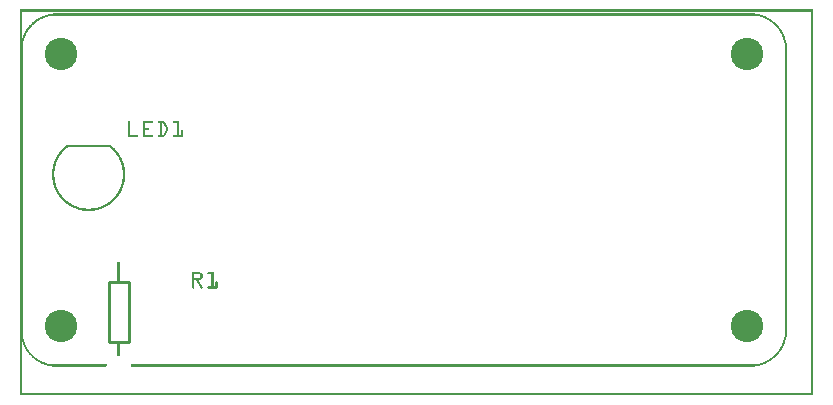
<source format=gto>
G04 MADE WITH FRITZING*
G04 WWW.FRITZING.ORG*
G04 DOUBLE SIDED*
G04 HOLES PLATED*
G04 CONTOUR ON CENTER OF CONTOUR VECTOR*
%ASAXBY*%
%FSLAX23Y23*%
%MOIN*%
%OFA0B0*%
%SFA1.0B1.0*%
%ADD10C,0.108278*%
%ADD11C,0.108250*%
%ADD12C,0.010000*%
%ADD13C,0.007874*%
%ADD14R,0.001000X0.001000*%
%LNSILK1*%
G90*
G70*
G54D10*
X138Y1138D03*
X2422Y1138D03*
X138Y232D03*
G54D11*
X2422Y232D03*
G54D12*
X362Y378D02*
X362Y178D01*
D02*
X362Y178D02*
X296Y178D01*
D02*
X296Y178D02*
X296Y378D01*
D02*
X296Y378D02*
X362Y378D01*
G54D13*
X300Y831D02*
X158Y831D01*
D02*
G54D14*
X0Y1287D02*
X2643Y1287D01*
X0Y1286D02*
X2643Y1286D01*
X0Y1285D02*
X2643Y1285D01*
X0Y1284D02*
X2643Y1284D01*
X0Y1283D02*
X2643Y1283D01*
X0Y1282D02*
X2643Y1282D01*
X0Y1281D02*
X2643Y1281D01*
X0Y1280D02*
X2643Y1280D01*
X0Y1279D02*
X7Y1279D01*
X2636Y1279D02*
X2643Y1279D01*
X0Y1278D02*
X7Y1278D01*
X2636Y1278D02*
X2643Y1278D01*
X0Y1277D02*
X7Y1277D01*
X2636Y1277D02*
X2643Y1277D01*
X0Y1276D02*
X7Y1276D01*
X2636Y1276D02*
X2643Y1276D01*
X0Y1275D02*
X7Y1275D01*
X2636Y1275D02*
X2643Y1275D01*
X0Y1274D02*
X7Y1274D01*
X2636Y1274D02*
X2643Y1274D01*
X0Y1273D02*
X7Y1273D01*
X109Y1273D02*
X2449Y1273D01*
X2636Y1273D02*
X2643Y1273D01*
X0Y1272D02*
X7Y1272D01*
X102Y1272D02*
X2456Y1272D01*
X2636Y1272D02*
X2643Y1272D01*
X0Y1271D02*
X7Y1271D01*
X97Y1271D02*
X2461Y1271D01*
X2636Y1271D02*
X2643Y1271D01*
X0Y1270D02*
X7Y1270D01*
X93Y1270D02*
X2465Y1270D01*
X2636Y1270D02*
X2643Y1270D01*
X0Y1269D02*
X7Y1269D01*
X89Y1269D02*
X2469Y1269D01*
X2636Y1269D02*
X2643Y1269D01*
X0Y1268D02*
X7Y1268D01*
X86Y1268D02*
X2472Y1268D01*
X2636Y1268D02*
X2643Y1268D01*
X0Y1267D02*
X7Y1267D01*
X83Y1267D02*
X2475Y1267D01*
X2636Y1267D02*
X2643Y1267D01*
X0Y1266D02*
X7Y1266D01*
X80Y1266D02*
X108Y1266D01*
X2450Y1266D02*
X2478Y1266D01*
X2636Y1266D02*
X2643Y1266D01*
X0Y1265D02*
X7Y1265D01*
X78Y1265D02*
X101Y1265D01*
X2457Y1265D02*
X2481Y1265D01*
X2636Y1265D02*
X2643Y1265D01*
X0Y1264D02*
X7Y1264D01*
X75Y1264D02*
X96Y1264D01*
X2462Y1264D02*
X2483Y1264D01*
X2636Y1264D02*
X2643Y1264D01*
X0Y1263D02*
X7Y1263D01*
X73Y1263D02*
X92Y1263D01*
X2466Y1263D02*
X2485Y1263D01*
X2636Y1263D02*
X2643Y1263D01*
X0Y1262D02*
X7Y1262D01*
X71Y1262D02*
X88Y1262D01*
X2470Y1262D02*
X2487Y1262D01*
X2636Y1262D02*
X2643Y1262D01*
X0Y1261D02*
X7Y1261D01*
X69Y1261D02*
X85Y1261D01*
X2473Y1261D02*
X2489Y1261D01*
X2636Y1261D02*
X2643Y1261D01*
X0Y1260D02*
X7Y1260D01*
X67Y1260D02*
X82Y1260D01*
X2476Y1260D02*
X2491Y1260D01*
X2636Y1260D02*
X2643Y1260D01*
X0Y1259D02*
X7Y1259D01*
X65Y1259D02*
X80Y1259D01*
X2479Y1259D02*
X2493Y1259D01*
X2636Y1259D02*
X2643Y1259D01*
X0Y1258D02*
X7Y1258D01*
X63Y1258D02*
X77Y1258D01*
X2481Y1258D02*
X2495Y1258D01*
X2636Y1258D02*
X2643Y1258D01*
X0Y1257D02*
X7Y1257D01*
X62Y1257D02*
X75Y1257D01*
X2483Y1257D02*
X2497Y1257D01*
X2636Y1257D02*
X2643Y1257D01*
X0Y1256D02*
X7Y1256D01*
X60Y1256D02*
X73Y1256D01*
X2486Y1256D02*
X2498Y1256D01*
X2636Y1256D02*
X2643Y1256D01*
X0Y1255D02*
X7Y1255D01*
X58Y1255D02*
X71Y1255D01*
X2488Y1255D02*
X2500Y1255D01*
X2636Y1255D02*
X2643Y1255D01*
X0Y1254D02*
X7Y1254D01*
X57Y1254D02*
X69Y1254D01*
X2490Y1254D02*
X2502Y1254D01*
X2636Y1254D02*
X2643Y1254D01*
X0Y1253D02*
X7Y1253D01*
X55Y1253D02*
X67Y1253D01*
X2492Y1253D02*
X2503Y1253D01*
X2636Y1253D02*
X2643Y1253D01*
X0Y1252D02*
X7Y1252D01*
X54Y1252D02*
X65Y1252D01*
X2493Y1252D02*
X2505Y1252D01*
X2636Y1252D02*
X2643Y1252D01*
X0Y1251D02*
X7Y1251D01*
X52Y1251D02*
X63Y1251D01*
X2495Y1251D02*
X2506Y1251D01*
X2636Y1251D02*
X2643Y1251D01*
X0Y1250D02*
X7Y1250D01*
X51Y1250D02*
X62Y1250D01*
X2497Y1250D02*
X2507Y1250D01*
X2636Y1250D02*
X2643Y1250D01*
X0Y1249D02*
X7Y1249D01*
X50Y1249D02*
X60Y1249D01*
X2498Y1249D02*
X2509Y1249D01*
X2636Y1249D02*
X2643Y1249D01*
X0Y1248D02*
X7Y1248D01*
X48Y1248D02*
X58Y1248D01*
X2500Y1248D02*
X2510Y1248D01*
X2636Y1248D02*
X2643Y1248D01*
X0Y1247D02*
X7Y1247D01*
X47Y1247D02*
X57Y1247D01*
X2501Y1247D02*
X2511Y1247D01*
X2636Y1247D02*
X2643Y1247D01*
X0Y1246D02*
X7Y1246D01*
X46Y1246D02*
X56Y1246D01*
X2503Y1246D02*
X2512Y1246D01*
X2636Y1246D02*
X2643Y1246D01*
X0Y1245D02*
X7Y1245D01*
X45Y1245D02*
X54Y1245D01*
X2504Y1245D02*
X2514Y1245D01*
X2636Y1245D02*
X2643Y1245D01*
X0Y1244D02*
X7Y1244D01*
X44Y1244D02*
X53Y1244D01*
X2506Y1244D02*
X2515Y1244D01*
X2636Y1244D02*
X2643Y1244D01*
X0Y1243D02*
X7Y1243D01*
X42Y1243D02*
X52Y1243D01*
X2507Y1243D02*
X2516Y1243D01*
X2636Y1243D02*
X2643Y1243D01*
X0Y1242D02*
X7Y1242D01*
X41Y1242D02*
X50Y1242D01*
X2508Y1242D02*
X2517Y1242D01*
X2636Y1242D02*
X2643Y1242D01*
X0Y1241D02*
X7Y1241D01*
X40Y1241D02*
X49Y1241D01*
X2509Y1241D02*
X2518Y1241D01*
X2636Y1241D02*
X2643Y1241D01*
X0Y1240D02*
X7Y1240D01*
X39Y1240D02*
X48Y1240D01*
X2511Y1240D02*
X2519Y1240D01*
X2636Y1240D02*
X2643Y1240D01*
X0Y1239D02*
X7Y1239D01*
X38Y1239D02*
X47Y1239D01*
X2512Y1239D02*
X2520Y1239D01*
X2636Y1239D02*
X2643Y1239D01*
X0Y1238D02*
X7Y1238D01*
X37Y1238D02*
X46Y1238D01*
X2513Y1238D02*
X2521Y1238D01*
X2636Y1238D02*
X2643Y1238D01*
X0Y1237D02*
X7Y1237D01*
X36Y1237D02*
X45Y1237D01*
X2514Y1237D02*
X2522Y1237D01*
X2636Y1237D02*
X2643Y1237D01*
X0Y1236D02*
X7Y1236D01*
X35Y1236D02*
X43Y1236D01*
X2515Y1236D02*
X2523Y1236D01*
X2636Y1236D02*
X2643Y1236D01*
X0Y1235D02*
X7Y1235D01*
X34Y1235D02*
X42Y1235D01*
X2516Y1235D02*
X2524Y1235D01*
X2636Y1235D02*
X2643Y1235D01*
X0Y1234D02*
X7Y1234D01*
X33Y1234D02*
X41Y1234D01*
X2517Y1234D02*
X2525Y1234D01*
X2636Y1234D02*
X2643Y1234D01*
X0Y1233D02*
X7Y1233D01*
X32Y1233D02*
X40Y1233D01*
X2518Y1233D02*
X2526Y1233D01*
X2636Y1233D02*
X2643Y1233D01*
X0Y1232D02*
X7Y1232D01*
X32Y1232D02*
X39Y1232D01*
X2519Y1232D02*
X2527Y1232D01*
X2636Y1232D02*
X2643Y1232D01*
X0Y1231D02*
X7Y1231D01*
X31Y1231D02*
X38Y1231D01*
X2520Y1231D02*
X2528Y1231D01*
X2636Y1231D02*
X2643Y1231D01*
X0Y1230D02*
X7Y1230D01*
X30Y1230D02*
X38Y1230D01*
X2521Y1230D02*
X2528Y1230D01*
X2636Y1230D02*
X2643Y1230D01*
X0Y1229D02*
X7Y1229D01*
X29Y1229D02*
X37Y1229D01*
X2522Y1229D02*
X2529Y1229D01*
X2636Y1229D02*
X2643Y1229D01*
X0Y1228D02*
X7Y1228D01*
X28Y1228D02*
X36Y1228D01*
X2523Y1228D02*
X2530Y1228D01*
X2636Y1228D02*
X2643Y1228D01*
X0Y1227D02*
X7Y1227D01*
X27Y1227D02*
X35Y1227D01*
X2523Y1227D02*
X2531Y1227D01*
X2636Y1227D02*
X2643Y1227D01*
X0Y1226D02*
X7Y1226D01*
X27Y1226D02*
X34Y1226D01*
X2524Y1226D02*
X2532Y1226D01*
X2636Y1226D02*
X2643Y1226D01*
X0Y1225D02*
X7Y1225D01*
X26Y1225D02*
X33Y1225D01*
X2525Y1225D02*
X2532Y1225D01*
X2636Y1225D02*
X2643Y1225D01*
X0Y1224D02*
X7Y1224D01*
X25Y1224D02*
X32Y1224D01*
X2526Y1224D02*
X2533Y1224D01*
X2636Y1224D02*
X2643Y1224D01*
X0Y1223D02*
X7Y1223D01*
X24Y1223D02*
X32Y1223D01*
X2527Y1223D02*
X2534Y1223D01*
X2636Y1223D02*
X2643Y1223D01*
X0Y1222D02*
X7Y1222D01*
X24Y1222D02*
X31Y1222D01*
X2527Y1222D02*
X2534Y1222D01*
X2636Y1222D02*
X2643Y1222D01*
X0Y1221D02*
X7Y1221D01*
X23Y1221D02*
X30Y1221D01*
X2528Y1221D02*
X2535Y1221D01*
X2636Y1221D02*
X2643Y1221D01*
X0Y1220D02*
X7Y1220D01*
X22Y1220D02*
X29Y1220D01*
X2529Y1220D02*
X2536Y1220D01*
X2636Y1220D02*
X2643Y1220D01*
X0Y1219D02*
X7Y1219D01*
X22Y1219D02*
X29Y1219D01*
X2530Y1219D02*
X2536Y1219D01*
X2636Y1219D02*
X2643Y1219D01*
X0Y1218D02*
X7Y1218D01*
X21Y1218D02*
X28Y1218D01*
X2530Y1218D02*
X2537Y1218D01*
X2636Y1218D02*
X2643Y1218D01*
X0Y1217D02*
X7Y1217D01*
X20Y1217D02*
X27Y1217D01*
X2531Y1217D02*
X2538Y1217D01*
X2636Y1217D02*
X2643Y1217D01*
X0Y1216D02*
X7Y1216D01*
X20Y1216D02*
X27Y1216D01*
X2532Y1216D02*
X2538Y1216D01*
X2636Y1216D02*
X2643Y1216D01*
X0Y1215D02*
X7Y1215D01*
X19Y1215D02*
X26Y1215D01*
X2532Y1215D02*
X2539Y1215D01*
X2636Y1215D02*
X2643Y1215D01*
X0Y1214D02*
X7Y1214D01*
X19Y1214D02*
X25Y1214D01*
X2533Y1214D02*
X2540Y1214D01*
X2636Y1214D02*
X2643Y1214D01*
X0Y1213D02*
X7Y1213D01*
X18Y1213D02*
X25Y1213D01*
X2534Y1213D02*
X2540Y1213D01*
X2636Y1213D02*
X2643Y1213D01*
X0Y1212D02*
X7Y1212D01*
X17Y1212D02*
X24Y1212D01*
X2534Y1212D02*
X2541Y1212D01*
X2636Y1212D02*
X2643Y1212D01*
X0Y1211D02*
X7Y1211D01*
X17Y1211D02*
X23Y1211D01*
X2535Y1211D02*
X2541Y1211D01*
X2636Y1211D02*
X2643Y1211D01*
X0Y1210D02*
X7Y1210D01*
X16Y1210D02*
X23Y1210D01*
X2535Y1210D02*
X2542Y1210D01*
X2636Y1210D02*
X2643Y1210D01*
X0Y1209D02*
X7Y1209D01*
X16Y1209D02*
X22Y1209D01*
X2536Y1209D02*
X2542Y1209D01*
X2636Y1209D02*
X2643Y1209D01*
X0Y1208D02*
X7Y1208D01*
X15Y1208D02*
X22Y1208D01*
X2536Y1208D02*
X2543Y1208D01*
X2636Y1208D02*
X2643Y1208D01*
X0Y1207D02*
X7Y1207D01*
X15Y1207D02*
X21Y1207D01*
X2537Y1207D02*
X2543Y1207D01*
X2636Y1207D02*
X2643Y1207D01*
X0Y1206D02*
X7Y1206D01*
X14Y1206D02*
X21Y1206D01*
X2538Y1206D02*
X2544Y1206D01*
X2636Y1206D02*
X2643Y1206D01*
X0Y1205D02*
X7Y1205D01*
X14Y1205D02*
X20Y1205D01*
X2538Y1205D02*
X2544Y1205D01*
X2636Y1205D02*
X2643Y1205D01*
X0Y1204D02*
X7Y1204D01*
X13Y1204D02*
X20Y1204D01*
X2539Y1204D02*
X2545Y1204D01*
X2636Y1204D02*
X2643Y1204D01*
X0Y1203D02*
X7Y1203D01*
X13Y1203D02*
X19Y1203D01*
X2539Y1203D02*
X2545Y1203D01*
X2636Y1203D02*
X2643Y1203D01*
X0Y1202D02*
X7Y1202D01*
X12Y1202D02*
X19Y1202D01*
X2539Y1202D02*
X2546Y1202D01*
X2636Y1202D02*
X2643Y1202D01*
X0Y1201D02*
X7Y1201D01*
X12Y1201D02*
X18Y1201D01*
X2540Y1201D02*
X2546Y1201D01*
X2636Y1201D02*
X2643Y1201D01*
X0Y1200D02*
X7Y1200D01*
X11Y1200D02*
X18Y1200D01*
X2540Y1200D02*
X2547Y1200D01*
X2636Y1200D02*
X2643Y1200D01*
X0Y1199D02*
X7Y1199D01*
X11Y1199D02*
X17Y1199D01*
X2541Y1199D02*
X2547Y1199D01*
X2636Y1199D02*
X2643Y1199D01*
X0Y1198D02*
X7Y1198D01*
X11Y1198D02*
X17Y1198D01*
X2541Y1198D02*
X2547Y1198D01*
X2636Y1198D02*
X2643Y1198D01*
X0Y1197D02*
X7Y1197D01*
X10Y1197D02*
X16Y1197D01*
X2542Y1197D02*
X2548Y1197D01*
X2636Y1197D02*
X2643Y1197D01*
X0Y1196D02*
X7Y1196D01*
X10Y1196D02*
X16Y1196D01*
X2542Y1196D02*
X2548Y1196D01*
X2636Y1196D02*
X2643Y1196D01*
X0Y1195D02*
X7Y1195D01*
X9Y1195D02*
X16Y1195D01*
X2542Y1195D02*
X2549Y1195D01*
X2636Y1195D02*
X2643Y1195D01*
X0Y1194D02*
X7Y1194D01*
X9Y1194D02*
X15Y1194D01*
X2543Y1194D02*
X2549Y1194D01*
X2636Y1194D02*
X2643Y1194D01*
X0Y1193D02*
X7Y1193D01*
X9Y1193D02*
X15Y1193D01*
X2543Y1193D02*
X2549Y1193D01*
X2636Y1193D02*
X2643Y1193D01*
X0Y1192D02*
X14Y1192D01*
X2544Y1192D02*
X2550Y1192D01*
X2636Y1192D02*
X2643Y1192D01*
X0Y1191D02*
X14Y1191D01*
X2544Y1191D02*
X2550Y1191D01*
X2636Y1191D02*
X2643Y1191D01*
X0Y1190D02*
X14Y1190D01*
X2544Y1190D02*
X2550Y1190D01*
X2636Y1190D02*
X2643Y1190D01*
X0Y1189D02*
X13Y1189D01*
X2545Y1189D02*
X2551Y1189D01*
X2636Y1189D02*
X2643Y1189D01*
X0Y1188D02*
X13Y1188D01*
X2545Y1188D02*
X2551Y1188D01*
X2636Y1188D02*
X2643Y1188D01*
X0Y1187D02*
X13Y1187D01*
X2545Y1187D02*
X2551Y1187D01*
X2636Y1187D02*
X2643Y1187D01*
X0Y1186D02*
X12Y1186D01*
X2546Y1186D02*
X2552Y1186D01*
X2636Y1186D02*
X2643Y1186D01*
X0Y1185D02*
X12Y1185D01*
X2546Y1185D02*
X2552Y1185D01*
X2636Y1185D02*
X2643Y1185D01*
X0Y1184D02*
X12Y1184D01*
X2546Y1184D02*
X2552Y1184D01*
X2636Y1184D02*
X2643Y1184D01*
X0Y1183D02*
X12Y1183D01*
X2546Y1183D02*
X2552Y1183D01*
X2636Y1183D02*
X2643Y1183D01*
X0Y1182D02*
X11Y1182D01*
X2547Y1182D02*
X2553Y1182D01*
X2636Y1182D02*
X2643Y1182D01*
X0Y1181D02*
X11Y1181D01*
X2547Y1181D02*
X2553Y1181D01*
X2636Y1181D02*
X2643Y1181D01*
X0Y1180D02*
X11Y1180D01*
X2547Y1180D02*
X2553Y1180D01*
X2636Y1180D02*
X2643Y1180D01*
X0Y1179D02*
X11Y1179D01*
X2547Y1179D02*
X2553Y1179D01*
X2636Y1179D02*
X2643Y1179D01*
X0Y1178D02*
X10Y1178D01*
X2548Y1178D02*
X2554Y1178D01*
X2636Y1178D02*
X2643Y1178D01*
X0Y1177D02*
X10Y1177D01*
X2548Y1177D02*
X2554Y1177D01*
X2636Y1177D02*
X2643Y1177D01*
X0Y1176D02*
X10Y1176D01*
X2548Y1176D02*
X2554Y1176D01*
X2636Y1176D02*
X2643Y1176D01*
X0Y1175D02*
X10Y1175D01*
X2548Y1175D02*
X2554Y1175D01*
X2636Y1175D02*
X2643Y1175D01*
X0Y1174D02*
X10Y1174D01*
X2548Y1174D02*
X2554Y1174D01*
X2636Y1174D02*
X2643Y1174D01*
X0Y1173D02*
X9Y1173D01*
X2549Y1173D02*
X2555Y1173D01*
X2636Y1173D02*
X2643Y1173D01*
X0Y1172D02*
X9Y1172D01*
X2549Y1172D02*
X2555Y1172D01*
X2636Y1172D02*
X2643Y1172D01*
X0Y1171D02*
X9Y1171D01*
X2549Y1171D02*
X2555Y1171D01*
X2636Y1171D02*
X2643Y1171D01*
X0Y1170D02*
X9Y1170D01*
X2549Y1170D02*
X2555Y1170D01*
X2636Y1170D02*
X2643Y1170D01*
X0Y1169D02*
X9Y1169D01*
X2549Y1169D02*
X2555Y1169D01*
X2636Y1169D02*
X2643Y1169D01*
X0Y1168D02*
X9Y1168D01*
X2549Y1168D02*
X2555Y1168D01*
X2636Y1168D02*
X2643Y1168D01*
X0Y1167D02*
X8Y1167D01*
X2549Y1167D02*
X2555Y1167D01*
X2636Y1167D02*
X2643Y1167D01*
X0Y1166D02*
X8Y1166D01*
X2550Y1166D02*
X2556Y1166D01*
X2636Y1166D02*
X2643Y1166D01*
X0Y1165D02*
X8Y1165D01*
X2550Y1165D02*
X2556Y1165D01*
X2636Y1165D02*
X2643Y1165D01*
X0Y1164D02*
X8Y1164D01*
X2550Y1164D02*
X2556Y1164D01*
X2636Y1164D02*
X2643Y1164D01*
X0Y1163D02*
X8Y1163D01*
X2550Y1163D02*
X2556Y1163D01*
X2636Y1163D02*
X2643Y1163D01*
X0Y1162D02*
X8Y1162D01*
X2550Y1162D02*
X2556Y1162D01*
X2636Y1162D02*
X2643Y1162D01*
X0Y1161D02*
X8Y1161D01*
X2550Y1161D02*
X2556Y1161D01*
X2636Y1161D02*
X2643Y1161D01*
X0Y1160D02*
X8Y1160D01*
X2550Y1160D02*
X2556Y1160D01*
X2636Y1160D02*
X2643Y1160D01*
X0Y1159D02*
X8Y1159D01*
X2550Y1159D02*
X2556Y1159D01*
X2636Y1159D02*
X2643Y1159D01*
X0Y1158D02*
X8Y1158D01*
X2550Y1158D02*
X2556Y1158D01*
X2636Y1158D02*
X2643Y1158D01*
X0Y1157D02*
X8Y1157D01*
X2550Y1157D02*
X2556Y1157D01*
X2636Y1157D02*
X2643Y1157D01*
X0Y1156D02*
X8Y1156D01*
X2550Y1156D02*
X2556Y1156D01*
X2636Y1156D02*
X2643Y1156D01*
X0Y1155D02*
X8Y1155D01*
X2550Y1155D02*
X2556Y1155D01*
X2636Y1155D02*
X2643Y1155D01*
X0Y1154D02*
X8Y1154D01*
X2550Y1154D02*
X2556Y1154D01*
X2636Y1154D02*
X2643Y1154D01*
X0Y1153D02*
X8Y1153D01*
X2550Y1153D02*
X2556Y1153D01*
X2636Y1153D02*
X2643Y1153D01*
X0Y1152D02*
X8Y1152D01*
X2550Y1152D02*
X2556Y1152D01*
X2636Y1152D02*
X2643Y1152D01*
X0Y1151D02*
X8Y1151D01*
X2550Y1151D02*
X2556Y1151D01*
X2636Y1151D02*
X2643Y1151D01*
X0Y1150D02*
X8Y1150D01*
X2550Y1150D02*
X2556Y1150D01*
X2636Y1150D02*
X2643Y1150D01*
X0Y1149D02*
X8Y1149D01*
X2550Y1149D02*
X2556Y1149D01*
X2636Y1149D02*
X2643Y1149D01*
X0Y1148D02*
X8Y1148D01*
X2550Y1148D02*
X2556Y1148D01*
X2636Y1148D02*
X2643Y1148D01*
X0Y1147D02*
X8Y1147D01*
X2550Y1147D02*
X2556Y1147D01*
X2636Y1147D02*
X2643Y1147D01*
X0Y1146D02*
X8Y1146D01*
X2550Y1146D02*
X2556Y1146D01*
X2636Y1146D02*
X2643Y1146D01*
X0Y1145D02*
X8Y1145D01*
X2550Y1145D02*
X2556Y1145D01*
X2636Y1145D02*
X2643Y1145D01*
X0Y1144D02*
X8Y1144D01*
X2550Y1144D02*
X2556Y1144D01*
X2636Y1144D02*
X2643Y1144D01*
X0Y1143D02*
X8Y1143D01*
X2550Y1143D02*
X2556Y1143D01*
X2636Y1143D02*
X2643Y1143D01*
X0Y1142D02*
X8Y1142D01*
X2550Y1142D02*
X2556Y1142D01*
X2636Y1142D02*
X2643Y1142D01*
X0Y1141D02*
X8Y1141D01*
X2550Y1141D02*
X2556Y1141D01*
X2636Y1141D02*
X2643Y1141D01*
X0Y1140D02*
X8Y1140D01*
X2550Y1140D02*
X2556Y1140D01*
X2636Y1140D02*
X2643Y1140D01*
X0Y1139D02*
X8Y1139D01*
X2550Y1139D02*
X2556Y1139D01*
X2636Y1139D02*
X2643Y1139D01*
X0Y1138D02*
X8Y1138D01*
X2550Y1138D02*
X2556Y1138D01*
X2636Y1138D02*
X2643Y1138D01*
X0Y1137D02*
X8Y1137D01*
X2550Y1137D02*
X2556Y1137D01*
X2636Y1137D02*
X2643Y1137D01*
X0Y1136D02*
X8Y1136D01*
X2550Y1136D02*
X2556Y1136D01*
X2636Y1136D02*
X2643Y1136D01*
X0Y1135D02*
X8Y1135D01*
X2550Y1135D02*
X2556Y1135D01*
X2636Y1135D02*
X2643Y1135D01*
X0Y1134D02*
X8Y1134D01*
X2550Y1134D02*
X2556Y1134D01*
X2636Y1134D02*
X2643Y1134D01*
X0Y1133D02*
X8Y1133D01*
X2550Y1133D02*
X2556Y1133D01*
X2636Y1133D02*
X2643Y1133D01*
X0Y1132D02*
X8Y1132D01*
X2550Y1132D02*
X2556Y1132D01*
X2636Y1132D02*
X2643Y1132D01*
X0Y1131D02*
X8Y1131D01*
X2550Y1131D02*
X2556Y1131D01*
X2636Y1131D02*
X2643Y1131D01*
X0Y1130D02*
X8Y1130D01*
X2550Y1130D02*
X2556Y1130D01*
X2636Y1130D02*
X2643Y1130D01*
X0Y1129D02*
X8Y1129D01*
X2550Y1129D02*
X2556Y1129D01*
X2636Y1129D02*
X2643Y1129D01*
X0Y1128D02*
X8Y1128D01*
X2550Y1128D02*
X2556Y1128D01*
X2636Y1128D02*
X2643Y1128D01*
X0Y1127D02*
X8Y1127D01*
X2550Y1127D02*
X2556Y1127D01*
X2636Y1127D02*
X2643Y1127D01*
X0Y1126D02*
X8Y1126D01*
X2550Y1126D02*
X2556Y1126D01*
X2636Y1126D02*
X2643Y1126D01*
X0Y1125D02*
X8Y1125D01*
X2550Y1125D02*
X2556Y1125D01*
X2636Y1125D02*
X2643Y1125D01*
X0Y1124D02*
X8Y1124D01*
X2550Y1124D02*
X2556Y1124D01*
X2636Y1124D02*
X2643Y1124D01*
X0Y1123D02*
X8Y1123D01*
X2550Y1123D02*
X2556Y1123D01*
X2636Y1123D02*
X2643Y1123D01*
X0Y1122D02*
X8Y1122D01*
X2550Y1122D02*
X2556Y1122D01*
X2636Y1122D02*
X2643Y1122D01*
X0Y1121D02*
X8Y1121D01*
X2550Y1121D02*
X2556Y1121D01*
X2636Y1121D02*
X2643Y1121D01*
X0Y1120D02*
X8Y1120D01*
X2550Y1120D02*
X2556Y1120D01*
X2636Y1120D02*
X2643Y1120D01*
X0Y1119D02*
X8Y1119D01*
X2550Y1119D02*
X2556Y1119D01*
X2636Y1119D02*
X2643Y1119D01*
X0Y1118D02*
X8Y1118D01*
X2550Y1118D02*
X2556Y1118D01*
X2636Y1118D02*
X2643Y1118D01*
X0Y1117D02*
X8Y1117D01*
X2550Y1117D02*
X2556Y1117D01*
X2636Y1117D02*
X2643Y1117D01*
X0Y1116D02*
X8Y1116D01*
X2550Y1116D02*
X2556Y1116D01*
X2636Y1116D02*
X2643Y1116D01*
X0Y1115D02*
X8Y1115D01*
X2550Y1115D02*
X2556Y1115D01*
X2636Y1115D02*
X2643Y1115D01*
X0Y1114D02*
X8Y1114D01*
X2550Y1114D02*
X2556Y1114D01*
X2636Y1114D02*
X2643Y1114D01*
X0Y1113D02*
X8Y1113D01*
X2550Y1113D02*
X2556Y1113D01*
X2636Y1113D02*
X2643Y1113D01*
X0Y1112D02*
X8Y1112D01*
X2550Y1112D02*
X2556Y1112D01*
X2636Y1112D02*
X2643Y1112D01*
X0Y1111D02*
X8Y1111D01*
X2550Y1111D02*
X2556Y1111D01*
X2636Y1111D02*
X2643Y1111D01*
X0Y1110D02*
X8Y1110D01*
X2550Y1110D02*
X2556Y1110D01*
X2636Y1110D02*
X2643Y1110D01*
X0Y1109D02*
X8Y1109D01*
X2550Y1109D02*
X2556Y1109D01*
X2636Y1109D02*
X2643Y1109D01*
X0Y1108D02*
X8Y1108D01*
X2550Y1108D02*
X2556Y1108D01*
X2636Y1108D02*
X2643Y1108D01*
X0Y1107D02*
X8Y1107D01*
X2550Y1107D02*
X2556Y1107D01*
X2636Y1107D02*
X2643Y1107D01*
X0Y1106D02*
X8Y1106D01*
X2550Y1106D02*
X2556Y1106D01*
X2636Y1106D02*
X2643Y1106D01*
X0Y1105D02*
X8Y1105D01*
X2550Y1105D02*
X2556Y1105D01*
X2636Y1105D02*
X2643Y1105D01*
X0Y1104D02*
X8Y1104D01*
X2550Y1104D02*
X2556Y1104D01*
X2636Y1104D02*
X2643Y1104D01*
X0Y1103D02*
X8Y1103D01*
X2550Y1103D02*
X2556Y1103D01*
X2636Y1103D02*
X2643Y1103D01*
X0Y1102D02*
X8Y1102D01*
X2550Y1102D02*
X2556Y1102D01*
X2636Y1102D02*
X2643Y1102D01*
X0Y1101D02*
X8Y1101D01*
X2550Y1101D02*
X2556Y1101D01*
X2636Y1101D02*
X2643Y1101D01*
X0Y1100D02*
X8Y1100D01*
X2550Y1100D02*
X2556Y1100D01*
X2636Y1100D02*
X2643Y1100D01*
X0Y1099D02*
X8Y1099D01*
X2550Y1099D02*
X2556Y1099D01*
X2636Y1099D02*
X2643Y1099D01*
X0Y1098D02*
X8Y1098D01*
X2550Y1098D02*
X2556Y1098D01*
X2636Y1098D02*
X2643Y1098D01*
X0Y1097D02*
X8Y1097D01*
X2550Y1097D02*
X2556Y1097D01*
X2636Y1097D02*
X2643Y1097D01*
X0Y1096D02*
X8Y1096D01*
X2550Y1096D02*
X2556Y1096D01*
X2636Y1096D02*
X2643Y1096D01*
X0Y1095D02*
X8Y1095D01*
X2550Y1095D02*
X2556Y1095D01*
X2636Y1095D02*
X2643Y1095D01*
X0Y1094D02*
X8Y1094D01*
X2550Y1094D02*
X2556Y1094D01*
X2636Y1094D02*
X2643Y1094D01*
X0Y1093D02*
X8Y1093D01*
X2550Y1093D02*
X2556Y1093D01*
X2636Y1093D02*
X2643Y1093D01*
X0Y1092D02*
X8Y1092D01*
X2550Y1092D02*
X2556Y1092D01*
X2636Y1092D02*
X2643Y1092D01*
X0Y1091D02*
X8Y1091D01*
X2550Y1091D02*
X2556Y1091D01*
X2636Y1091D02*
X2643Y1091D01*
X0Y1090D02*
X8Y1090D01*
X2550Y1090D02*
X2556Y1090D01*
X2636Y1090D02*
X2643Y1090D01*
X0Y1089D02*
X8Y1089D01*
X2550Y1089D02*
X2556Y1089D01*
X2636Y1089D02*
X2643Y1089D01*
X0Y1088D02*
X8Y1088D01*
X2550Y1088D02*
X2556Y1088D01*
X2636Y1088D02*
X2643Y1088D01*
X0Y1087D02*
X8Y1087D01*
X2550Y1087D02*
X2556Y1087D01*
X2636Y1087D02*
X2643Y1087D01*
X0Y1086D02*
X8Y1086D01*
X2550Y1086D02*
X2556Y1086D01*
X2636Y1086D02*
X2643Y1086D01*
X0Y1085D02*
X8Y1085D01*
X2550Y1085D02*
X2556Y1085D01*
X2636Y1085D02*
X2643Y1085D01*
X0Y1084D02*
X8Y1084D01*
X2550Y1084D02*
X2556Y1084D01*
X2636Y1084D02*
X2643Y1084D01*
X0Y1083D02*
X8Y1083D01*
X2550Y1083D02*
X2556Y1083D01*
X2636Y1083D02*
X2643Y1083D01*
X0Y1082D02*
X8Y1082D01*
X2550Y1082D02*
X2556Y1082D01*
X2636Y1082D02*
X2643Y1082D01*
X0Y1081D02*
X8Y1081D01*
X2550Y1081D02*
X2556Y1081D01*
X2636Y1081D02*
X2643Y1081D01*
X0Y1080D02*
X8Y1080D01*
X2550Y1080D02*
X2556Y1080D01*
X2636Y1080D02*
X2643Y1080D01*
X0Y1079D02*
X8Y1079D01*
X2550Y1079D02*
X2556Y1079D01*
X2636Y1079D02*
X2643Y1079D01*
X0Y1078D02*
X8Y1078D01*
X2550Y1078D02*
X2556Y1078D01*
X2636Y1078D02*
X2643Y1078D01*
X0Y1077D02*
X8Y1077D01*
X2550Y1077D02*
X2556Y1077D01*
X2636Y1077D02*
X2643Y1077D01*
X0Y1076D02*
X8Y1076D01*
X2550Y1076D02*
X2556Y1076D01*
X2636Y1076D02*
X2643Y1076D01*
X0Y1075D02*
X8Y1075D01*
X2550Y1075D02*
X2556Y1075D01*
X2636Y1075D02*
X2643Y1075D01*
X0Y1074D02*
X8Y1074D01*
X2550Y1074D02*
X2556Y1074D01*
X2636Y1074D02*
X2643Y1074D01*
X0Y1073D02*
X8Y1073D01*
X2550Y1073D02*
X2556Y1073D01*
X2636Y1073D02*
X2643Y1073D01*
X0Y1072D02*
X8Y1072D01*
X2550Y1072D02*
X2556Y1072D01*
X2636Y1072D02*
X2643Y1072D01*
X0Y1071D02*
X8Y1071D01*
X2550Y1071D02*
X2556Y1071D01*
X2636Y1071D02*
X2643Y1071D01*
X0Y1070D02*
X8Y1070D01*
X2550Y1070D02*
X2556Y1070D01*
X2636Y1070D02*
X2643Y1070D01*
X0Y1069D02*
X8Y1069D01*
X2550Y1069D02*
X2556Y1069D01*
X2636Y1069D02*
X2643Y1069D01*
X0Y1068D02*
X8Y1068D01*
X2550Y1068D02*
X2556Y1068D01*
X2636Y1068D02*
X2643Y1068D01*
X0Y1067D02*
X8Y1067D01*
X2550Y1067D02*
X2556Y1067D01*
X2636Y1067D02*
X2643Y1067D01*
X0Y1066D02*
X8Y1066D01*
X2550Y1066D02*
X2556Y1066D01*
X2636Y1066D02*
X2643Y1066D01*
X0Y1065D02*
X8Y1065D01*
X2550Y1065D02*
X2556Y1065D01*
X2636Y1065D02*
X2643Y1065D01*
X0Y1064D02*
X8Y1064D01*
X2550Y1064D02*
X2556Y1064D01*
X2636Y1064D02*
X2643Y1064D01*
X0Y1063D02*
X8Y1063D01*
X2550Y1063D02*
X2556Y1063D01*
X2636Y1063D02*
X2643Y1063D01*
X0Y1062D02*
X8Y1062D01*
X2550Y1062D02*
X2556Y1062D01*
X2636Y1062D02*
X2643Y1062D01*
X0Y1061D02*
X8Y1061D01*
X2550Y1061D02*
X2556Y1061D01*
X2636Y1061D02*
X2643Y1061D01*
X0Y1060D02*
X8Y1060D01*
X2550Y1060D02*
X2556Y1060D01*
X2636Y1060D02*
X2643Y1060D01*
X0Y1059D02*
X8Y1059D01*
X2550Y1059D02*
X2556Y1059D01*
X2636Y1059D02*
X2643Y1059D01*
X0Y1058D02*
X8Y1058D01*
X2550Y1058D02*
X2556Y1058D01*
X2636Y1058D02*
X2643Y1058D01*
X0Y1057D02*
X8Y1057D01*
X2550Y1057D02*
X2556Y1057D01*
X2636Y1057D02*
X2643Y1057D01*
X0Y1056D02*
X8Y1056D01*
X2550Y1056D02*
X2556Y1056D01*
X2636Y1056D02*
X2643Y1056D01*
X0Y1055D02*
X8Y1055D01*
X2550Y1055D02*
X2556Y1055D01*
X2636Y1055D02*
X2643Y1055D01*
X0Y1054D02*
X8Y1054D01*
X2550Y1054D02*
X2556Y1054D01*
X2636Y1054D02*
X2643Y1054D01*
X0Y1053D02*
X8Y1053D01*
X2550Y1053D02*
X2556Y1053D01*
X2636Y1053D02*
X2643Y1053D01*
X0Y1052D02*
X8Y1052D01*
X2550Y1052D02*
X2556Y1052D01*
X2636Y1052D02*
X2643Y1052D01*
X0Y1051D02*
X8Y1051D01*
X2550Y1051D02*
X2556Y1051D01*
X2636Y1051D02*
X2643Y1051D01*
X0Y1050D02*
X8Y1050D01*
X2550Y1050D02*
X2556Y1050D01*
X2636Y1050D02*
X2643Y1050D01*
X0Y1049D02*
X8Y1049D01*
X2550Y1049D02*
X2556Y1049D01*
X2636Y1049D02*
X2643Y1049D01*
X0Y1048D02*
X8Y1048D01*
X2550Y1048D02*
X2556Y1048D01*
X2636Y1048D02*
X2643Y1048D01*
X0Y1047D02*
X8Y1047D01*
X2550Y1047D02*
X2556Y1047D01*
X2636Y1047D02*
X2643Y1047D01*
X0Y1046D02*
X8Y1046D01*
X2550Y1046D02*
X2556Y1046D01*
X2636Y1046D02*
X2643Y1046D01*
X0Y1045D02*
X8Y1045D01*
X2550Y1045D02*
X2556Y1045D01*
X2636Y1045D02*
X2643Y1045D01*
X0Y1044D02*
X8Y1044D01*
X2550Y1044D02*
X2556Y1044D01*
X2636Y1044D02*
X2643Y1044D01*
X0Y1043D02*
X8Y1043D01*
X2550Y1043D02*
X2556Y1043D01*
X2636Y1043D02*
X2643Y1043D01*
X0Y1042D02*
X8Y1042D01*
X2550Y1042D02*
X2556Y1042D01*
X2636Y1042D02*
X2643Y1042D01*
X0Y1041D02*
X8Y1041D01*
X2550Y1041D02*
X2556Y1041D01*
X2636Y1041D02*
X2643Y1041D01*
X0Y1040D02*
X8Y1040D01*
X2550Y1040D02*
X2556Y1040D01*
X2636Y1040D02*
X2643Y1040D01*
X0Y1039D02*
X8Y1039D01*
X2550Y1039D02*
X2556Y1039D01*
X2636Y1039D02*
X2643Y1039D01*
X0Y1038D02*
X8Y1038D01*
X2550Y1038D02*
X2556Y1038D01*
X2636Y1038D02*
X2643Y1038D01*
X0Y1037D02*
X8Y1037D01*
X2550Y1037D02*
X2556Y1037D01*
X2636Y1037D02*
X2643Y1037D01*
X0Y1036D02*
X8Y1036D01*
X2550Y1036D02*
X2556Y1036D01*
X2636Y1036D02*
X2643Y1036D01*
X0Y1035D02*
X8Y1035D01*
X2550Y1035D02*
X2556Y1035D01*
X2636Y1035D02*
X2643Y1035D01*
X0Y1034D02*
X8Y1034D01*
X2550Y1034D02*
X2556Y1034D01*
X2636Y1034D02*
X2643Y1034D01*
X0Y1033D02*
X8Y1033D01*
X2550Y1033D02*
X2556Y1033D01*
X2636Y1033D02*
X2643Y1033D01*
X0Y1032D02*
X8Y1032D01*
X2550Y1032D02*
X2556Y1032D01*
X2636Y1032D02*
X2643Y1032D01*
X0Y1031D02*
X8Y1031D01*
X2550Y1031D02*
X2556Y1031D01*
X2636Y1031D02*
X2643Y1031D01*
X0Y1030D02*
X8Y1030D01*
X2550Y1030D02*
X2556Y1030D01*
X2636Y1030D02*
X2643Y1030D01*
X0Y1029D02*
X8Y1029D01*
X2550Y1029D02*
X2556Y1029D01*
X2636Y1029D02*
X2643Y1029D01*
X0Y1028D02*
X8Y1028D01*
X2550Y1028D02*
X2556Y1028D01*
X2636Y1028D02*
X2643Y1028D01*
X0Y1027D02*
X8Y1027D01*
X2550Y1027D02*
X2556Y1027D01*
X2636Y1027D02*
X2643Y1027D01*
X0Y1026D02*
X8Y1026D01*
X2550Y1026D02*
X2556Y1026D01*
X2636Y1026D02*
X2643Y1026D01*
X0Y1025D02*
X8Y1025D01*
X2550Y1025D02*
X2556Y1025D01*
X2636Y1025D02*
X2643Y1025D01*
X0Y1024D02*
X8Y1024D01*
X2550Y1024D02*
X2556Y1024D01*
X2636Y1024D02*
X2643Y1024D01*
X0Y1023D02*
X8Y1023D01*
X2550Y1023D02*
X2556Y1023D01*
X2636Y1023D02*
X2643Y1023D01*
X0Y1022D02*
X8Y1022D01*
X2550Y1022D02*
X2556Y1022D01*
X2636Y1022D02*
X2643Y1022D01*
X0Y1021D02*
X8Y1021D01*
X2550Y1021D02*
X2556Y1021D01*
X2636Y1021D02*
X2643Y1021D01*
X0Y1020D02*
X8Y1020D01*
X2550Y1020D02*
X2556Y1020D01*
X2636Y1020D02*
X2643Y1020D01*
X0Y1019D02*
X8Y1019D01*
X2550Y1019D02*
X2556Y1019D01*
X2636Y1019D02*
X2643Y1019D01*
X0Y1018D02*
X8Y1018D01*
X2550Y1018D02*
X2556Y1018D01*
X2636Y1018D02*
X2643Y1018D01*
X0Y1017D02*
X8Y1017D01*
X2550Y1017D02*
X2556Y1017D01*
X2636Y1017D02*
X2643Y1017D01*
X0Y1016D02*
X8Y1016D01*
X2550Y1016D02*
X2556Y1016D01*
X2636Y1016D02*
X2643Y1016D01*
X0Y1015D02*
X8Y1015D01*
X2550Y1015D02*
X2556Y1015D01*
X2636Y1015D02*
X2643Y1015D01*
X0Y1014D02*
X8Y1014D01*
X2550Y1014D02*
X2556Y1014D01*
X2636Y1014D02*
X2643Y1014D01*
X0Y1013D02*
X8Y1013D01*
X2550Y1013D02*
X2556Y1013D01*
X2636Y1013D02*
X2643Y1013D01*
X0Y1012D02*
X8Y1012D01*
X2550Y1012D02*
X2556Y1012D01*
X2636Y1012D02*
X2643Y1012D01*
X0Y1011D02*
X8Y1011D01*
X2550Y1011D02*
X2556Y1011D01*
X2636Y1011D02*
X2643Y1011D01*
X0Y1010D02*
X8Y1010D01*
X2550Y1010D02*
X2556Y1010D01*
X2636Y1010D02*
X2643Y1010D01*
X0Y1009D02*
X8Y1009D01*
X2550Y1009D02*
X2556Y1009D01*
X2636Y1009D02*
X2643Y1009D01*
X0Y1008D02*
X8Y1008D01*
X2550Y1008D02*
X2556Y1008D01*
X2636Y1008D02*
X2643Y1008D01*
X0Y1007D02*
X8Y1007D01*
X2550Y1007D02*
X2556Y1007D01*
X2636Y1007D02*
X2643Y1007D01*
X0Y1006D02*
X8Y1006D01*
X2550Y1006D02*
X2556Y1006D01*
X2636Y1006D02*
X2643Y1006D01*
X0Y1005D02*
X8Y1005D01*
X2550Y1005D02*
X2556Y1005D01*
X2636Y1005D02*
X2643Y1005D01*
X0Y1004D02*
X8Y1004D01*
X2550Y1004D02*
X2556Y1004D01*
X2636Y1004D02*
X2643Y1004D01*
X0Y1003D02*
X8Y1003D01*
X2550Y1003D02*
X2556Y1003D01*
X2636Y1003D02*
X2643Y1003D01*
X0Y1002D02*
X8Y1002D01*
X2550Y1002D02*
X2556Y1002D01*
X2636Y1002D02*
X2643Y1002D01*
X0Y1001D02*
X8Y1001D01*
X2550Y1001D02*
X2556Y1001D01*
X2636Y1001D02*
X2643Y1001D01*
X0Y1000D02*
X8Y1000D01*
X2550Y1000D02*
X2556Y1000D01*
X2636Y1000D02*
X2643Y1000D01*
X0Y999D02*
X8Y999D01*
X2550Y999D02*
X2556Y999D01*
X2636Y999D02*
X2643Y999D01*
X0Y998D02*
X8Y998D01*
X2550Y998D02*
X2556Y998D01*
X2636Y998D02*
X2643Y998D01*
X0Y997D02*
X8Y997D01*
X2550Y997D02*
X2556Y997D01*
X2636Y997D02*
X2643Y997D01*
X0Y996D02*
X8Y996D01*
X2550Y996D02*
X2556Y996D01*
X2636Y996D02*
X2643Y996D01*
X0Y995D02*
X8Y995D01*
X2550Y995D02*
X2556Y995D01*
X2636Y995D02*
X2643Y995D01*
X0Y994D02*
X8Y994D01*
X2550Y994D02*
X2556Y994D01*
X2636Y994D02*
X2643Y994D01*
X0Y993D02*
X8Y993D01*
X2550Y993D02*
X2556Y993D01*
X2636Y993D02*
X2643Y993D01*
X0Y992D02*
X8Y992D01*
X2550Y992D02*
X2556Y992D01*
X2636Y992D02*
X2643Y992D01*
X0Y991D02*
X8Y991D01*
X2550Y991D02*
X2556Y991D01*
X2636Y991D02*
X2643Y991D01*
X0Y990D02*
X8Y990D01*
X2550Y990D02*
X2556Y990D01*
X2636Y990D02*
X2643Y990D01*
X0Y989D02*
X8Y989D01*
X2550Y989D02*
X2556Y989D01*
X2636Y989D02*
X2643Y989D01*
X0Y988D02*
X8Y988D01*
X2550Y988D02*
X2556Y988D01*
X2636Y988D02*
X2643Y988D01*
X0Y987D02*
X8Y987D01*
X2550Y987D02*
X2556Y987D01*
X2636Y987D02*
X2643Y987D01*
X0Y986D02*
X8Y986D01*
X2550Y986D02*
X2556Y986D01*
X2636Y986D02*
X2643Y986D01*
X0Y985D02*
X8Y985D01*
X2550Y985D02*
X2556Y985D01*
X2636Y985D02*
X2643Y985D01*
X0Y984D02*
X8Y984D01*
X2550Y984D02*
X2556Y984D01*
X2636Y984D02*
X2643Y984D01*
X0Y983D02*
X8Y983D01*
X2550Y983D02*
X2556Y983D01*
X2636Y983D02*
X2643Y983D01*
X0Y982D02*
X8Y982D01*
X2550Y982D02*
X2556Y982D01*
X2636Y982D02*
X2643Y982D01*
X0Y981D02*
X8Y981D01*
X2550Y981D02*
X2556Y981D01*
X2636Y981D02*
X2643Y981D01*
X0Y980D02*
X8Y980D01*
X2550Y980D02*
X2556Y980D01*
X2636Y980D02*
X2643Y980D01*
X0Y979D02*
X8Y979D01*
X2550Y979D02*
X2556Y979D01*
X2636Y979D02*
X2643Y979D01*
X0Y978D02*
X8Y978D01*
X2550Y978D02*
X2556Y978D01*
X2636Y978D02*
X2643Y978D01*
X0Y977D02*
X8Y977D01*
X2550Y977D02*
X2556Y977D01*
X2636Y977D02*
X2643Y977D01*
X0Y976D02*
X8Y976D01*
X2550Y976D02*
X2556Y976D01*
X2636Y976D02*
X2643Y976D01*
X0Y975D02*
X8Y975D01*
X2550Y975D02*
X2556Y975D01*
X2636Y975D02*
X2643Y975D01*
X0Y974D02*
X8Y974D01*
X2550Y974D02*
X2556Y974D01*
X2636Y974D02*
X2643Y974D01*
X0Y973D02*
X8Y973D01*
X2550Y973D02*
X2556Y973D01*
X2636Y973D02*
X2643Y973D01*
X0Y972D02*
X8Y972D01*
X2550Y972D02*
X2556Y972D01*
X2636Y972D02*
X2643Y972D01*
X0Y971D02*
X8Y971D01*
X2550Y971D02*
X2556Y971D01*
X2636Y971D02*
X2643Y971D01*
X0Y970D02*
X8Y970D01*
X2550Y970D02*
X2556Y970D01*
X2636Y970D02*
X2643Y970D01*
X0Y969D02*
X8Y969D01*
X2550Y969D02*
X2556Y969D01*
X2636Y969D02*
X2643Y969D01*
X0Y968D02*
X8Y968D01*
X2550Y968D02*
X2556Y968D01*
X2636Y968D02*
X2643Y968D01*
X0Y967D02*
X8Y967D01*
X2550Y967D02*
X2556Y967D01*
X2636Y967D02*
X2643Y967D01*
X0Y966D02*
X8Y966D01*
X2550Y966D02*
X2556Y966D01*
X2636Y966D02*
X2643Y966D01*
X0Y965D02*
X8Y965D01*
X2550Y965D02*
X2556Y965D01*
X2636Y965D02*
X2643Y965D01*
X0Y964D02*
X8Y964D01*
X2550Y964D02*
X2556Y964D01*
X2636Y964D02*
X2643Y964D01*
X0Y963D02*
X8Y963D01*
X2550Y963D02*
X2556Y963D01*
X2636Y963D02*
X2643Y963D01*
X0Y962D02*
X8Y962D01*
X2550Y962D02*
X2556Y962D01*
X2636Y962D02*
X2643Y962D01*
X0Y961D02*
X8Y961D01*
X2550Y961D02*
X2556Y961D01*
X2636Y961D02*
X2643Y961D01*
X0Y960D02*
X8Y960D01*
X2550Y960D02*
X2556Y960D01*
X2636Y960D02*
X2643Y960D01*
X0Y959D02*
X8Y959D01*
X2550Y959D02*
X2556Y959D01*
X2636Y959D02*
X2643Y959D01*
X0Y958D02*
X8Y958D01*
X2550Y958D02*
X2556Y958D01*
X2636Y958D02*
X2643Y958D01*
X0Y957D02*
X8Y957D01*
X2550Y957D02*
X2556Y957D01*
X2636Y957D02*
X2643Y957D01*
X0Y956D02*
X8Y956D01*
X2550Y956D02*
X2556Y956D01*
X2636Y956D02*
X2643Y956D01*
X0Y955D02*
X8Y955D01*
X2550Y955D02*
X2556Y955D01*
X2636Y955D02*
X2643Y955D01*
X0Y954D02*
X8Y954D01*
X2550Y954D02*
X2556Y954D01*
X2636Y954D02*
X2643Y954D01*
X0Y953D02*
X8Y953D01*
X2550Y953D02*
X2556Y953D01*
X2636Y953D02*
X2643Y953D01*
X0Y952D02*
X8Y952D01*
X2550Y952D02*
X2556Y952D01*
X2636Y952D02*
X2643Y952D01*
X0Y951D02*
X8Y951D01*
X2550Y951D02*
X2556Y951D01*
X2636Y951D02*
X2643Y951D01*
X0Y950D02*
X8Y950D01*
X2550Y950D02*
X2556Y950D01*
X2636Y950D02*
X2643Y950D01*
X0Y949D02*
X8Y949D01*
X2550Y949D02*
X2556Y949D01*
X2636Y949D02*
X2643Y949D01*
X0Y948D02*
X8Y948D01*
X2550Y948D02*
X2556Y948D01*
X2636Y948D02*
X2643Y948D01*
X0Y947D02*
X8Y947D01*
X2550Y947D02*
X2556Y947D01*
X2636Y947D02*
X2643Y947D01*
X0Y946D02*
X8Y946D01*
X2550Y946D02*
X2556Y946D01*
X2636Y946D02*
X2643Y946D01*
X0Y945D02*
X8Y945D01*
X2550Y945D02*
X2556Y945D01*
X2636Y945D02*
X2643Y945D01*
X0Y944D02*
X8Y944D01*
X2550Y944D02*
X2556Y944D01*
X2636Y944D02*
X2643Y944D01*
X0Y943D02*
X8Y943D01*
X2550Y943D02*
X2556Y943D01*
X2636Y943D02*
X2643Y943D01*
X0Y942D02*
X8Y942D01*
X2550Y942D02*
X2556Y942D01*
X2636Y942D02*
X2643Y942D01*
X0Y941D02*
X8Y941D01*
X2550Y941D02*
X2556Y941D01*
X2636Y941D02*
X2643Y941D01*
X0Y940D02*
X8Y940D01*
X2550Y940D02*
X2556Y940D01*
X2636Y940D02*
X2643Y940D01*
X0Y939D02*
X8Y939D01*
X2550Y939D02*
X2556Y939D01*
X2636Y939D02*
X2643Y939D01*
X0Y938D02*
X8Y938D01*
X2550Y938D02*
X2556Y938D01*
X2636Y938D02*
X2643Y938D01*
X0Y937D02*
X8Y937D01*
X2550Y937D02*
X2556Y937D01*
X2636Y937D02*
X2643Y937D01*
X0Y936D02*
X8Y936D01*
X2550Y936D02*
X2556Y936D01*
X2636Y936D02*
X2643Y936D01*
X0Y935D02*
X8Y935D01*
X2550Y935D02*
X2556Y935D01*
X2636Y935D02*
X2643Y935D01*
X0Y934D02*
X8Y934D01*
X2550Y934D02*
X2556Y934D01*
X2636Y934D02*
X2643Y934D01*
X0Y933D02*
X8Y933D01*
X2550Y933D02*
X2556Y933D01*
X2636Y933D02*
X2643Y933D01*
X0Y932D02*
X8Y932D01*
X2550Y932D02*
X2556Y932D01*
X2636Y932D02*
X2643Y932D01*
X0Y931D02*
X8Y931D01*
X2550Y931D02*
X2556Y931D01*
X2636Y931D02*
X2643Y931D01*
X0Y930D02*
X8Y930D01*
X2550Y930D02*
X2556Y930D01*
X2636Y930D02*
X2643Y930D01*
X0Y929D02*
X8Y929D01*
X2550Y929D02*
X2556Y929D01*
X2636Y929D02*
X2643Y929D01*
X0Y928D02*
X8Y928D01*
X2550Y928D02*
X2556Y928D01*
X2636Y928D02*
X2643Y928D01*
X0Y927D02*
X8Y927D01*
X2550Y927D02*
X2556Y927D01*
X2636Y927D02*
X2643Y927D01*
X0Y926D02*
X8Y926D01*
X2550Y926D02*
X2556Y926D01*
X2636Y926D02*
X2643Y926D01*
X0Y925D02*
X8Y925D01*
X2550Y925D02*
X2556Y925D01*
X2636Y925D02*
X2643Y925D01*
X0Y924D02*
X8Y924D01*
X2550Y924D02*
X2556Y924D01*
X2636Y924D02*
X2643Y924D01*
X0Y923D02*
X8Y923D01*
X2550Y923D02*
X2556Y923D01*
X2636Y923D02*
X2643Y923D01*
X0Y922D02*
X8Y922D01*
X2550Y922D02*
X2556Y922D01*
X2636Y922D02*
X2643Y922D01*
X0Y921D02*
X8Y921D01*
X2550Y921D02*
X2556Y921D01*
X2636Y921D02*
X2643Y921D01*
X0Y920D02*
X8Y920D01*
X2550Y920D02*
X2556Y920D01*
X2636Y920D02*
X2643Y920D01*
X0Y919D02*
X8Y919D01*
X2550Y919D02*
X2556Y919D01*
X2636Y919D02*
X2643Y919D01*
X0Y918D02*
X8Y918D01*
X2550Y918D02*
X2556Y918D01*
X2636Y918D02*
X2643Y918D01*
X0Y917D02*
X8Y917D01*
X2550Y917D02*
X2556Y917D01*
X2636Y917D02*
X2643Y917D01*
X0Y916D02*
X8Y916D01*
X2550Y916D02*
X2556Y916D01*
X2636Y916D02*
X2643Y916D01*
X0Y915D02*
X8Y915D01*
X362Y915D02*
X362Y915D01*
X410Y915D02*
X440Y915D01*
X462Y915D02*
X477Y915D01*
X512Y915D02*
X529Y915D01*
X2550Y915D02*
X2556Y915D01*
X2636Y915D02*
X2643Y915D01*
X0Y914D02*
X8Y914D01*
X360Y914D02*
X364Y914D01*
X409Y914D02*
X442Y914D01*
X461Y914D02*
X479Y914D01*
X511Y914D02*
X529Y914D01*
X2550Y914D02*
X2556Y914D01*
X2636Y914D02*
X2643Y914D01*
X0Y913D02*
X8Y913D01*
X359Y913D02*
X365Y913D01*
X409Y913D02*
X443Y913D01*
X460Y913D02*
X481Y913D01*
X510Y913D02*
X529Y913D01*
X2550Y913D02*
X2556Y913D01*
X2636Y913D02*
X2643Y913D01*
X0Y912D02*
X8Y912D01*
X359Y912D02*
X365Y912D01*
X409Y912D02*
X443Y912D01*
X460Y912D02*
X482Y912D01*
X510Y912D02*
X529Y912D01*
X2550Y912D02*
X2556Y912D01*
X2636Y912D02*
X2643Y912D01*
X0Y911D02*
X8Y911D01*
X359Y911D02*
X365Y911D01*
X409Y911D02*
X443Y911D01*
X460Y911D02*
X483Y911D01*
X510Y911D02*
X529Y911D01*
X2550Y911D02*
X2556Y911D01*
X2636Y911D02*
X2643Y911D01*
X0Y910D02*
X8Y910D01*
X359Y910D02*
X365Y910D01*
X409Y910D02*
X442Y910D01*
X460Y910D02*
X484Y910D01*
X510Y910D02*
X529Y910D01*
X2550Y910D02*
X2556Y910D01*
X2636Y910D02*
X2643Y910D01*
X0Y909D02*
X8Y909D01*
X359Y909D02*
X365Y909D01*
X409Y909D02*
X442Y909D01*
X461Y909D02*
X484Y909D01*
X511Y909D02*
X529Y909D01*
X2550Y909D02*
X2556Y909D01*
X2636Y909D02*
X2643Y909D01*
X0Y908D02*
X8Y908D01*
X359Y908D02*
X365Y908D01*
X409Y908D02*
X416Y908D01*
X466Y908D02*
X473Y908D01*
X477Y908D02*
X485Y908D01*
X523Y908D02*
X529Y908D01*
X2550Y908D02*
X2556Y908D01*
X2636Y908D02*
X2643Y908D01*
X0Y907D02*
X8Y907D01*
X359Y907D02*
X365Y907D01*
X409Y907D02*
X415Y907D01*
X466Y907D02*
X472Y907D01*
X478Y907D02*
X485Y907D01*
X523Y907D02*
X529Y907D01*
X2550Y907D02*
X2556Y907D01*
X2636Y907D02*
X2643Y907D01*
X0Y906D02*
X8Y906D01*
X359Y906D02*
X365Y906D01*
X409Y906D02*
X415Y906D01*
X466Y906D02*
X472Y906D01*
X479Y906D02*
X486Y906D01*
X523Y906D02*
X529Y906D01*
X2550Y906D02*
X2556Y906D01*
X2636Y906D02*
X2643Y906D01*
X0Y905D02*
X8Y905D01*
X359Y905D02*
X365Y905D01*
X409Y905D02*
X415Y905D01*
X466Y905D02*
X472Y905D01*
X480Y905D02*
X486Y905D01*
X523Y905D02*
X529Y905D01*
X2550Y905D02*
X2556Y905D01*
X2636Y905D02*
X2643Y905D01*
X0Y904D02*
X8Y904D01*
X359Y904D02*
X365Y904D01*
X409Y904D02*
X415Y904D01*
X466Y904D02*
X472Y904D01*
X480Y904D02*
X487Y904D01*
X523Y904D02*
X529Y904D01*
X2550Y904D02*
X2556Y904D01*
X2636Y904D02*
X2643Y904D01*
X0Y903D02*
X8Y903D01*
X359Y903D02*
X365Y903D01*
X409Y903D02*
X415Y903D01*
X466Y903D02*
X472Y903D01*
X481Y903D02*
X487Y903D01*
X523Y903D02*
X529Y903D01*
X2550Y903D02*
X2556Y903D01*
X2636Y903D02*
X2643Y903D01*
X0Y902D02*
X8Y902D01*
X359Y902D02*
X365Y902D01*
X409Y902D02*
X415Y902D01*
X466Y902D02*
X472Y902D01*
X481Y902D02*
X488Y902D01*
X523Y902D02*
X529Y902D01*
X2550Y902D02*
X2556Y902D01*
X2636Y902D02*
X2643Y902D01*
X0Y901D02*
X8Y901D01*
X359Y901D02*
X365Y901D01*
X409Y901D02*
X415Y901D01*
X466Y901D02*
X472Y901D01*
X482Y901D02*
X488Y901D01*
X523Y901D02*
X529Y901D01*
X2550Y901D02*
X2556Y901D01*
X2636Y901D02*
X2643Y901D01*
X0Y900D02*
X8Y900D01*
X359Y900D02*
X365Y900D01*
X409Y900D02*
X415Y900D01*
X466Y900D02*
X472Y900D01*
X482Y900D02*
X489Y900D01*
X523Y900D02*
X529Y900D01*
X2550Y900D02*
X2556Y900D01*
X2636Y900D02*
X2643Y900D01*
X0Y899D02*
X8Y899D01*
X359Y899D02*
X365Y899D01*
X409Y899D02*
X415Y899D01*
X466Y899D02*
X472Y899D01*
X483Y899D02*
X489Y899D01*
X523Y899D02*
X529Y899D01*
X2550Y899D02*
X2556Y899D01*
X2636Y899D02*
X2643Y899D01*
X0Y898D02*
X8Y898D01*
X359Y898D02*
X365Y898D01*
X409Y898D02*
X415Y898D01*
X466Y898D02*
X472Y898D01*
X483Y898D02*
X490Y898D01*
X523Y898D02*
X529Y898D01*
X2550Y898D02*
X2556Y898D01*
X2636Y898D02*
X2643Y898D01*
X0Y897D02*
X8Y897D01*
X359Y897D02*
X365Y897D01*
X409Y897D02*
X415Y897D01*
X466Y897D02*
X472Y897D01*
X484Y897D02*
X490Y897D01*
X523Y897D02*
X529Y897D01*
X2550Y897D02*
X2556Y897D01*
X2636Y897D02*
X2643Y897D01*
X0Y896D02*
X8Y896D01*
X359Y896D02*
X365Y896D01*
X409Y896D02*
X415Y896D01*
X466Y896D02*
X472Y896D01*
X484Y896D02*
X491Y896D01*
X523Y896D02*
X529Y896D01*
X2550Y896D02*
X2556Y896D01*
X2636Y896D02*
X2643Y896D01*
X0Y895D02*
X8Y895D01*
X359Y895D02*
X365Y895D01*
X409Y895D02*
X415Y895D01*
X466Y895D02*
X472Y895D01*
X485Y895D02*
X491Y895D01*
X523Y895D02*
X529Y895D01*
X2550Y895D02*
X2556Y895D01*
X2636Y895D02*
X2643Y895D01*
X0Y894D02*
X8Y894D01*
X359Y894D02*
X365Y894D01*
X409Y894D02*
X415Y894D01*
X466Y894D02*
X472Y894D01*
X485Y894D02*
X492Y894D01*
X523Y894D02*
X529Y894D01*
X2550Y894D02*
X2556Y894D01*
X2636Y894D02*
X2643Y894D01*
X0Y893D02*
X8Y893D01*
X359Y893D02*
X365Y893D01*
X409Y893D02*
X415Y893D01*
X466Y893D02*
X472Y893D01*
X486Y893D02*
X492Y893D01*
X523Y893D02*
X529Y893D01*
X2550Y893D02*
X2556Y893D01*
X2636Y893D02*
X2643Y893D01*
X0Y892D02*
X8Y892D01*
X359Y892D02*
X365Y892D01*
X409Y892D02*
X415Y892D01*
X466Y892D02*
X472Y892D01*
X486Y892D02*
X493Y892D01*
X523Y892D02*
X529Y892D01*
X2550Y892D02*
X2556Y892D01*
X2636Y892D02*
X2643Y892D01*
X0Y891D02*
X8Y891D01*
X359Y891D02*
X365Y891D01*
X409Y891D02*
X427Y891D01*
X466Y891D02*
X472Y891D01*
X487Y891D02*
X493Y891D01*
X523Y891D02*
X529Y891D01*
X2550Y891D02*
X2556Y891D01*
X2636Y891D02*
X2643Y891D01*
X0Y890D02*
X8Y890D01*
X359Y890D02*
X365Y890D01*
X409Y890D02*
X428Y890D01*
X466Y890D02*
X472Y890D01*
X487Y890D02*
X493Y890D01*
X523Y890D02*
X529Y890D01*
X2550Y890D02*
X2556Y890D01*
X2636Y890D02*
X2643Y890D01*
X0Y889D02*
X8Y889D01*
X359Y889D02*
X365Y889D01*
X409Y889D02*
X429Y889D01*
X466Y889D02*
X472Y889D01*
X487Y889D02*
X493Y889D01*
X523Y889D02*
X529Y889D01*
X2550Y889D02*
X2556Y889D01*
X2636Y889D02*
X2643Y889D01*
X0Y888D02*
X8Y888D01*
X359Y888D02*
X365Y888D01*
X409Y888D02*
X429Y888D01*
X466Y888D02*
X472Y888D01*
X487Y888D02*
X493Y888D01*
X523Y888D02*
X529Y888D01*
X2550Y888D02*
X2556Y888D01*
X2636Y888D02*
X2643Y888D01*
X0Y887D02*
X8Y887D01*
X359Y887D02*
X365Y887D01*
X409Y887D02*
X429Y887D01*
X466Y887D02*
X472Y887D01*
X487Y887D02*
X493Y887D01*
X523Y887D02*
X529Y887D01*
X2550Y887D02*
X2556Y887D01*
X2636Y887D02*
X2643Y887D01*
X0Y886D02*
X8Y886D01*
X359Y886D02*
X365Y886D01*
X409Y886D02*
X428Y886D01*
X466Y886D02*
X472Y886D01*
X487Y886D02*
X493Y886D01*
X523Y886D02*
X529Y886D01*
X2550Y886D02*
X2556Y886D01*
X2636Y886D02*
X2643Y886D01*
X0Y885D02*
X8Y885D01*
X359Y885D02*
X365Y885D01*
X409Y885D02*
X427Y885D01*
X466Y885D02*
X472Y885D01*
X486Y885D02*
X493Y885D01*
X523Y885D02*
X529Y885D01*
X539Y885D02*
X542Y885D01*
X2550Y885D02*
X2556Y885D01*
X2636Y885D02*
X2643Y885D01*
X0Y884D02*
X8Y884D01*
X359Y884D02*
X365Y884D01*
X409Y884D02*
X415Y884D01*
X466Y884D02*
X472Y884D01*
X486Y884D02*
X492Y884D01*
X523Y884D02*
X529Y884D01*
X538Y884D02*
X543Y884D01*
X2550Y884D02*
X2556Y884D01*
X2636Y884D02*
X2643Y884D01*
X0Y883D02*
X8Y883D01*
X359Y883D02*
X365Y883D01*
X409Y883D02*
X415Y883D01*
X466Y883D02*
X472Y883D01*
X486Y883D02*
X492Y883D01*
X523Y883D02*
X529Y883D01*
X537Y883D02*
X543Y883D01*
X2550Y883D02*
X2556Y883D01*
X2636Y883D02*
X2643Y883D01*
X0Y882D02*
X8Y882D01*
X359Y882D02*
X365Y882D01*
X409Y882D02*
X415Y882D01*
X466Y882D02*
X472Y882D01*
X485Y882D02*
X492Y882D01*
X523Y882D02*
X529Y882D01*
X537Y882D02*
X543Y882D01*
X2550Y882D02*
X2556Y882D01*
X2636Y882D02*
X2643Y882D01*
X0Y881D02*
X8Y881D01*
X359Y881D02*
X365Y881D01*
X409Y881D02*
X415Y881D01*
X466Y881D02*
X472Y881D01*
X485Y881D02*
X491Y881D01*
X523Y881D02*
X529Y881D01*
X537Y881D02*
X543Y881D01*
X2550Y881D02*
X2556Y881D01*
X2636Y881D02*
X2643Y881D01*
X0Y880D02*
X8Y880D01*
X359Y880D02*
X365Y880D01*
X409Y880D02*
X415Y880D01*
X466Y880D02*
X472Y880D01*
X484Y880D02*
X491Y880D01*
X523Y880D02*
X529Y880D01*
X537Y880D02*
X543Y880D01*
X2550Y880D02*
X2556Y880D01*
X2636Y880D02*
X2643Y880D01*
X0Y879D02*
X8Y879D01*
X359Y879D02*
X365Y879D01*
X409Y879D02*
X415Y879D01*
X466Y879D02*
X472Y879D01*
X484Y879D02*
X490Y879D01*
X523Y879D02*
X529Y879D01*
X537Y879D02*
X543Y879D01*
X2550Y879D02*
X2556Y879D01*
X2636Y879D02*
X2643Y879D01*
X0Y878D02*
X8Y878D01*
X359Y878D02*
X365Y878D01*
X409Y878D02*
X415Y878D01*
X466Y878D02*
X472Y878D01*
X483Y878D02*
X490Y878D01*
X523Y878D02*
X529Y878D01*
X537Y878D02*
X543Y878D01*
X2550Y878D02*
X2556Y878D01*
X2636Y878D02*
X2643Y878D01*
X0Y877D02*
X8Y877D01*
X359Y877D02*
X365Y877D01*
X409Y877D02*
X415Y877D01*
X466Y877D02*
X472Y877D01*
X483Y877D02*
X489Y877D01*
X523Y877D02*
X529Y877D01*
X537Y877D02*
X543Y877D01*
X2550Y877D02*
X2556Y877D01*
X2636Y877D02*
X2643Y877D01*
X0Y876D02*
X8Y876D01*
X359Y876D02*
X365Y876D01*
X409Y876D02*
X415Y876D01*
X466Y876D02*
X472Y876D01*
X482Y876D02*
X489Y876D01*
X523Y876D02*
X529Y876D01*
X537Y876D02*
X543Y876D01*
X2550Y876D02*
X2556Y876D01*
X2636Y876D02*
X2643Y876D01*
X0Y875D02*
X8Y875D01*
X359Y875D02*
X365Y875D01*
X409Y875D02*
X415Y875D01*
X466Y875D02*
X472Y875D01*
X482Y875D02*
X488Y875D01*
X523Y875D02*
X529Y875D01*
X537Y875D02*
X543Y875D01*
X2550Y875D02*
X2556Y875D01*
X2636Y875D02*
X2643Y875D01*
X0Y874D02*
X8Y874D01*
X359Y874D02*
X365Y874D01*
X409Y874D02*
X415Y874D01*
X466Y874D02*
X472Y874D01*
X481Y874D02*
X488Y874D01*
X523Y874D02*
X529Y874D01*
X537Y874D02*
X543Y874D01*
X2550Y874D02*
X2556Y874D01*
X2636Y874D02*
X2643Y874D01*
X0Y873D02*
X8Y873D01*
X359Y873D02*
X365Y873D01*
X409Y873D02*
X415Y873D01*
X466Y873D02*
X472Y873D01*
X480Y873D02*
X487Y873D01*
X523Y873D02*
X529Y873D01*
X537Y873D02*
X543Y873D01*
X2550Y873D02*
X2556Y873D01*
X2636Y873D02*
X2643Y873D01*
X0Y872D02*
X8Y872D01*
X359Y872D02*
X365Y872D01*
X409Y872D02*
X415Y872D01*
X466Y872D02*
X472Y872D01*
X480Y872D02*
X487Y872D01*
X523Y872D02*
X529Y872D01*
X537Y872D02*
X543Y872D01*
X2550Y872D02*
X2556Y872D01*
X2636Y872D02*
X2643Y872D01*
X0Y871D02*
X8Y871D01*
X359Y871D02*
X365Y871D01*
X409Y871D02*
X415Y871D01*
X466Y871D02*
X472Y871D01*
X479Y871D02*
X486Y871D01*
X523Y871D02*
X529Y871D01*
X537Y871D02*
X543Y871D01*
X2550Y871D02*
X2556Y871D01*
X2636Y871D02*
X2643Y871D01*
X0Y870D02*
X8Y870D01*
X359Y870D02*
X365Y870D01*
X409Y870D02*
X415Y870D01*
X466Y870D02*
X472Y870D01*
X479Y870D02*
X486Y870D01*
X523Y870D02*
X529Y870D01*
X537Y870D02*
X543Y870D01*
X2550Y870D02*
X2556Y870D01*
X2636Y870D02*
X2643Y870D01*
X0Y869D02*
X8Y869D01*
X359Y869D02*
X365Y869D01*
X409Y869D02*
X415Y869D01*
X466Y869D02*
X472Y869D01*
X478Y869D02*
X485Y869D01*
X523Y869D02*
X529Y869D01*
X537Y869D02*
X543Y869D01*
X2550Y869D02*
X2556Y869D01*
X2636Y869D02*
X2643Y869D01*
X0Y868D02*
X8Y868D01*
X359Y868D02*
X389Y868D01*
X409Y868D02*
X439Y868D01*
X463Y868D02*
X485Y868D01*
X513Y868D02*
X543Y868D01*
X2550Y868D02*
X2556Y868D01*
X2636Y868D02*
X2643Y868D01*
X0Y867D02*
X8Y867D01*
X359Y867D02*
X392Y867D01*
X409Y867D02*
X442Y867D01*
X461Y867D02*
X484Y867D01*
X511Y867D02*
X543Y867D01*
X2550Y867D02*
X2556Y867D01*
X2636Y867D02*
X2643Y867D01*
X0Y866D02*
X8Y866D01*
X359Y866D02*
X392Y866D01*
X409Y866D02*
X443Y866D01*
X460Y866D02*
X484Y866D01*
X510Y866D02*
X543Y866D01*
X2550Y866D02*
X2556Y866D01*
X2636Y866D02*
X2643Y866D01*
X0Y865D02*
X8Y865D01*
X359Y865D02*
X393Y865D01*
X409Y865D02*
X443Y865D01*
X460Y865D02*
X483Y865D01*
X510Y865D02*
X543Y865D01*
X2550Y865D02*
X2556Y865D01*
X2636Y865D02*
X2643Y865D01*
X0Y864D02*
X8Y864D01*
X359Y864D02*
X393Y864D01*
X409Y864D02*
X443Y864D01*
X460Y864D02*
X482Y864D01*
X510Y864D02*
X543Y864D01*
X2550Y864D02*
X2556Y864D01*
X2636Y864D02*
X2643Y864D01*
X0Y863D02*
X8Y863D01*
X359Y863D02*
X392Y863D01*
X409Y863D02*
X442Y863D01*
X460Y863D02*
X481Y863D01*
X510Y863D02*
X543Y863D01*
X2550Y863D02*
X2556Y863D01*
X2636Y863D02*
X2643Y863D01*
X0Y862D02*
X8Y862D01*
X359Y862D02*
X392Y862D01*
X409Y862D02*
X442Y862D01*
X461Y862D02*
X479Y862D01*
X511Y862D02*
X542Y862D01*
X2550Y862D02*
X2556Y862D01*
X2636Y862D02*
X2643Y862D01*
X0Y861D02*
X8Y861D01*
X360Y861D02*
X389Y861D01*
X410Y861D02*
X439Y861D01*
X463Y861D02*
X475Y861D01*
X513Y861D02*
X539Y861D01*
X2550Y861D02*
X2556Y861D01*
X2636Y861D02*
X2643Y861D01*
X0Y860D02*
X8Y860D01*
X2550Y860D02*
X2556Y860D01*
X2636Y860D02*
X2643Y860D01*
X0Y859D02*
X8Y859D01*
X2550Y859D02*
X2556Y859D01*
X2636Y859D02*
X2643Y859D01*
X0Y858D02*
X8Y858D01*
X2550Y858D02*
X2556Y858D01*
X2636Y858D02*
X2643Y858D01*
X0Y857D02*
X8Y857D01*
X2550Y857D02*
X2556Y857D01*
X2636Y857D02*
X2643Y857D01*
X0Y856D02*
X8Y856D01*
X2550Y856D02*
X2556Y856D01*
X2636Y856D02*
X2643Y856D01*
X0Y855D02*
X8Y855D01*
X2550Y855D02*
X2556Y855D01*
X2636Y855D02*
X2643Y855D01*
X0Y854D02*
X8Y854D01*
X2550Y854D02*
X2556Y854D01*
X2636Y854D02*
X2643Y854D01*
X0Y853D02*
X8Y853D01*
X2550Y853D02*
X2556Y853D01*
X2636Y853D02*
X2643Y853D01*
X0Y852D02*
X8Y852D01*
X2550Y852D02*
X2556Y852D01*
X2636Y852D02*
X2643Y852D01*
X0Y851D02*
X8Y851D01*
X2550Y851D02*
X2556Y851D01*
X2636Y851D02*
X2643Y851D01*
X0Y850D02*
X8Y850D01*
X2550Y850D02*
X2556Y850D01*
X2636Y850D02*
X2643Y850D01*
X0Y849D02*
X8Y849D01*
X2550Y849D02*
X2556Y849D01*
X2636Y849D02*
X2643Y849D01*
X0Y848D02*
X8Y848D01*
X2550Y848D02*
X2556Y848D01*
X2636Y848D02*
X2643Y848D01*
X0Y847D02*
X8Y847D01*
X2550Y847D02*
X2556Y847D01*
X2636Y847D02*
X2643Y847D01*
X0Y846D02*
X8Y846D01*
X2550Y846D02*
X2556Y846D01*
X2636Y846D02*
X2643Y846D01*
X0Y845D02*
X8Y845D01*
X2550Y845D02*
X2556Y845D01*
X2636Y845D02*
X2643Y845D01*
X0Y844D02*
X8Y844D01*
X2550Y844D02*
X2556Y844D01*
X2636Y844D02*
X2643Y844D01*
X0Y843D02*
X8Y843D01*
X2550Y843D02*
X2556Y843D01*
X2636Y843D02*
X2643Y843D01*
X0Y842D02*
X8Y842D01*
X2550Y842D02*
X2556Y842D01*
X2636Y842D02*
X2643Y842D01*
X0Y841D02*
X8Y841D01*
X2550Y841D02*
X2556Y841D01*
X2636Y841D02*
X2643Y841D01*
X0Y840D02*
X8Y840D01*
X2550Y840D02*
X2556Y840D01*
X2636Y840D02*
X2643Y840D01*
X0Y839D02*
X8Y839D01*
X2550Y839D02*
X2556Y839D01*
X2636Y839D02*
X2643Y839D01*
X0Y838D02*
X8Y838D01*
X2550Y838D02*
X2556Y838D01*
X2636Y838D02*
X2643Y838D01*
X0Y837D02*
X8Y837D01*
X2550Y837D02*
X2556Y837D01*
X2636Y837D02*
X2643Y837D01*
X0Y836D02*
X8Y836D01*
X2550Y836D02*
X2556Y836D01*
X2636Y836D02*
X2643Y836D01*
X0Y835D02*
X8Y835D01*
X157Y835D02*
X159Y835D01*
X2550Y835D02*
X2556Y835D01*
X2636Y835D02*
X2643Y835D01*
X0Y834D02*
X8Y834D01*
X155Y834D02*
X160Y834D01*
X298Y834D02*
X302Y834D01*
X2550Y834D02*
X2556Y834D01*
X2636Y834D02*
X2643Y834D01*
X0Y833D02*
X8Y833D01*
X154Y833D02*
X161Y833D01*
X297Y833D02*
X303Y833D01*
X2550Y833D02*
X2556Y833D01*
X2636Y833D02*
X2643Y833D01*
X0Y832D02*
X8Y832D01*
X153Y832D02*
X161Y832D01*
X297Y832D02*
X305Y832D01*
X2550Y832D02*
X2556Y832D01*
X2636Y832D02*
X2643Y832D01*
X0Y831D02*
X8Y831D01*
X152Y831D02*
X161Y831D01*
X297Y831D02*
X306Y831D01*
X2550Y831D02*
X2556Y831D01*
X2636Y831D02*
X2643Y831D01*
X0Y830D02*
X8Y830D01*
X150Y830D02*
X161Y830D01*
X297Y830D02*
X307Y830D01*
X2550Y830D02*
X2556Y830D01*
X2636Y830D02*
X2643Y830D01*
X0Y829D02*
X8Y829D01*
X149Y829D02*
X161Y829D01*
X297Y829D02*
X308Y829D01*
X2550Y829D02*
X2556Y829D01*
X2636Y829D02*
X2643Y829D01*
X0Y828D02*
X8Y828D01*
X148Y828D02*
X160Y828D01*
X298Y828D02*
X309Y828D01*
X2550Y828D02*
X2556Y828D01*
X2636Y828D02*
X2643Y828D01*
X0Y827D02*
X8Y827D01*
X147Y827D02*
X158Y827D01*
X299Y827D02*
X310Y827D01*
X2550Y827D02*
X2556Y827D01*
X2636Y827D02*
X2643Y827D01*
X0Y826D02*
X8Y826D01*
X146Y826D02*
X157Y826D01*
X300Y826D02*
X312Y826D01*
X2550Y826D02*
X2556Y826D01*
X2636Y826D02*
X2643Y826D01*
X0Y825D02*
X8Y825D01*
X145Y825D02*
X156Y825D01*
X302Y825D02*
X313Y825D01*
X2550Y825D02*
X2556Y825D01*
X2636Y825D02*
X2643Y825D01*
X0Y824D02*
X8Y824D01*
X144Y824D02*
X155Y824D01*
X303Y824D02*
X314Y824D01*
X2550Y824D02*
X2556Y824D01*
X2636Y824D02*
X2643Y824D01*
X0Y823D02*
X8Y823D01*
X143Y823D02*
X153Y823D01*
X304Y823D02*
X315Y823D01*
X2550Y823D02*
X2556Y823D01*
X2636Y823D02*
X2643Y823D01*
X0Y822D02*
X8Y822D01*
X142Y822D02*
X152Y822D01*
X305Y822D02*
X316Y822D01*
X2550Y822D02*
X2556Y822D01*
X2636Y822D02*
X2643Y822D01*
X0Y821D02*
X8Y821D01*
X141Y821D02*
X151Y821D01*
X306Y821D02*
X317Y821D01*
X2550Y821D02*
X2556Y821D01*
X2636Y821D02*
X2643Y821D01*
X0Y820D02*
X8Y820D01*
X140Y820D02*
X150Y820D01*
X307Y820D02*
X317Y820D01*
X2550Y820D02*
X2556Y820D01*
X2636Y820D02*
X2643Y820D01*
X0Y819D02*
X8Y819D01*
X139Y819D02*
X149Y819D01*
X308Y819D02*
X318Y819D01*
X2550Y819D02*
X2556Y819D01*
X2636Y819D02*
X2643Y819D01*
X0Y818D02*
X8Y818D01*
X138Y818D02*
X148Y818D01*
X310Y818D02*
X319Y818D01*
X2550Y818D02*
X2556Y818D01*
X2636Y818D02*
X2643Y818D01*
X0Y817D02*
X8Y817D01*
X137Y817D02*
X147Y817D01*
X311Y817D02*
X320Y817D01*
X2550Y817D02*
X2556Y817D01*
X2636Y817D02*
X2643Y817D01*
X0Y816D02*
X8Y816D01*
X136Y816D02*
X146Y816D01*
X312Y816D02*
X321Y816D01*
X2550Y816D02*
X2556Y816D01*
X2636Y816D02*
X2643Y816D01*
X0Y815D02*
X8Y815D01*
X136Y815D02*
X145Y815D01*
X312Y815D02*
X322Y815D01*
X2550Y815D02*
X2556Y815D01*
X2636Y815D02*
X2643Y815D01*
X0Y814D02*
X8Y814D01*
X135Y814D02*
X144Y814D01*
X313Y814D02*
X323Y814D01*
X2550Y814D02*
X2556Y814D01*
X2636Y814D02*
X2643Y814D01*
X0Y813D02*
X8Y813D01*
X134Y813D02*
X143Y813D01*
X314Y813D02*
X324Y813D01*
X2550Y813D02*
X2556Y813D01*
X2636Y813D02*
X2643Y813D01*
X0Y812D02*
X8Y812D01*
X133Y812D02*
X142Y812D01*
X315Y812D02*
X324Y812D01*
X2550Y812D02*
X2556Y812D01*
X2636Y812D02*
X2643Y812D01*
X0Y811D02*
X8Y811D01*
X132Y811D02*
X141Y811D01*
X316Y811D02*
X325Y811D01*
X2550Y811D02*
X2556Y811D01*
X2636Y811D02*
X2643Y811D01*
X0Y810D02*
X8Y810D01*
X132Y810D02*
X141Y810D01*
X317Y810D02*
X326Y810D01*
X2550Y810D02*
X2556Y810D01*
X2636Y810D02*
X2643Y810D01*
X0Y809D02*
X8Y809D01*
X131Y809D02*
X140Y809D01*
X318Y809D02*
X327Y809D01*
X2550Y809D02*
X2556Y809D01*
X2636Y809D02*
X2643Y809D01*
X0Y808D02*
X8Y808D01*
X130Y808D02*
X139Y808D01*
X319Y808D02*
X327Y808D01*
X2550Y808D02*
X2556Y808D01*
X2636Y808D02*
X2643Y808D01*
X0Y807D02*
X8Y807D01*
X129Y807D02*
X138Y807D01*
X319Y807D02*
X328Y807D01*
X2550Y807D02*
X2556Y807D01*
X2636Y807D02*
X2643Y807D01*
X0Y806D02*
X8Y806D01*
X129Y806D02*
X137Y806D01*
X320Y806D02*
X329Y806D01*
X2550Y806D02*
X2556Y806D01*
X2636Y806D02*
X2643Y806D01*
X0Y805D02*
X8Y805D01*
X128Y805D02*
X137Y805D01*
X321Y805D02*
X329Y805D01*
X2550Y805D02*
X2556Y805D01*
X2636Y805D02*
X2643Y805D01*
X0Y804D02*
X8Y804D01*
X127Y804D02*
X136Y804D01*
X322Y804D02*
X330Y804D01*
X2550Y804D02*
X2556Y804D01*
X2636Y804D02*
X2643Y804D01*
X0Y803D02*
X8Y803D01*
X127Y803D02*
X135Y803D01*
X322Y803D02*
X331Y803D01*
X2550Y803D02*
X2556Y803D01*
X2636Y803D02*
X2643Y803D01*
X0Y802D02*
X8Y802D01*
X126Y802D02*
X135Y802D01*
X323Y802D02*
X331Y802D01*
X2550Y802D02*
X2556Y802D01*
X2636Y802D02*
X2643Y802D01*
X0Y801D02*
X8Y801D01*
X125Y801D02*
X134Y801D01*
X324Y801D02*
X332Y801D01*
X2550Y801D02*
X2556Y801D01*
X2636Y801D02*
X2643Y801D01*
X0Y800D02*
X8Y800D01*
X125Y800D02*
X133Y800D01*
X324Y800D02*
X333Y800D01*
X2550Y800D02*
X2556Y800D01*
X2636Y800D02*
X2643Y800D01*
X0Y799D02*
X8Y799D01*
X124Y799D02*
X133Y799D01*
X325Y799D02*
X333Y799D01*
X2550Y799D02*
X2556Y799D01*
X2636Y799D02*
X2643Y799D01*
X0Y798D02*
X8Y798D01*
X124Y798D02*
X132Y798D01*
X326Y798D02*
X334Y798D01*
X2550Y798D02*
X2556Y798D01*
X2636Y798D02*
X2643Y798D01*
X0Y797D02*
X8Y797D01*
X123Y797D02*
X131Y797D01*
X326Y797D02*
X334Y797D01*
X2550Y797D02*
X2556Y797D01*
X2636Y797D02*
X2643Y797D01*
X0Y796D02*
X8Y796D01*
X123Y796D02*
X131Y796D01*
X327Y796D02*
X335Y796D01*
X2550Y796D02*
X2556Y796D01*
X2636Y796D02*
X2643Y796D01*
X0Y795D02*
X8Y795D01*
X122Y795D02*
X130Y795D01*
X328Y795D02*
X335Y795D01*
X2550Y795D02*
X2556Y795D01*
X2636Y795D02*
X2643Y795D01*
X0Y794D02*
X8Y794D01*
X121Y794D02*
X129Y794D01*
X328Y794D02*
X336Y794D01*
X2550Y794D02*
X2556Y794D01*
X2636Y794D02*
X2643Y794D01*
X0Y793D02*
X8Y793D01*
X121Y793D02*
X129Y793D01*
X329Y793D02*
X337Y793D01*
X2550Y793D02*
X2556Y793D01*
X2636Y793D02*
X2643Y793D01*
X0Y792D02*
X8Y792D01*
X120Y792D02*
X128Y792D01*
X329Y792D02*
X337Y792D01*
X2550Y792D02*
X2556Y792D01*
X2636Y792D02*
X2643Y792D01*
X0Y791D02*
X8Y791D01*
X120Y791D02*
X128Y791D01*
X330Y791D02*
X338Y791D01*
X2550Y791D02*
X2556Y791D01*
X2636Y791D02*
X2643Y791D01*
X0Y790D02*
X8Y790D01*
X119Y790D02*
X127Y790D01*
X330Y790D02*
X338Y790D01*
X2550Y790D02*
X2556Y790D01*
X2636Y790D02*
X2643Y790D01*
X0Y789D02*
X8Y789D01*
X119Y789D02*
X127Y789D01*
X331Y789D02*
X338Y789D01*
X2550Y789D02*
X2556Y789D01*
X2636Y789D02*
X2643Y789D01*
X0Y788D02*
X8Y788D01*
X118Y788D02*
X126Y788D01*
X331Y788D02*
X339Y788D01*
X2550Y788D02*
X2556Y788D01*
X2636Y788D02*
X2643Y788D01*
X0Y787D02*
X8Y787D01*
X118Y787D02*
X126Y787D01*
X332Y787D02*
X339Y787D01*
X2550Y787D02*
X2556Y787D01*
X2636Y787D02*
X2643Y787D01*
X0Y786D02*
X8Y786D01*
X118Y786D02*
X125Y786D01*
X332Y786D02*
X340Y786D01*
X2550Y786D02*
X2556Y786D01*
X2636Y786D02*
X2643Y786D01*
X0Y785D02*
X8Y785D01*
X117Y785D02*
X125Y785D01*
X333Y785D02*
X340Y785D01*
X2550Y785D02*
X2556Y785D01*
X2636Y785D02*
X2643Y785D01*
X0Y784D02*
X8Y784D01*
X117Y784D02*
X124Y784D01*
X333Y784D02*
X341Y784D01*
X2550Y784D02*
X2556Y784D01*
X2636Y784D02*
X2643Y784D01*
X0Y783D02*
X8Y783D01*
X116Y783D02*
X124Y783D01*
X334Y783D02*
X341Y783D01*
X2550Y783D02*
X2556Y783D01*
X2636Y783D02*
X2643Y783D01*
X0Y782D02*
X8Y782D01*
X116Y782D02*
X123Y782D01*
X334Y782D02*
X342Y782D01*
X2550Y782D02*
X2556Y782D01*
X2636Y782D02*
X2643Y782D01*
X0Y781D02*
X8Y781D01*
X116Y781D02*
X123Y781D01*
X335Y781D02*
X342Y781D01*
X2550Y781D02*
X2556Y781D01*
X2636Y781D02*
X2643Y781D01*
X0Y780D02*
X8Y780D01*
X115Y780D02*
X122Y780D01*
X335Y780D02*
X342Y780D01*
X2550Y780D02*
X2556Y780D01*
X2636Y780D02*
X2643Y780D01*
X0Y779D02*
X8Y779D01*
X115Y779D02*
X122Y779D01*
X335Y779D02*
X343Y779D01*
X2550Y779D02*
X2556Y779D01*
X2636Y779D02*
X2643Y779D01*
X0Y778D02*
X8Y778D01*
X114Y778D02*
X122Y778D01*
X336Y778D02*
X343Y778D01*
X2550Y778D02*
X2556Y778D01*
X2636Y778D02*
X2643Y778D01*
X0Y777D02*
X8Y777D01*
X114Y777D02*
X121Y777D01*
X336Y777D02*
X343Y777D01*
X2550Y777D02*
X2556Y777D01*
X2636Y777D02*
X2643Y777D01*
X0Y776D02*
X8Y776D01*
X114Y776D02*
X121Y776D01*
X336Y776D02*
X344Y776D01*
X2550Y776D02*
X2556Y776D01*
X2636Y776D02*
X2643Y776D01*
X0Y775D02*
X8Y775D01*
X113Y775D02*
X121Y775D01*
X337Y775D02*
X344Y775D01*
X2550Y775D02*
X2556Y775D01*
X2636Y775D02*
X2643Y775D01*
X0Y774D02*
X8Y774D01*
X113Y774D02*
X120Y774D01*
X337Y774D02*
X344Y774D01*
X2550Y774D02*
X2556Y774D01*
X2636Y774D02*
X2643Y774D01*
X0Y773D02*
X8Y773D01*
X113Y773D02*
X120Y773D01*
X338Y773D02*
X345Y773D01*
X2550Y773D02*
X2556Y773D01*
X2636Y773D02*
X2643Y773D01*
X0Y772D02*
X8Y772D01*
X112Y772D02*
X120Y772D01*
X338Y772D02*
X345Y772D01*
X2550Y772D02*
X2556Y772D01*
X2636Y772D02*
X2643Y772D01*
X0Y771D02*
X8Y771D01*
X112Y771D02*
X119Y771D01*
X338Y771D02*
X345Y771D01*
X2550Y771D02*
X2556Y771D01*
X2636Y771D02*
X2643Y771D01*
X0Y770D02*
X8Y770D01*
X112Y770D02*
X119Y770D01*
X338Y770D02*
X346Y770D01*
X2550Y770D02*
X2556Y770D01*
X2636Y770D02*
X2643Y770D01*
X0Y769D02*
X8Y769D01*
X112Y769D02*
X119Y769D01*
X339Y769D02*
X346Y769D01*
X2550Y769D02*
X2556Y769D01*
X2636Y769D02*
X2643Y769D01*
X0Y768D02*
X8Y768D01*
X111Y768D02*
X118Y768D01*
X339Y768D02*
X346Y768D01*
X2550Y768D02*
X2556Y768D01*
X2636Y768D02*
X2643Y768D01*
X0Y767D02*
X8Y767D01*
X111Y767D02*
X118Y767D01*
X339Y767D02*
X346Y767D01*
X2550Y767D02*
X2556Y767D01*
X2636Y767D02*
X2643Y767D01*
X0Y766D02*
X8Y766D01*
X111Y766D02*
X118Y766D01*
X340Y766D02*
X347Y766D01*
X2550Y766D02*
X2556Y766D01*
X2636Y766D02*
X2643Y766D01*
X0Y765D02*
X8Y765D01*
X111Y765D02*
X118Y765D01*
X340Y765D02*
X347Y765D01*
X2550Y765D02*
X2556Y765D01*
X2636Y765D02*
X2643Y765D01*
X0Y764D02*
X8Y764D01*
X110Y764D02*
X117Y764D01*
X340Y764D02*
X347Y764D01*
X2550Y764D02*
X2556Y764D01*
X2636Y764D02*
X2643Y764D01*
X0Y763D02*
X8Y763D01*
X110Y763D02*
X117Y763D01*
X340Y763D02*
X347Y763D01*
X2550Y763D02*
X2556Y763D01*
X2636Y763D02*
X2643Y763D01*
X0Y762D02*
X8Y762D01*
X110Y762D02*
X117Y762D01*
X341Y762D02*
X348Y762D01*
X2550Y762D02*
X2556Y762D01*
X2636Y762D02*
X2643Y762D01*
X0Y761D02*
X8Y761D01*
X110Y761D02*
X117Y761D01*
X341Y761D02*
X348Y761D01*
X2550Y761D02*
X2556Y761D01*
X2636Y761D02*
X2643Y761D01*
X0Y760D02*
X8Y760D01*
X109Y760D02*
X116Y760D01*
X341Y760D02*
X348Y760D01*
X2550Y760D02*
X2556Y760D01*
X2636Y760D02*
X2643Y760D01*
X0Y759D02*
X8Y759D01*
X109Y759D02*
X116Y759D01*
X341Y759D02*
X348Y759D01*
X2550Y759D02*
X2556Y759D01*
X2636Y759D02*
X2643Y759D01*
X0Y758D02*
X8Y758D01*
X109Y758D02*
X116Y758D01*
X341Y758D02*
X348Y758D01*
X2550Y758D02*
X2556Y758D01*
X2636Y758D02*
X2643Y758D01*
X0Y757D02*
X8Y757D01*
X109Y757D02*
X116Y757D01*
X342Y757D02*
X349Y757D01*
X2550Y757D02*
X2556Y757D01*
X2636Y757D02*
X2643Y757D01*
X0Y756D02*
X8Y756D01*
X109Y756D02*
X116Y756D01*
X342Y756D02*
X349Y756D01*
X2550Y756D02*
X2556Y756D01*
X2636Y756D02*
X2643Y756D01*
X0Y755D02*
X8Y755D01*
X109Y755D02*
X115Y755D01*
X342Y755D02*
X349Y755D01*
X2550Y755D02*
X2556Y755D01*
X2636Y755D02*
X2643Y755D01*
X0Y754D02*
X8Y754D01*
X108Y754D02*
X115Y754D01*
X342Y754D02*
X349Y754D01*
X2550Y754D02*
X2556Y754D01*
X2636Y754D02*
X2643Y754D01*
X0Y753D02*
X8Y753D01*
X108Y753D02*
X115Y753D01*
X342Y753D02*
X349Y753D01*
X2550Y753D02*
X2556Y753D01*
X2636Y753D02*
X2643Y753D01*
X0Y752D02*
X8Y752D01*
X108Y752D02*
X115Y752D01*
X342Y752D02*
X349Y752D01*
X2550Y752D02*
X2556Y752D01*
X2636Y752D02*
X2643Y752D01*
X0Y751D02*
X8Y751D01*
X108Y751D02*
X115Y751D01*
X342Y751D02*
X349Y751D01*
X2550Y751D02*
X2556Y751D01*
X2636Y751D02*
X2643Y751D01*
X0Y750D02*
X8Y750D01*
X108Y750D02*
X115Y750D01*
X343Y750D02*
X350Y750D01*
X2550Y750D02*
X2556Y750D01*
X2636Y750D02*
X2643Y750D01*
X0Y749D02*
X8Y749D01*
X108Y749D02*
X115Y749D01*
X343Y749D02*
X350Y749D01*
X2550Y749D02*
X2556Y749D01*
X2636Y749D02*
X2643Y749D01*
X0Y748D02*
X8Y748D01*
X108Y748D02*
X115Y748D01*
X343Y748D02*
X350Y748D01*
X2550Y748D02*
X2556Y748D01*
X2636Y748D02*
X2643Y748D01*
X0Y747D02*
X8Y747D01*
X108Y747D02*
X114Y747D01*
X343Y747D02*
X350Y747D01*
X2550Y747D02*
X2556Y747D01*
X2636Y747D02*
X2643Y747D01*
X0Y746D02*
X8Y746D01*
X108Y746D02*
X114Y746D01*
X343Y746D02*
X350Y746D01*
X2550Y746D02*
X2556Y746D01*
X2636Y746D02*
X2643Y746D01*
X0Y745D02*
X8Y745D01*
X108Y745D02*
X114Y745D01*
X343Y745D02*
X350Y745D01*
X2550Y745D02*
X2556Y745D01*
X2636Y745D02*
X2643Y745D01*
X0Y744D02*
X8Y744D01*
X107Y744D02*
X114Y744D01*
X343Y744D02*
X350Y744D01*
X2550Y744D02*
X2556Y744D01*
X2636Y744D02*
X2643Y744D01*
X0Y743D02*
X8Y743D01*
X107Y743D02*
X114Y743D01*
X343Y743D02*
X350Y743D01*
X2550Y743D02*
X2556Y743D01*
X2636Y743D02*
X2643Y743D01*
X0Y742D02*
X8Y742D01*
X107Y742D02*
X114Y742D01*
X343Y742D02*
X350Y742D01*
X2550Y742D02*
X2556Y742D01*
X2636Y742D02*
X2643Y742D01*
X0Y741D02*
X8Y741D01*
X107Y741D02*
X114Y741D01*
X343Y741D02*
X350Y741D01*
X2550Y741D02*
X2556Y741D01*
X2636Y741D02*
X2643Y741D01*
X0Y740D02*
X8Y740D01*
X107Y740D02*
X114Y740D01*
X343Y740D02*
X350Y740D01*
X2550Y740D02*
X2556Y740D01*
X2636Y740D02*
X2643Y740D01*
X0Y739D02*
X8Y739D01*
X107Y739D02*
X114Y739D01*
X343Y739D02*
X350Y739D01*
X2550Y739D02*
X2556Y739D01*
X2636Y739D02*
X2643Y739D01*
X0Y738D02*
X8Y738D01*
X107Y738D02*
X114Y738D01*
X343Y738D02*
X350Y738D01*
X2550Y738D02*
X2556Y738D01*
X2636Y738D02*
X2643Y738D01*
X0Y737D02*
X8Y737D01*
X107Y737D02*
X114Y737D01*
X343Y737D02*
X350Y737D01*
X2550Y737D02*
X2556Y737D01*
X2636Y737D02*
X2643Y737D01*
X0Y736D02*
X8Y736D01*
X107Y736D02*
X114Y736D01*
X343Y736D02*
X350Y736D01*
X2550Y736D02*
X2556Y736D01*
X2636Y736D02*
X2643Y736D01*
X0Y735D02*
X8Y735D01*
X107Y735D02*
X114Y735D01*
X343Y735D02*
X350Y735D01*
X2550Y735D02*
X2556Y735D01*
X2636Y735D02*
X2643Y735D01*
X0Y734D02*
X8Y734D01*
X107Y734D02*
X114Y734D01*
X343Y734D02*
X350Y734D01*
X2550Y734D02*
X2556Y734D01*
X2636Y734D02*
X2643Y734D01*
X0Y733D02*
X8Y733D01*
X107Y733D02*
X114Y733D01*
X343Y733D02*
X350Y733D01*
X2550Y733D02*
X2556Y733D01*
X2636Y733D02*
X2643Y733D01*
X0Y732D02*
X8Y732D01*
X107Y732D02*
X114Y732D01*
X343Y732D02*
X350Y732D01*
X2550Y732D02*
X2556Y732D01*
X2636Y732D02*
X2643Y732D01*
X0Y731D02*
X8Y731D01*
X107Y731D02*
X114Y731D01*
X343Y731D02*
X350Y731D01*
X2550Y731D02*
X2556Y731D01*
X2636Y731D02*
X2643Y731D01*
X0Y730D02*
X8Y730D01*
X107Y730D02*
X114Y730D01*
X343Y730D02*
X350Y730D01*
X2550Y730D02*
X2556Y730D01*
X2636Y730D02*
X2643Y730D01*
X0Y729D02*
X8Y729D01*
X107Y729D02*
X114Y729D01*
X343Y729D02*
X350Y729D01*
X2550Y729D02*
X2556Y729D01*
X2636Y729D02*
X2643Y729D01*
X0Y728D02*
X8Y728D01*
X108Y728D02*
X114Y728D01*
X343Y728D02*
X350Y728D01*
X2550Y728D02*
X2556Y728D01*
X2636Y728D02*
X2643Y728D01*
X0Y727D02*
X8Y727D01*
X108Y727D02*
X115Y727D01*
X343Y727D02*
X350Y727D01*
X2550Y727D02*
X2556Y727D01*
X2636Y727D02*
X2643Y727D01*
X0Y726D02*
X8Y726D01*
X108Y726D02*
X115Y726D01*
X343Y726D02*
X350Y726D01*
X2550Y726D02*
X2556Y726D01*
X2636Y726D02*
X2643Y726D01*
X0Y725D02*
X8Y725D01*
X108Y725D02*
X115Y725D01*
X343Y725D02*
X350Y725D01*
X2550Y725D02*
X2556Y725D01*
X2636Y725D02*
X2643Y725D01*
X0Y724D02*
X8Y724D01*
X108Y724D02*
X115Y724D01*
X343Y724D02*
X350Y724D01*
X2550Y724D02*
X2556Y724D01*
X2636Y724D02*
X2643Y724D01*
X0Y723D02*
X8Y723D01*
X108Y723D02*
X115Y723D01*
X343Y723D02*
X349Y723D01*
X2550Y723D02*
X2556Y723D01*
X2636Y723D02*
X2643Y723D01*
X0Y722D02*
X8Y722D01*
X108Y722D02*
X115Y722D01*
X342Y722D02*
X349Y722D01*
X2550Y722D02*
X2556Y722D01*
X2636Y722D02*
X2643Y722D01*
X0Y721D02*
X8Y721D01*
X108Y721D02*
X115Y721D01*
X342Y721D02*
X349Y721D01*
X2550Y721D02*
X2556Y721D01*
X2636Y721D02*
X2643Y721D01*
X0Y720D02*
X8Y720D01*
X108Y720D02*
X115Y720D01*
X342Y720D02*
X349Y720D01*
X2550Y720D02*
X2556Y720D01*
X2636Y720D02*
X2643Y720D01*
X0Y719D02*
X8Y719D01*
X109Y719D02*
X116Y719D01*
X342Y719D02*
X349Y719D01*
X2550Y719D02*
X2556Y719D01*
X2636Y719D02*
X2643Y719D01*
X0Y718D02*
X8Y718D01*
X109Y718D02*
X116Y718D01*
X342Y718D02*
X349Y718D01*
X2550Y718D02*
X2556Y718D01*
X2636Y718D02*
X2643Y718D01*
X0Y717D02*
X8Y717D01*
X109Y717D02*
X116Y717D01*
X342Y717D02*
X349Y717D01*
X2550Y717D02*
X2556Y717D01*
X2636Y717D02*
X2643Y717D01*
X0Y716D02*
X8Y716D01*
X109Y716D02*
X116Y716D01*
X342Y716D02*
X348Y716D01*
X2550Y716D02*
X2556Y716D01*
X2636Y716D02*
X2643Y716D01*
X0Y715D02*
X8Y715D01*
X109Y715D02*
X116Y715D01*
X341Y715D02*
X348Y715D01*
X2550Y715D02*
X2556Y715D01*
X2636Y715D02*
X2643Y715D01*
X0Y714D02*
X8Y714D01*
X109Y714D02*
X116Y714D01*
X341Y714D02*
X348Y714D01*
X2550Y714D02*
X2556Y714D01*
X2636Y714D02*
X2643Y714D01*
X0Y713D02*
X8Y713D01*
X110Y713D02*
X117Y713D01*
X341Y713D02*
X348Y713D01*
X2550Y713D02*
X2556Y713D01*
X2636Y713D02*
X2643Y713D01*
X0Y712D02*
X8Y712D01*
X110Y712D02*
X117Y712D01*
X341Y712D02*
X348Y712D01*
X2550Y712D02*
X2556Y712D01*
X2636Y712D02*
X2643Y712D01*
X0Y711D02*
X8Y711D01*
X110Y711D02*
X117Y711D01*
X340Y711D02*
X347Y711D01*
X2550Y711D02*
X2556Y711D01*
X2636Y711D02*
X2643Y711D01*
X0Y710D02*
X8Y710D01*
X110Y710D02*
X117Y710D01*
X340Y710D02*
X347Y710D01*
X2550Y710D02*
X2556Y710D01*
X2636Y710D02*
X2643Y710D01*
X0Y709D02*
X8Y709D01*
X110Y709D02*
X118Y709D01*
X340Y709D02*
X347Y709D01*
X2550Y709D02*
X2556Y709D01*
X2636Y709D02*
X2643Y709D01*
X0Y708D02*
X8Y708D01*
X111Y708D02*
X118Y708D01*
X340Y708D02*
X347Y708D01*
X2550Y708D02*
X2556Y708D01*
X2636Y708D02*
X2643Y708D01*
X0Y707D02*
X8Y707D01*
X111Y707D02*
X118Y707D01*
X339Y707D02*
X347Y707D01*
X2550Y707D02*
X2556Y707D01*
X2636Y707D02*
X2643Y707D01*
X0Y706D02*
X8Y706D01*
X111Y706D02*
X118Y706D01*
X339Y706D02*
X346Y706D01*
X2550Y706D02*
X2556Y706D01*
X2636Y706D02*
X2643Y706D01*
X0Y705D02*
X8Y705D01*
X111Y705D02*
X119Y705D01*
X339Y705D02*
X346Y705D01*
X2550Y705D02*
X2556Y705D01*
X2636Y705D02*
X2643Y705D01*
X0Y704D02*
X8Y704D01*
X112Y704D02*
X119Y704D01*
X339Y704D02*
X346Y704D01*
X2550Y704D02*
X2556Y704D01*
X2636Y704D02*
X2643Y704D01*
X0Y703D02*
X8Y703D01*
X112Y703D02*
X119Y703D01*
X338Y703D02*
X345Y703D01*
X2550Y703D02*
X2556Y703D01*
X2636Y703D02*
X2643Y703D01*
X0Y702D02*
X8Y702D01*
X112Y702D02*
X120Y702D01*
X338Y702D02*
X345Y702D01*
X2550Y702D02*
X2556Y702D01*
X2636Y702D02*
X2643Y702D01*
X0Y701D02*
X8Y701D01*
X113Y701D02*
X120Y701D01*
X338Y701D02*
X345Y701D01*
X2550Y701D02*
X2556Y701D01*
X2636Y701D02*
X2643Y701D01*
X0Y700D02*
X8Y700D01*
X113Y700D02*
X120Y700D01*
X337Y700D02*
X344Y700D01*
X2550Y700D02*
X2556Y700D01*
X2636Y700D02*
X2643Y700D01*
X0Y699D02*
X8Y699D01*
X113Y699D02*
X120Y699D01*
X337Y699D02*
X344Y699D01*
X2550Y699D02*
X2556Y699D01*
X2636Y699D02*
X2643Y699D01*
X0Y698D02*
X8Y698D01*
X114Y698D02*
X121Y698D01*
X337Y698D02*
X344Y698D01*
X2550Y698D02*
X2556Y698D01*
X2636Y698D02*
X2643Y698D01*
X0Y697D02*
X8Y697D01*
X114Y697D02*
X121Y697D01*
X336Y697D02*
X343Y697D01*
X2550Y697D02*
X2556Y697D01*
X2636Y697D02*
X2643Y697D01*
X0Y696D02*
X8Y696D01*
X114Y696D02*
X122Y696D01*
X336Y696D02*
X343Y696D01*
X2550Y696D02*
X2556Y696D01*
X2636Y696D02*
X2643Y696D01*
X0Y695D02*
X8Y695D01*
X115Y695D02*
X122Y695D01*
X335Y695D02*
X343Y695D01*
X2550Y695D02*
X2556Y695D01*
X2636Y695D02*
X2643Y695D01*
X0Y694D02*
X8Y694D01*
X115Y694D02*
X122Y694D01*
X335Y694D02*
X342Y694D01*
X2550Y694D02*
X2556Y694D01*
X2636Y694D02*
X2643Y694D01*
X0Y693D02*
X8Y693D01*
X115Y693D02*
X123Y693D01*
X335Y693D02*
X342Y693D01*
X2550Y693D02*
X2556Y693D01*
X2636Y693D02*
X2643Y693D01*
X0Y692D02*
X8Y692D01*
X116Y692D02*
X123Y692D01*
X334Y692D02*
X342Y692D01*
X2550Y692D02*
X2556Y692D01*
X2636Y692D02*
X2643Y692D01*
X0Y691D02*
X8Y691D01*
X116Y691D02*
X124Y691D01*
X334Y691D02*
X341Y691D01*
X2550Y691D02*
X2556Y691D01*
X2636Y691D02*
X2643Y691D01*
X0Y690D02*
X8Y690D01*
X117Y690D02*
X124Y690D01*
X333Y690D02*
X341Y690D01*
X2550Y690D02*
X2556Y690D01*
X2636Y690D02*
X2643Y690D01*
X0Y689D02*
X8Y689D01*
X117Y689D02*
X125Y689D01*
X333Y689D02*
X340Y689D01*
X2550Y689D02*
X2556Y689D01*
X2636Y689D02*
X2643Y689D01*
X0Y688D02*
X8Y688D01*
X117Y688D02*
X125Y688D01*
X332Y688D02*
X340Y688D01*
X2550Y688D02*
X2556Y688D01*
X2636Y688D02*
X2643Y688D01*
X0Y687D02*
X8Y687D01*
X118Y687D02*
X125Y687D01*
X332Y687D02*
X340Y687D01*
X2550Y687D02*
X2556Y687D01*
X2636Y687D02*
X2643Y687D01*
X0Y686D02*
X8Y686D01*
X118Y686D02*
X126Y686D01*
X331Y686D02*
X339Y686D01*
X2550Y686D02*
X2556Y686D01*
X2636Y686D02*
X2643Y686D01*
X0Y685D02*
X8Y685D01*
X119Y685D02*
X126Y685D01*
X331Y685D02*
X339Y685D01*
X2550Y685D02*
X2556Y685D01*
X2636Y685D02*
X2643Y685D01*
X0Y684D02*
X8Y684D01*
X119Y684D02*
X127Y684D01*
X330Y684D02*
X338Y684D01*
X2550Y684D02*
X2556Y684D01*
X2636Y684D02*
X2643Y684D01*
X0Y683D02*
X8Y683D01*
X120Y683D02*
X127Y683D01*
X330Y683D02*
X338Y683D01*
X2550Y683D02*
X2556Y683D01*
X2636Y683D02*
X2643Y683D01*
X0Y682D02*
X8Y682D01*
X120Y682D02*
X128Y682D01*
X329Y682D02*
X337Y682D01*
X2550Y682D02*
X2556Y682D01*
X2636Y682D02*
X2643Y682D01*
X0Y681D02*
X8Y681D01*
X121Y681D02*
X129Y681D01*
X329Y681D02*
X337Y681D01*
X2550Y681D02*
X2556Y681D01*
X2636Y681D02*
X2643Y681D01*
X0Y680D02*
X8Y680D01*
X121Y680D02*
X129Y680D01*
X328Y680D02*
X336Y680D01*
X2550Y680D02*
X2556Y680D01*
X2636Y680D02*
X2643Y680D01*
X0Y679D02*
X8Y679D01*
X122Y679D02*
X130Y679D01*
X328Y679D02*
X336Y679D01*
X2550Y679D02*
X2556Y679D01*
X2636Y679D02*
X2643Y679D01*
X0Y678D02*
X8Y678D01*
X122Y678D02*
X130Y678D01*
X327Y678D02*
X335Y678D01*
X2550Y678D02*
X2556Y678D01*
X2636Y678D02*
X2643Y678D01*
X0Y677D02*
X8Y677D01*
X123Y677D02*
X131Y677D01*
X326Y677D02*
X335Y677D01*
X2550Y677D02*
X2556Y677D01*
X2636Y677D02*
X2643Y677D01*
X0Y676D02*
X8Y676D01*
X124Y676D02*
X132Y676D01*
X326Y676D02*
X334Y676D01*
X2550Y676D02*
X2556Y676D01*
X2636Y676D02*
X2643Y676D01*
X0Y675D02*
X8Y675D01*
X124Y675D02*
X132Y675D01*
X325Y675D02*
X333Y675D01*
X2550Y675D02*
X2556Y675D01*
X2636Y675D02*
X2643Y675D01*
X0Y674D02*
X8Y674D01*
X125Y674D02*
X133Y674D01*
X324Y674D02*
X333Y674D01*
X2550Y674D02*
X2556Y674D01*
X2636Y674D02*
X2643Y674D01*
X0Y673D02*
X8Y673D01*
X125Y673D02*
X134Y673D01*
X324Y673D02*
X332Y673D01*
X2550Y673D02*
X2556Y673D01*
X2636Y673D02*
X2643Y673D01*
X0Y672D02*
X8Y672D01*
X126Y672D02*
X134Y672D01*
X323Y672D02*
X332Y672D01*
X2550Y672D02*
X2556Y672D01*
X2636Y672D02*
X2643Y672D01*
X0Y671D02*
X8Y671D01*
X127Y671D02*
X135Y671D01*
X322Y671D02*
X331Y671D01*
X2550Y671D02*
X2556Y671D01*
X2636Y671D02*
X2643Y671D01*
X0Y670D02*
X8Y670D01*
X127Y670D02*
X136Y670D01*
X322Y670D02*
X330Y670D01*
X2550Y670D02*
X2556Y670D01*
X2636Y670D02*
X2643Y670D01*
X0Y669D02*
X8Y669D01*
X128Y669D02*
X136Y669D01*
X321Y669D02*
X330Y669D01*
X2550Y669D02*
X2556Y669D01*
X2636Y669D02*
X2643Y669D01*
X0Y668D02*
X8Y668D01*
X129Y668D02*
X137Y668D01*
X320Y668D02*
X329Y668D01*
X2550Y668D02*
X2556Y668D01*
X2636Y668D02*
X2643Y668D01*
X0Y667D02*
X8Y667D01*
X129Y667D02*
X138Y667D01*
X319Y667D02*
X328Y667D01*
X2550Y667D02*
X2556Y667D01*
X2636Y667D02*
X2643Y667D01*
X0Y666D02*
X8Y666D01*
X130Y666D02*
X139Y666D01*
X319Y666D02*
X328Y666D01*
X2550Y666D02*
X2556Y666D01*
X2636Y666D02*
X2643Y666D01*
X0Y665D02*
X8Y665D01*
X131Y665D02*
X139Y665D01*
X318Y665D02*
X327Y665D01*
X2550Y665D02*
X2556Y665D01*
X2636Y665D02*
X2643Y665D01*
X0Y664D02*
X8Y664D01*
X131Y664D02*
X140Y664D01*
X317Y664D02*
X326Y664D01*
X2550Y664D02*
X2556Y664D01*
X2636Y664D02*
X2643Y664D01*
X0Y663D02*
X8Y663D01*
X132Y663D02*
X141Y663D01*
X316Y663D02*
X325Y663D01*
X2550Y663D02*
X2556Y663D01*
X2636Y663D02*
X2643Y663D01*
X0Y662D02*
X8Y662D01*
X133Y662D02*
X142Y662D01*
X315Y662D02*
X325Y662D01*
X2550Y662D02*
X2556Y662D01*
X2636Y662D02*
X2643Y662D01*
X0Y661D02*
X8Y661D01*
X134Y661D02*
X143Y661D01*
X315Y661D02*
X324Y661D01*
X2550Y661D02*
X2556Y661D01*
X2636Y661D02*
X2643Y661D01*
X0Y660D02*
X8Y660D01*
X135Y660D02*
X144Y660D01*
X314Y660D02*
X323Y660D01*
X2550Y660D02*
X2556Y660D01*
X2636Y660D02*
X2643Y660D01*
X0Y659D02*
X8Y659D01*
X135Y659D02*
X145Y659D01*
X313Y659D02*
X322Y659D01*
X2550Y659D02*
X2556Y659D01*
X2636Y659D02*
X2643Y659D01*
X0Y658D02*
X8Y658D01*
X136Y658D02*
X146Y658D01*
X312Y658D02*
X321Y658D01*
X2550Y658D02*
X2556Y658D01*
X2636Y658D02*
X2643Y658D01*
X0Y657D02*
X8Y657D01*
X137Y657D02*
X147Y657D01*
X311Y657D02*
X320Y657D01*
X2550Y657D02*
X2556Y657D01*
X2636Y657D02*
X2643Y657D01*
X0Y656D02*
X8Y656D01*
X138Y656D02*
X148Y656D01*
X310Y656D02*
X320Y656D01*
X2550Y656D02*
X2556Y656D01*
X2636Y656D02*
X2643Y656D01*
X0Y655D02*
X8Y655D01*
X139Y655D02*
X149Y655D01*
X309Y655D02*
X319Y655D01*
X2550Y655D02*
X2556Y655D01*
X2636Y655D02*
X2643Y655D01*
X0Y654D02*
X8Y654D01*
X140Y654D02*
X150Y654D01*
X308Y654D02*
X318Y654D01*
X2550Y654D02*
X2556Y654D01*
X2636Y654D02*
X2643Y654D01*
X0Y653D02*
X8Y653D01*
X141Y653D02*
X151Y653D01*
X307Y653D02*
X317Y653D01*
X2550Y653D02*
X2556Y653D01*
X2636Y653D02*
X2643Y653D01*
X0Y652D02*
X8Y652D01*
X142Y652D02*
X152Y652D01*
X306Y652D02*
X316Y652D01*
X2550Y652D02*
X2556Y652D01*
X2636Y652D02*
X2643Y652D01*
X0Y651D02*
X8Y651D01*
X143Y651D02*
X153Y651D01*
X305Y651D02*
X315Y651D01*
X2550Y651D02*
X2556Y651D01*
X2636Y651D02*
X2643Y651D01*
X0Y650D02*
X8Y650D01*
X144Y650D02*
X154Y650D01*
X303Y650D02*
X314Y650D01*
X2550Y650D02*
X2556Y650D01*
X2636Y650D02*
X2643Y650D01*
X0Y649D02*
X8Y649D01*
X145Y649D02*
X155Y649D01*
X302Y649D02*
X313Y649D01*
X2550Y649D02*
X2556Y649D01*
X2636Y649D02*
X2643Y649D01*
X0Y648D02*
X8Y648D01*
X146Y648D02*
X157Y648D01*
X301Y648D02*
X312Y648D01*
X2550Y648D02*
X2556Y648D01*
X2636Y648D02*
X2643Y648D01*
X0Y647D02*
X8Y647D01*
X147Y647D02*
X158Y647D01*
X300Y647D02*
X311Y647D01*
X2550Y647D02*
X2556Y647D01*
X2636Y647D02*
X2643Y647D01*
X0Y646D02*
X8Y646D01*
X148Y646D02*
X159Y646D01*
X298Y646D02*
X310Y646D01*
X2550Y646D02*
X2556Y646D01*
X2636Y646D02*
X2643Y646D01*
X0Y645D02*
X8Y645D01*
X149Y645D02*
X161Y645D01*
X297Y645D02*
X309Y645D01*
X2550Y645D02*
X2556Y645D01*
X2636Y645D02*
X2643Y645D01*
X0Y644D02*
X8Y644D01*
X150Y644D02*
X162Y644D01*
X296Y644D02*
X307Y644D01*
X2550Y644D02*
X2556Y644D01*
X2636Y644D02*
X2643Y644D01*
X0Y643D02*
X8Y643D01*
X151Y643D02*
X163Y643D01*
X294Y643D02*
X306Y643D01*
X2550Y643D02*
X2556Y643D01*
X2636Y643D02*
X2643Y643D01*
X0Y642D02*
X8Y642D01*
X153Y642D02*
X165Y642D01*
X293Y642D02*
X305Y642D01*
X2550Y642D02*
X2556Y642D01*
X2636Y642D02*
X2643Y642D01*
X0Y641D02*
X8Y641D01*
X154Y641D02*
X166Y641D01*
X291Y641D02*
X304Y641D01*
X2550Y641D02*
X2556Y641D01*
X2636Y641D02*
X2643Y641D01*
X0Y640D02*
X8Y640D01*
X155Y640D02*
X168Y640D01*
X290Y640D02*
X302Y640D01*
X2550Y640D02*
X2556Y640D01*
X2636Y640D02*
X2643Y640D01*
X0Y639D02*
X8Y639D01*
X156Y639D02*
X169Y639D01*
X288Y639D02*
X301Y639D01*
X2550Y639D02*
X2556Y639D01*
X2636Y639D02*
X2643Y639D01*
X0Y638D02*
X8Y638D01*
X158Y638D02*
X171Y638D01*
X286Y638D02*
X300Y638D01*
X2550Y638D02*
X2556Y638D01*
X2636Y638D02*
X2643Y638D01*
X0Y637D02*
X8Y637D01*
X159Y637D02*
X173Y637D01*
X285Y637D02*
X298Y637D01*
X2550Y637D02*
X2556Y637D01*
X2636Y637D02*
X2643Y637D01*
X0Y636D02*
X8Y636D01*
X161Y636D02*
X175Y636D01*
X283Y636D02*
X297Y636D01*
X2550Y636D02*
X2556Y636D01*
X2636Y636D02*
X2643Y636D01*
X0Y635D02*
X8Y635D01*
X162Y635D02*
X177Y635D01*
X281Y635D02*
X295Y635D01*
X2550Y635D02*
X2556Y635D01*
X2636Y635D02*
X2643Y635D01*
X0Y634D02*
X8Y634D01*
X164Y634D02*
X179Y634D01*
X279Y634D02*
X294Y634D01*
X2550Y634D02*
X2556Y634D01*
X2636Y634D02*
X2643Y634D01*
X0Y633D02*
X8Y633D01*
X165Y633D02*
X181Y633D01*
X277Y633D02*
X292Y633D01*
X2550Y633D02*
X2556Y633D01*
X2636Y633D02*
X2643Y633D01*
X0Y632D02*
X8Y632D01*
X167Y632D02*
X183Y632D01*
X274Y632D02*
X291Y632D01*
X2550Y632D02*
X2556Y632D01*
X2636Y632D02*
X2643Y632D01*
X0Y631D02*
X8Y631D01*
X169Y631D02*
X185Y631D01*
X272Y631D02*
X289Y631D01*
X2550Y631D02*
X2556Y631D01*
X2636Y631D02*
X2643Y631D01*
X0Y630D02*
X8Y630D01*
X170Y630D02*
X188Y630D01*
X269Y630D02*
X287Y630D01*
X2550Y630D02*
X2556Y630D01*
X2636Y630D02*
X2643Y630D01*
X0Y629D02*
X8Y629D01*
X172Y629D02*
X191Y629D01*
X267Y629D02*
X285Y629D01*
X2550Y629D02*
X2556Y629D01*
X2636Y629D02*
X2643Y629D01*
X0Y628D02*
X8Y628D01*
X174Y628D02*
X194Y628D01*
X264Y628D02*
X283Y628D01*
X2550Y628D02*
X2556Y628D01*
X2636Y628D02*
X2643Y628D01*
X0Y627D02*
X8Y627D01*
X176Y627D02*
X197Y627D01*
X260Y627D02*
X281Y627D01*
X2550Y627D02*
X2556Y627D01*
X2636Y627D02*
X2643Y627D01*
X0Y626D02*
X8Y626D01*
X178Y626D02*
X201Y626D01*
X256Y626D02*
X279Y626D01*
X2550Y626D02*
X2556Y626D01*
X2636Y626D02*
X2643Y626D01*
X0Y625D02*
X8Y625D01*
X181Y625D02*
X205Y625D01*
X252Y625D02*
X277Y625D01*
X2550Y625D02*
X2556Y625D01*
X2636Y625D02*
X2643Y625D01*
X0Y624D02*
X8Y624D01*
X183Y624D02*
X211Y624D01*
X246Y624D02*
X274Y624D01*
X2550Y624D02*
X2556Y624D01*
X2636Y624D02*
X2643Y624D01*
X0Y623D02*
X8Y623D01*
X186Y623D02*
X220Y623D01*
X237Y623D02*
X272Y623D01*
X2550Y623D02*
X2556Y623D01*
X2636Y623D02*
X2643Y623D01*
X0Y622D02*
X8Y622D01*
X188Y622D02*
X269Y622D01*
X2550Y622D02*
X2556Y622D01*
X2636Y622D02*
X2643Y622D01*
X0Y621D02*
X8Y621D01*
X191Y621D02*
X266Y621D01*
X2550Y621D02*
X2556Y621D01*
X2636Y621D02*
X2643Y621D01*
X0Y620D02*
X8Y620D01*
X194Y620D02*
X263Y620D01*
X2550Y620D02*
X2556Y620D01*
X2636Y620D02*
X2643Y620D01*
X0Y619D02*
X8Y619D01*
X198Y619D02*
X260Y619D01*
X2550Y619D02*
X2556Y619D01*
X2636Y619D02*
X2643Y619D01*
X0Y618D02*
X8Y618D01*
X202Y618D02*
X256Y618D01*
X2550Y618D02*
X2556Y618D01*
X2636Y618D02*
X2643Y618D01*
X0Y617D02*
X8Y617D01*
X207Y617D02*
X251Y617D01*
X2550Y617D02*
X2556Y617D01*
X2636Y617D02*
X2643Y617D01*
X0Y616D02*
X8Y616D01*
X213Y616D02*
X245Y616D01*
X2550Y616D02*
X2556Y616D01*
X2636Y616D02*
X2643Y616D01*
X0Y615D02*
X8Y615D01*
X224Y615D02*
X234Y615D01*
X2550Y615D02*
X2556Y615D01*
X2636Y615D02*
X2643Y615D01*
X0Y614D02*
X8Y614D01*
X2550Y614D02*
X2556Y614D01*
X2636Y614D02*
X2643Y614D01*
X0Y613D02*
X8Y613D01*
X2550Y613D02*
X2556Y613D01*
X2636Y613D02*
X2643Y613D01*
X0Y612D02*
X8Y612D01*
X2550Y612D02*
X2556Y612D01*
X2636Y612D02*
X2643Y612D01*
X0Y611D02*
X8Y611D01*
X2550Y611D02*
X2556Y611D01*
X2636Y611D02*
X2643Y611D01*
X0Y610D02*
X8Y610D01*
X2550Y610D02*
X2556Y610D01*
X2636Y610D02*
X2643Y610D01*
X0Y609D02*
X8Y609D01*
X2550Y609D02*
X2556Y609D01*
X2636Y609D02*
X2643Y609D01*
X0Y608D02*
X8Y608D01*
X2550Y608D02*
X2556Y608D01*
X2636Y608D02*
X2643Y608D01*
X0Y607D02*
X8Y607D01*
X2550Y607D02*
X2556Y607D01*
X2636Y607D02*
X2643Y607D01*
X0Y606D02*
X8Y606D01*
X2550Y606D02*
X2556Y606D01*
X2636Y606D02*
X2643Y606D01*
X0Y605D02*
X8Y605D01*
X2550Y605D02*
X2556Y605D01*
X2636Y605D02*
X2643Y605D01*
X0Y604D02*
X8Y604D01*
X2550Y604D02*
X2556Y604D01*
X2636Y604D02*
X2643Y604D01*
X0Y603D02*
X8Y603D01*
X2550Y603D02*
X2556Y603D01*
X2636Y603D02*
X2643Y603D01*
X0Y602D02*
X8Y602D01*
X2550Y602D02*
X2556Y602D01*
X2636Y602D02*
X2643Y602D01*
X0Y601D02*
X8Y601D01*
X2550Y601D02*
X2556Y601D01*
X2636Y601D02*
X2643Y601D01*
X0Y600D02*
X8Y600D01*
X2550Y600D02*
X2556Y600D01*
X2636Y600D02*
X2643Y600D01*
X0Y599D02*
X8Y599D01*
X2550Y599D02*
X2556Y599D01*
X2636Y599D02*
X2643Y599D01*
X0Y598D02*
X8Y598D01*
X2550Y598D02*
X2556Y598D01*
X2636Y598D02*
X2643Y598D01*
X0Y597D02*
X8Y597D01*
X2550Y597D02*
X2556Y597D01*
X2636Y597D02*
X2643Y597D01*
X0Y596D02*
X8Y596D01*
X2550Y596D02*
X2556Y596D01*
X2636Y596D02*
X2643Y596D01*
X0Y595D02*
X8Y595D01*
X2550Y595D02*
X2556Y595D01*
X2636Y595D02*
X2643Y595D01*
X0Y594D02*
X8Y594D01*
X2550Y594D02*
X2556Y594D01*
X2636Y594D02*
X2643Y594D01*
X0Y593D02*
X8Y593D01*
X2550Y593D02*
X2556Y593D01*
X2636Y593D02*
X2643Y593D01*
X0Y592D02*
X8Y592D01*
X2550Y592D02*
X2556Y592D01*
X2636Y592D02*
X2643Y592D01*
X0Y591D02*
X8Y591D01*
X2550Y591D02*
X2556Y591D01*
X2636Y591D02*
X2643Y591D01*
X0Y590D02*
X8Y590D01*
X2550Y590D02*
X2556Y590D01*
X2636Y590D02*
X2643Y590D01*
X0Y589D02*
X8Y589D01*
X2550Y589D02*
X2556Y589D01*
X2636Y589D02*
X2643Y589D01*
X0Y588D02*
X8Y588D01*
X2550Y588D02*
X2556Y588D01*
X2636Y588D02*
X2643Y588D01*
X0Y587D02*
X8Y587D01*
X2550Y587D02*
X2556Y587D01*
X2636Y587D02*
X2643Y587D01*
X0Y586D02*
X8Y586D01*
X2550Y586D02*
X2556Y586D01*
X2636Y586D02*
X2643Y586D01*
X0Y585D02*
X8Y585D01*
X2550Y585D02*
X2556Y585D01*
X2636Y585D02*
X2643Y585D01*
X0Y584D02*
X8Y584D01*
X2550Y584D02*
X2556Y584D01*
X2636Y584D02*
X2643Y584D01*
X0Y583D02*
X8Y583D01*
X2550Y583D02*
X2556Y583D01*
X2636Y583D02*
X2643Y583D01*
X0Y582D02*
X8Y582D01*
X2550Y582D02*
X2556Y582D01*
X2636Y582D02*
X2643Y582D01*
X0Y581D02*
X8Y581D01*
X2550Y581D02*
X2556Y581D01*
X2636Y581D02*
X2643Y581D01*
X0Y580D02*
X8Y580D01*
X2550Y580D02*
X2556Y580D01*
X2636Y580D02*
X2643Y580D01*
X0Y579D02*
X8Y579D01*
X2550Y579D02*
X2556Y579D01*
X2636Y579D02*
X2643Y579D01*
X0Y578D02*
X8Y578D01*
X2550Y578D02*
X2556Y578D01*
X2636Y578D02*
X2643Y578D01*
X0Y577D02*
X8Y577D01*
X2550Y577D02*
X2556Y577D01*
X2636Y577D02*
X2643Y577D01*
X0Y576D02*
X8Y576D01*
X2550Y576D02*
X2556Y576D01*
X2636Y576D02*
X2643Y576D01*
X0Y575D02*
X8Y575D01*
X2550Y575D02*
X2556Y575D01*
X2636Y575D02*
X2643Y575D01*
X0Y574D02*
X8Y574D01*
X2550Y574D02*
X2556Y574D01*
X2636Y574D02*
X2643Y574D01*
X0Y573D02*
X8Y573D01*
X2550Y573D02*
X2556Y573D01*
X2636Y573D02*
X2643Y573D01*
X0Y572D02*
X8Y572D01*
X2550Y572D02*
X2556Y572D01*
X2636Y572D02*
X2643Y572D01*
X0Y571D02*
X8Y571D01*
X2550Y571D02*
X2556Y571D01*
X2636Y571D02*
X2643Y571D01*
X0Y570D02*
X8Y570D01*
X2550Y570D02*
X2556Y570D01*
X2636Y570D02*
X2643Y570D01*
X0Y569D02*
X8Y569D01*
X2550Y569D02*
X2556Y569D01*
X2636Y569D02*
X2643Y569D01*
X0Y568D02*
X8Y568D01*
X2550Y568D02*
X2556Y568D01*
X2636Y568D02*
X2643Y568D01*
X0Y567D02*
X8Y567D01*
X2550Y567D02*
X2556Y567D01*
X2636Y567D02*
X2643Y567D01*
X0Y566D02*
X8Y566D01*
X2550Y566D02*
X2556Y566D01*
X2636Y566D02*
X2643Y566D01*
X0Y565D02*
X8Y565D01*
X2550Y565D02*
X2556Y565D01*
X2636Y565D02*
X2643Y565D01*
X0Y564D02*
X8Y564D01*
X2550Y564D02*
X2556Y564D01*
X2636Y564D02*
X2643Y564D01*
X0Y563D02*
X8Y563D01*
X2550Y563D02*
X2556Y563D01*
X2636Y563D02*
X2643Y563D01*
X0Y562D02*
X8Y562D01*
X2550Y562D02*
X2556Y562D01*
X2636Y562D02*
X2643Y562D01*
X0Y561D02*
X8Y561D01*
X2550Y561D02*
X2556Y561D01*
X2636Y561D02*
X2643Y561D01*
X0Y560D02*
X8Y560D01*
X2550Y560D02*
X2556Y560D01*
X2636Y560D02*
X2643Y560D01*
X0Y559D02*
X8Y559D01*
X2550Y559D02*
X2556Y559D01*
X2636Y559D02*
X2643Y559D01*
X0Y558D02*
X8Y558D01*
X2550Y558D02*
X2556Y558D01*
X2636Y558D02*
X2643Y558D01*
X0Y557D02*
X8Y557D01*
X2550Y557D02*
X2556Y557D01*
X2636Y557D02*
X2643Y557D01*
X0Y556D02*
X8Y556D01*
X2550Y556D02*
X2556Y556D01*
X2636Y556D02*
X2643Y556D01*
X0Y555D02*
X8Y555D01*
X2550Y555D02*
X2556Y555D01*
X2636Y555D02*
X2643Y555D01*
X0Y554D02*
X8Y554D01*
X2550Y554D02*
X2556Y554D01*
X2636Y554D02*
X2643Y554D01*
X0Y553D02*
X8Y553D01*
X2550Y553D02*
X2556Y553D01*
X2636Y553D02*
X2643Y553D01*
X0Y552D02*
X8Y552D01*
X2550Y552D02*
X2556Y552D01*
X2636Y552D02*
X2643Y552D01*
X0Y551D02*
X8Y551D01*
X2550Y551D02*
X2556Y551D01*
X2636Y551D02*
X2643Y551D01*
X0Y550D02*
X8Y550D01*
X2550Y550D02*
X2556Y550D01*
X2636Y550D02*
X2643Y550D01*
X0Y549D02*
X8Y549D01*
X2550Y549D02*
X2556Y549D01*
X2636Y549D02*
X2643Y549D01*
X0Y548D02*
X8Y548D01*
X2550Y548D02*
X2556Y548D01*
X2636Y548D02*
X2643Y548D01*
X0Y547D02*
X8Y547D01*
X2550Y547D02*
X2556Y547D01*
X2636Y547D02*
X2643Y547D01*
X0Y546D02*
X8Y546D01*
X2550Y546D02*
X2556Y546D01*
X2636Y546D02*
X2643Y546D01*
X0Y545D02*
X8Y545D01*
X2550Y545D02*
X2556Y545D01*
X2636Y545D02*
X2643Y545D01*
X0Y544D02*
X8Y544D01*
X2550Y544D02*
X2556Y544D01*
X2636Y544D02*
X2643Y544D01*
X0Y543D02*
X8Y543D01*
X2550Y543D02*
X2556Y543D01*
X2636Y543D02*
X2643Y543D01*
X0Y542D02*
X8Y542D01*
X2550Y542D02*
X2556Y542D01*
X2636Y542D02*
X2643Y542D01*
X0Y541D02*
X8Y541D01*
X2550Y541D02*
X2556Y541D01*
X2636Y541D02*
X2643Y541D01*
X0Y540D02*
X8Y540D01*
X2550Y540D02*
X2556Y540D01*
X2636Y540D02*
X2643Y540D01*
X0Y539D02*
X8Y539D01*
X2550Y539D02*
X2556Y539D01*
X2636Y539D02*
X2643Y539D01*
X0Y538D02*
X8Y538D01*
X2550Y538D02*
X2556Y538D01*
X2636Y538D02*
X2643Y538D01*
X0Y537D02*
X8Y537D01*
X2550Y537D02*
X2556Y537D01*
X2636Y537D02*
X2643Y537D01*
X0Y536D02*
X8Y536D01*
X2550Y536D02*
X2556Y536D01*
X2636Y536D02*
X2643Y536D01*
X0Y535D02*
X8Y535D01*
X2550Y535D02*
X2556Y535D01*
X2636Y535D02*
X2643Y535D01*
X0Y534D02*
X8Y534D01*
X2550Y534D02*
X2556Y534D01*
X2636Y534D02*
X2643Y534D01*
X0Y533D02*
X8Y533D01*
X2550Y533D02*
X2556Y533D01*
X2636Y533D02*
X2643Y533D01*
X0Y532D02*
X8Y532D01*
X2550Y532D02*
X2556Y532D01*
X2636Y532D02*
X2643Y532D01*
X0Y531D02*
X8Y531D01*
X2550Y531D02*
X2556Y531D01*
X2636Y531D02*
X2643Y531D01*
X0Y530D02*
X8Y530D01*
X2550Y530D02*
X2556Y530D01*
X2636Y530D02*
X2643Y530D01*
X0Y529D02*
X8Y529D01*
X2550Y529D02*
X2556Y529D01*
X2636Y529D02*
X2643Y529D01*
X0Y528D02*
X8Y528D01*
X2550Y528D02*
X2556Y528D01*
X2636Y528D02*
X2643Y528D01*
X0Y527D02*
X8Y527D01*
X2550Y527D02*
X2556Y527D01*
X2636Y527D02*
X2643Y527D01*
X0Y526D02*
X8Y526D01*
X2550Y526D02*
X2556Y526D01*
X2636Y526D02*
X2643Y526D01*
X0Y525D02*
X8Y525D01*
X2550Y525D02*
X2556Y525D01*
X2636Y525D02*
X2643Y525D01*
X0Y524D02*
X8Y524D01*
X2550Y524D02*
X2556Y524D01*
X2636Y524D02*
X2643Y524D01*
X0Y523D02*
X8Y523D01*
X2550Y523D02*
X2556Y523D01*
X2636Y523D02*
X2643Y523D01*
X0Y522D02*
X8Y522D01*
X2550Y522D02*
X2556Y522D01*
X2636Y522D02*
X2643Y522D01*
X0Y521D02*
X8Y521D01*
X2550Y521D02*
X2556Y521D01*
X2636Y521D02*
X2643Y521D01*
X0Y520D02*
X8Y520D01*
X2550Y520D02*
X2556Y520D01*
X2636Y520D02*
X2643Y520D01*
X0Y519D02*
X8Y519D01*
X2550Y519D02*
X2556Y519D01*
X2636Y519D02*
X2643Y519D01*
X0Y518D02*
X8Y518D01*
X2550Y518D02*
X2556Y518D01*
X2636Y518D02*
X2643Y518D01*
X0Y517D02*
X8Y517D01*
X2550Y517D02*
X2556Y517D01*
X2636Y517D02*
X2643Y517D01*
X0Y516D02*
X8Y516D01*
X2550Y516D02*
X2556Y516D01*
X2636Y516D02*
X2643Y516D01*
X0Y515D02*
X8Y515D01*
X2550Y515D02*
X2556Y515D01*
X2636Y515D02*
X2643Y515D01*
X0Y514D02*
X8Y514D01*
X2550Y514D02*
X2556Y514D01*
X2636Y514D02*
X2643Y514D01*
X0Y513D02*
X8Y513D01*
X2550Y513D02*
X2556Y513D01*
X2636Y513D02*
X2643Y513D01*
X0Y512D02*
X8Y512D01*
X2550Y512D02*
X2556Y512D01*
X2636Y512D02*
X2643Y512D01*
X0Y511D02*
X8Y511D01*
X2550Y511D02*
X2556Y511D01*
X2636Y511D02*
X2643Y511D01*
X0Y510D02*
X8Y510D01*
X2550Y510D02*
X2556Y510D01*
X2636Y510D02*
X2643Y510D01*
X0Y509D02*
X8Y509D01*
X2550Y509D02*
X2556Y509D01*
X2636Y509D02*
X2643Y509D01*
X0Y508D02*
X8Y508D01*
X2550Y508D02*
X2556Y508D01*
X2636Y508D02*
X2643Y508D01*
X0Y507D02*
X8Y507D01*
X2550Y507D02*
X2556Y507D01*
X2636Y507D02*
X2643Y507D01*
X0Y506D02*
X8Y506D01*
X2550Y506D02*
X2556Y506D01*
X2636Y506D02*
X2643Y506D01*
X0Y505D02*
X8Y505D01*
X2550Y505D02*
X2556Y505D01*
X2636Y505D02*
X2643Y505D01*
X0Y504D02*
X8Y504D01*
X2550Y504D02*
X2556Y504D01*
X2636Y504D02*
X2643Y504D01*
X0Y503D02*
X8Y503D01*
X2550Y503D02*
X2556Y503D01*
X2636Y503D02*
X2643Y503D01*
X0Y502D02*
X8Y502D01*
X2550Y502D02*
X2556Y502D01*
X2636Y502D02*
X2643Y502D01*
X0Y501D02*
X8Y501D01*
X2550Y501D02*
X2556Y501D01*
X2636Y501D02*
X2643Y501D01*
X0Y500D02*
X8Y500D01*
X2550Y500D02*
X2556Y500D01*
X2636Y500D02*
X2643Y500D01*
X0Y499D02*
X8Y499D01*
X2550Y499D02*
X2556Y499D01*
X2636Y499D02*
X2643Y499D01*
X0Y498D02*
X8Y498D01*
X2550Y498D02*
X2556Y498D01*
X2636Y498D02*
X2643Y498D01*
X0Y497D02*
X8Y497D01*
X2550Y497D02*
X2556Y497D01*
X2636Y497D02*
X2643Y497D01*
X0Y496D02*
X8Y496D01*
X2550Y496D02*
X2556Y496D01*
X2636Y496D02*
X2643Y496D01*
X0Y495D02*
X8Y495D01*
X2550Y495D02*
X2556Y495D01*
X2636Y495D02*
X2643Y495D01*
X0Y494D02*
X8Y494D01*
X2550Y494D02*
X2556Y494D01*
X2636Y494D02*
X2643Y494D01*
X0Y493D02*
X8Y493D01*
X2550Y493D02*
X2556Y493D01*
X2636Y493D02*
X2643Y493D01*
X0Y492D02*
X8Y492D01*
X2550Y492D02*
X2556Y492D01*
X2636Y492D02*
X2643Y492D01*
X0Y491D02*
X8Y491D01*
X2550Y491D02*
X2556Y491D01*
X2636Y491D02*
X2643Y491D01*
X0Y490D02*
X8Y490D01*
X2550Y490D02*
X2556Y490D01*
X2636Y490D02*
X2643Y490D01*
X0Y489D02*
X8Y489D01*
X2550Y489D02*
X2556Y489D01*
X2636Y489D02*
X2643Y489D01*
X0Y488D02*
X8Y488D01*
X2550Y488D02*
X2556Y488D01*
X2636Y488D02*
X2643Y488D01*
X0Y487D02*
X8Y487D01*
X2550Y487D02*
X2556Y487D01*
X2636Y487D02*
X2643Y487D01*
X0Y486D02*
X8Y486D01*
X2550Y486D02*
X2556Y486D01*
X2636Y486D02*
X2643Y486D01*
X0Y485D02*
X8Y485D01*
X2550Y485D02*
X2556Y485D01*
X2636Y485D02*
X2643Y485D01*
X0Y484D02*
X8Y484D01*
X2550Y484D02*
X2556Y484D01*
X2636Y484D02*
X2643Y484D01*
X0Y483D02*
X8Y483D01*
X2550Y483D02*
X2556Y483D01*
X2636Y483D02*
X2643Y483D01*
X0Y482D02*
X8Y482D01*
X2550Y482D02*
X2556Y482D01*
X2636Y482D02*
X2643Y482D01*
X0Y481D02*
X8Y481D01*
X2550Y481D02*
X2556Y481D01*
X2636Y481D02*
X2643Y481D01*
X0Y480D02*
X8Y480D01*
X2550Y480D02*
X2556Y480D01*
X2636Y480D02*
X2643Y480D01*
X0Y479D02*
X8Y479D01*
X2550Y479D02*
X2556Y479D01*
X2636Y479D02*
X2643Y479D01*
X0Y478D02*
X8Y478D01*
X2550Y478D02*
X2556Y478D01*
X2636Y478D02*
X2643Y478D01*
X0Y477D02*
X8Y477D01*
X2550Y477D02*
X2556Y477D01*
X2636Y477D02*
X2643Y477D01*
X0Y476D02*
X8Y476D01*
X2550Y476D02*
X2556Y476D01*
X2636Y476D02*
X2643Y476D01*
X0Y475D02*
X8Y475D01*
X2550Y475D02*
X2556Y475D01*
X2636Y475D02*
X2643Y475D01*
X0Y474D02*
X8Y474D01*
X2550Y474D02*
X2556Y474D01*
X2636Y474D02*
X2643Y474D01*
X0Y473D02*
X8Y473D01*
X2550Y473D02*
X2556Y473D01*
X2636Y473D02*
X2643Y473D01*
X0Y472D02*
X8Y472D01*
X2550Y472D02*
X2556Y472D01*
X2636Y472D02*
X2643Y472D01*
X0Y471D02*
X8Y471D01*
X2550Y471D02*
X2556Y471D01*
X2636Y471D02*
X2643Y471D01*
X0Y470D02*
X8Y470D01*
X2550Y470D02*
X2556Y470D01*
X2636Y470D02*
X2643Y470D01*
X0Y469D02*
X8Y469D01*
X2550Y469D02*
X2556Y469D01*
X2636Y469D02*
X2643Y469D01*
X0Y468D02*
X8Y468D01*
X2550Y468D02*
X2556Y468D01*
X2636Y468D02*
X2643Y468D01*
X0Y467D02*
X8Y467D01*
X2550Y467D02*
X2556Y467D01*
X2636Y467D02*
X2643Y467D01*
X0Y466D02*
X8Y466D01*
X2550Y466D02*
X2556Y466D01*
X2636Y466D02*
X2643Y466D01*
X0Y465D02*
X8Y465D01*
X2550Y465D02*
X2556Y465D01*
X2636Y465D02*
X2643Y465D01*
X0Y464D02*
X8Y464D01*
X2550Y464D02*
X2556Y464D01*
X2636Y464D02*
X2643Y464D01*
X0Y463D02*
X8Y463D01*
X2550Y463D02*
X2556Y463D01*
X2636Y463D02*
X2643Y463D01*
X0Y462D02*
X8Y462D01*
X2550Y462D02*
X2556Y462D01*
X2636Y462D02*
X2643Y462D01*
X0Y461D02*
X8Y461D01*
X2550Y461D02*
X2556Y461D01*
X2636Y461D02*
X2643Y461D01*
X0Y460D02*
X8Y460D01*
X2550Y460D02*
X2556Y460D01*
X2636Y460D02*
X2643Y460D01*
X0Y459D02*
X8Y459D01*
X2550Y459D02*
X2556Y459D01*
X2636Y459D02*
X2643Y459D01*
X0Y458D02*
X8Y458D01*
X2550Y458D02*
X2556Y458D01*
X2636Y458D02*
X2643Y458D01*
X0Y457D02*
X8Y457D01*
X2550Y457D02*
X2556Y457D01*
X2636Y457D02*
X2643Y457D01*
X0Y456D02*
X8Y456D01*
X2550Y456D02*
X2556Y456D01*
X2636Y456D02*
X2643Y456D01*
X0Y455D02*
X8Y455D01*
X2550Y455D02*
X2556Y455D01*
X2636Y455D02*
X2643Y455D01*
X0Y454D02*
X8Y454D01*
X2550Y454D02*
X2556Y454D01*
X2636Y454D02*
X2643Y454D01*
X0Y453D02*
X8Y453D01*
X2550Y453D02*
X2556Y453D01*
X2636Y453D02*
X2643Y453D01*
X0Y452D02*
X8Y452D01*
X2550Y452D02*
X2556Y452D01*
X2636Y452D02*
X2643Y452D01*
X0Y451D02*
X8Y451D01*
X2550Y451D02*
X2556Y451D01*
X2636Y451D02*
X2643Y451D01*
X0Y450D02*
X8Y450D01*
X2550Y450D02*
X2556Y450D01*
X2636Y450D02*
X2643Y450D01*
X0Y449D02*
X8Y449D01*
X2550Y449D02*
X2556Y449D01*
X2636Y449D02*
X2643Y449D01*
X0Y448D02*
X8Y448D01*
X2550Y448D02*
X2556Y448D01*
X2636Y448D02*
X2643Y448D01*
X0Y447D02*
X8Y447D01*
X2550Y447D02*
X2556Y447D01*
X2636Y447D02*
X2643Y447D01*
X0Y446D02*
X8Y446D01*
X2550Y446D02*
X2556Y446D01*
X2636Y446D02*
X2643Y446D01*
X0Y445D02*
X8Y445D01*
X324Y445D02*
X333Y445D01*
X2550Y445D02*
X2556Y445D01*
X2636Y445D02*
X2643Y445D01*
X0Y444D02*
X8Y444D01*
X324Y444D02*
X333Y444D01*
X2550Y444D02*
X2556Y444D01*
X2636Y444D02*
X2643Y444D01*
X0Y443D02*
X8Y443D01*
X324Y443D02*
X333Y443D01*
X2550Y443D02*
X2556Y443D01*
X2636Y443D02*
X2643Y443D01*
X0Y442D02*
X8Y442D01*
X324Y442D02*
X333Y442D01*
X2550Y442D02*
X2556Y442D01*
X2636Y442D02*
X2643Y442D01*
X0Y441D02*
X8Y441D01*
X324Y441D02*
X333Y441D01*
X2550Y441D02*
X2556Y441D01*
X2636Y441D02*
X2643Y441D01*
X0Y440D02*
X8Y440D01*
X324Y440D02*
X333Y440D01*
X2550Y440D02*
X2556Y440D01*
X2636Y440D02*
X2643Y440D01*
X0Y439D02*
X8Y439D01*
X324Y439D02*
X333Y439D01*
X2550Y439D02*
X2556Y439D01*
X2636Y439D02*
X2643Y439D01*
X0Y438D02*
X8Y438D01*
X324Y438D02*
X333Y438D01*
X2550Y438D02*
X2556Y438D01*
X2636Y438D02*
X2643Y438D01*
X0Y437D02*
X8Y437D01*
X324Y437D02*
X333Y437D01*
X2550Y437D02*
X2556Y437D01*
X2636Y437D02*
X2643Y437D01*
X0Y436D02*
X8Y436D01*
X324Y436D02*
X333Y436D01*
X2550Y436D02*
X2556Y436D01*
X2636Y436D02*
X2643Y436D01*
X0Y435D02*
X8Y435D01*
X324Y435D02*
X333Y435D01*
X2550Y435D02*
X2556Y435D01*
X2636Y435D02*
X2643Y435D01*
X0Y434D02*
X8Y434D01*
X324Y434D02*
X333Y434D01*
X2550Y434D02*
X2556Y434D01*
X2636Y434D02*
X2643Y434D01*
X0Y433D02*
X8Y433D01*
X324Y433D02*
X333Y433D01*
X2550Y433D02*
X2556Y433D01*
X2636Y433D02*
X2643Y433D01*
X0Y432D02*
X8Y432D01*
X324Y432D02*
X333Y432D01*
X2550Y432D02*
X2556Y432D01*
X2636Y432D02*
X2643Y432D01*
X0Y431D02*
X8Y431D01*
X324Y431D02*
X333Y431D01*
X2550Y431D02*
X2556Y431D01*
X2636Y431D02*
X2643Y431D01*
X0Y430D02*
X8Y430D01*
X324Y430D02*
X333Y430D01*
X2550Y430D02*
X2556Y430D01*
X2636Y430D02*
X2643Y430D01*
X0Y429D02*
X8Y429D01*
X324Y429D02*
X333Y429D01*
X2550Y429D02*
X2556Y429D01*
X2636Y429D02*
X2643Y429D01*
X0Y428D02*
X8Y428D01*
X324Y428D02*
X333Y428D01*
X2550Y428D02*
X2556Y428D01*
X2636Y428D02*
X2643Y428D01*
X0Y427D02*
X8Y427D01*
X324Y427D02*
X333Y427D01*
X2550Y427D02*
X2556Y427D01*
X2636Y427D02*
X2643Y427D01*
X0Y426D02*
X8Y426D01*
X324Y426D02*
X333Y426D01*
X2550Y426D02*
X2556Y426D01*
X2636Y426D02*
X2643Y426D01*
X0Y425D02*
X8Y425D01*
X324Y425D02*
X333Y425D01*
X2550Y425D02*
X2556Y425D01*
X2636Y425D02*
X2643Y425D01*
X0Y424D02*
X8Y424D01*
X324Y424D02*
X333Y424D01*
X2550Y424D02*
X2556Y424D01*
X2636Y424D02*
X2643Y424D01*
X0Y423D02*
X8Y423D01*
X324Y423D02*
X333Y423D01*
X2550Y423D02*
X2556Y423D01*
X2636Y423D02*
X2643Y423D01*
X0Y422D02*
X8Y422D01*
X324Y422D02*
X333Y422D01*
X2550Y422D02*
X2556Y422D01*
X2636Y422D02*
X2643Y422D01*
X0Y421D02*
X8Y421D01*
X324Y421D02*
X333Y421D01*
X2550Y421D02*
X2556Y421D01*
X2636Y421D02*
X2643Y421D01*
X0Y420D02*
X8Y420D01*
X324Y420D02*
X333Y420D01*
X2550Y420D02*
X2556Y420D01*
X2636Y420D02*
X2643Y420D01*
X0Y419D02*
X8Y419D01*
X324Y419D02*
X333Y419D01*
X2550Y419D02*
X2556Y419D01*
X2636Y419D02*
X2643Y419D01*
X0Y418D02*
X8Y418D01*
X324Y418D02*
X333Y418D01*
X2550Y418D02*
X2556Y418D01*
X2636Y418D02*
X2643Y418D01*
X0Y417D02*
X8Y417D01*
X324Y417D02*
X333Y417D01*
X2550Y417D02*
X2556Y417D01*
X2636Y417D02*
X2643Y417D01*
X0Y416D02*
X8Y416D01*
X324Y416D02*
X333Y416D01*
X2550Y416D02*
X2556Y416D01*
X2636Y416D02*
X2643Y416D01*
X0Y415D02*
X8Y415D01*
X324Y415D02*
X333Y415D01*
X2550Y415D02*
X2556Y415D01*
X2636Y415D02*
X2643Y415D01*
X0Y414D02*
X8Y414D01*
X324Y414D02*
X333Y414D01*
X2550Y414D02*
X2556Y414D01*
X2636Y414D02*
X2643Y414D01*
X0Y413D02*
X8Y413D01*
X324Y413D02*
X333Y413D01*
X2550Y413D02*
X2556Y413D01*
X2636Y413D02*
X2643Y413D01*
X0Y412D02*
X8Y412D01*
X324Y412D02*
X333Y412D01*
X2550Y412D02*
X2556Y412D01*
X2636Y412D02*
X2643Y412D01*
X0Y411D02*
X8Y411D01*
X324Y411D02*
X333Y411D01*
X2550Y411D02*
X2556Y411D01*
X2636Y411D02*
X2643Y411D01*
X0Y410D02*
X8Y410D01*
X324Y410D02*
X333Y410D01*
X575Y410D02*
X601Y410D01*
X626Y410D02*
X645Y410D01*
X2550Y410D02*
X2556Y410D01*
X2636Y410D02*
X2643Y410D01*
X0Y409D02*
X8Y409D01*
X324Y409D02*
X333Y409D01*
X575Y409D02*
X603Y409D01*
X625Y409D02*
X645Y409D01*
X2550Y409D02*
X2556Y409D01*
X2636Y409D02*
X2643Y409D01*
X0Y408D02*
X8Y408D01*
X324Y408D02*
X333Y408D01*
X575Y408D02*
X604Y408D01*
X625Y408D02*
X645Y408D01*
X2550Y408D02*
X2556Y408D01*
X2636Y408D02*
X2643Y408D01*
X0Y407D02*
X8Y407D01*
X324Y407D02*
X333Y407D01*
X575Y407D02*
X605Y407D01*
X625Y407D02*
X645Y407D01*
X2550Y407D02*
X2556Y407D01*
X2636Y407D02*
X2643Y407D01*
X0Y406D02*
X8Y406D01*
X324Y406D02*
X333Y406D01*
X575Y406D02*
X606Y406D01*
X625Y406D02*
X645Y406D01*
X2550Y406D02*
X2556Y406D01*
X2636Y406D02*
X2643Y406D01*
X0Y405D02*
X8Y405D01*
X324Y405D02*
X333Y405D01*
X575Y405D02*
X607Y405D01*
X626Y405D02*
X645Y405D01*
X2550Y405D02*
X2556Y405D01*
X2636Y405D02*
X2643Y405D01*
X0Y404D02*
X8Y404D01*
X324Y404D02*
X333Y404D01*
X575Y404D02*
X607Y404D01*
X627Y404D02*
X645Y404D01*
X2550Y404D02*
X2556Y404D01*
X2636Y404D02*
X2643Y404D01*
X0Y403D02*
X8Y403D01*
X324Y403D02*
X333Y403D01*
X575Y403D02*
X581Y403D01*
X600Y403D02*
X608Y403D01*
X638Y403D02*
X645Y403D01*
X2550Y403D02*
X2556Y403D01*
X2636Y403D02*
X2643Y403D01*
X0Y402D02*
X8Y402D01*
X324Y402D02*
X333Y402D01*
X575Y402D02*
X581Y402D01*
X601Y402D02*
X608Y402D01*
X638Y402D02*
X645Y402D01*
X2550Y402D02*
X2556Y402D01*
X2636Y402D02*
X2643Y402D01*
X0Y401D02*
X8Y401D01*
X324Y401D02*
X333Y401D01*
X575Y401D02*
X581Y401D01*
X602Y401D02*
X608Y401D01*
X638Y401D02*
X645Y401D01*
X2550Y401D02*
X2556Y401D01*
X2636Y401D02*
X2643Y401D01*
X0Y400D02*
X8Y400D01*
X324Y400D02*
X333Y400D01*
X575Y400D02*
X581Y400D01*
X602Y400D02*
X608Y400D01*
X638Y400D02*
X645Y400D01*
X2550Y400D02*
X2556Y400D01*
X2636Y400D02*
X2643Y400D01*
X0Y399D02*
X8Y399D01*
X324Y399D02*
X333Y399D01*
X575Y399D02*
X581Y399D01*
X602Y399D02*
X608Y399D01*
X638Y399D02*
X645Y399D01*
X2550Y399D02*
X2556Y399D01*
X2636Y399D02*
X2643Y399D01*
X0Y398D02*
X8Y398D01*
X324Y398D02*
X333Y398D01*
X575Y398D02*
X581Y398D01*
X602Y398D02*
X608Y398D01*
X638Y398D02*
X645Y398D01*
X2550Y398D02*
X2556Y398D01*
X2636Y398D02*
X2643Y398D01*
X0Y397D02*
X8Y397D01*
X324Y397D02*
X333Y397D01*
X575Y397D02*
X581Y397D01*
X602Y397D02*
X608Y397D01*
X638Y397D02*
X645Y397D01*
X2550Y397D02*
X2556Y397D01*
X2636Y397D02*
X2643Y397D01*
X0Y396D02*
X8Y396D01*
X324Y396D02*
X333Y396D01*
X575Y396D02*
X581Y396D01*
X602Y396D02*
X608Y396D01*
X638Y396D02*
X645Y396D01*
X2550Y396D02*
X2556Y396D01*
X2636Y396D02*
X2643Y396D01*
X0Y395D02*
X8Y395D01*
X324Y395D02*
X333Y395D01*
X575Y395D02*
X581Y395D01*
X602Y395D02*
X608Y395D01*
X638Y395D02*
X645Y395D01*
X2550Y395D02*
X2556Y395D01*
X2636Y395D02*
X2643Y395D01*
X0Y394D02*
X8Y394D01*
X324Y394D02*
X333Y394D01*
X575Y394D02*
X581Y394D01*
X601Y394D02*
X608Y394D01*
X638Y394D02*
X645Y394D01*
X2550Y394D02*
X2556Y394D01*
X2636Y394D02*
X2643Y394D01*
X0Y393D02*
X8Y393D01*
X324Y393D02*
X333Y393D01*
X575Y393D02*
X581Y393D01*
X599Y393D02*
X608Y393D01*
X638Y393D02*
X645Y393D01*
X2550Y393D02*
X2556Y393D01*
X2636Y393D02*
X2643Y393D01*
X0Y392D02*
X8Y392D01*
X324Y392D02*
X333Y392D01*
X575Y392D02*
X607Y392D01*
X638Y392D02*
X645Y392D01*
X2550Y392D02*
X2556Y392D01*
X2636Y392D02*
X2643Y392D01*
X0Y391D02*
X8Y391D01*
X324Y391D02*
X333Y391D01*
X575Y391D02*
X607Y391D01*
X638Y391D02*
X645Y391D01*
X2550Y391D02*
X2556Y391D01*
X2636Y391D02*
X2643Y391D01*
X0Y390D02*
X8Y390D01*
X324Y390D02*
X333Y390D01*
X575Y390D02*
X606Y390D01*
X638Y390D02*
X645Y390D01*
X2550Y390D02*
X2556Y390D01*
X2636Y390D02*
X2643Y390D01*
X0Y389D02*
X8Y389D01*
X324Y389D02*
X333Y389D01*
X575Y389D02*
X605Y389D01*
X638Y389D02*
X645Y389D01*
X2550Y389D02*
X2556Y389D01*
X2636Y389D02*
X2643Y389D01*
X0Y388D02*
X8Y388D01*
X324Y388D02*
X333Y388D01*
X575Y388D02*
X604Y388D01*
X638Y388D02*
X645Y388D01*
X2550Y388D02*
X2556Y388D01*
X2636Y388D02*
X2643Y388D01*
X0Y387D02*
X8Y387D01*
X324Y387D02*
X333Y387D01*
X575Y387D02*
X602Y387D01*
X638Y387D02*
X645Y387D01*
X2550Y387D02*
X2556Y387D01*
X2636Y387D02*
X2643Y387D01*
X0Y386D02*
X8Y386D01*
X324Y386D02*
X333Y386D01*
X575Y386D02*
X599Y386D01*
X638Y386D02*
X645Y386D01*
X2550Y386D02*
X2556Y386D01*
X2636Y386D02*
X2643Y386D01*
X0Y385D02*
X8Y385D01*
X324Y385D02*
X333Y385D01*
X575Y385D02*
X581Y385D01*
X587Y385D02*
X594Y385D01*
X638Y385D02*
X645Y385D01*
X2550Y385D02*
X2556Y385D01*
X2636Y385D02*
X2643Y385D01*
X0Y384D02*
X8Y384D01*
X324Y384D02*
X333Y384D01*
X575Y384D02*
X581Y384D01*
X587Y384D02*
X595Y384D01*
X638Y384D02*
X645Y384D01*
X2550Y384D02*
X2556Y384D01*
X2636Y384D02*
X2643Y384D01*
X0Y383D02*
X8Y383D01*
X324Y383D02*
X333Y383D01*
X575Y383D02*
X581Y383D01*
X588Y383D02*
X595Y383D01*
X638Y383D02*
X645Y383D01*
X2550Y383D02*
X2556Y383D01*
X2636Y383D02*
X2643Y383D01*
X0Y382D02*
X8Y382D01*
X324Y382D02*
X333Y382D01*
X575Y382D02*
X581Y382D01*
X589Y382D02*
X596Y382D01*
X638Y382D02*
X645Y382D01*
X2550Y382D02*
X2556Y382D01*
X2636Y382D02*
X2643Y382D01*
X0Y381D02*
X8Y381D01*
X324Y381D02*
X333Y381D01*
X575Y381D02*
X581Y381D01*
X589Y381D02*
X596Y381D01*
X638Y381D02*
X645Y381D01*
X655Y381D02*
X656Y381D01*
X2550Y381D02*
X2556Y381D01*
X2636Y381D02*
X2643Y381D01*
X0Y380D02*
X8Y380D01*
X324Y380D02*
X333Y380D01*
X575Y380D02*
X581Y380D01*
X590Y380D02*
X597Y380D01*
X638Y380D02*
X645Y380D01*
X653Y380D02*
X657Y380D01*
X2550Y380D02*
X2556Y380D01*
X2636Y380D02*
X2643Y380D01*
X0Y379D02*
X8Y379D01*
X324Y379D02*
X333Y379D01*
X575Y379D02*
X581Y379D01*
X590Y379D02*
X598Y379D01*
X638Y379D02*
X645Y379D01*
X653Y379D02*
X658Y379D01*
X2550Y379D02*
X2556Y379D01*
X2636Y379D02*
X2643Y379D01*
X0Y378D02*
X8Y378D01*
X575Y378D02*
X581Y378D01*
X591Y378D02*
X598Y378D01*
X638Y378D02*
X645Y378D01*
X652Y378D02*
X658Y378D01*
X2550Y378D02*
X2556Y378D01*
X2636Y378D02*
X2643Y378D01*
X0Y377D02*
X8Y377D01*
X575Y377D02*
X581Y377D01*
X592Y377D02*
X599Y377D01*
X638Y377D02*
X645Y377D01*
X652Y377D02*
X658Y377D01*
X2550Y377D02*
X2556Y377D01*
X2636Y377D02*
X2643Y377D01*
X0Y376D02*
X8Y376D01*
X575Y376D02*
X581Y376D01*
X592Y376D02*
X599Y376D01*
X638Y376D02*
X645Y376D01*
X652Y376D02*
X658Y376D01*
X2550Y376D02*
X2556Y376D01*
X2636Y376D02*
X2643Y376D01*
X0Y375D02*
X8Y375D01*
X575Y375D02*
X581Y375D01*
X593Y375D02*
X600Y375D01*
X638Y375D02*
X645Y375D01*
X652Y375D02*
X658Y375D01*
X2550Y375D02*
X2556Y375D01*
X2636Y375D02*
X2643Y375D01*
X0Y374D02*
X8Y374D01*
X575Y374D02*
X581Y374D01*
X593Y374D02*
X600Y374D01*
X638Y374D02*
X645Y374D01*
X652Y374D02*
X658Y374D01*
X2550Y374D02*
X2556Y374D01*
X2636Y374D02*
X2643Y374D01*
X0Y373D02*
X8Y373D01*
X575Y373D02*
X581Y373D01*
X594Y373D02*
X601Y373D01*
X638Y373D02*
X645Y373D01*
X652Y373D02*
X658Y373D01*
X2550Y373D02*
X2556Y373D01*
X2636Y373D02*
X2643Y373D01*
X0Y372D02*
X8Y372D01*
X575Y372D02*
X581Y372D01*
X594Y372D02*
X602Y372D01*
X638Y372D02*
X645Y372D01*
X652Y372D02*
X658Y372D01*
X2550Y372D02*
X2556Y372D01*
X2636Y372D02*
X2643Y372D01*
X0Y371D02*
X8Y371D01*
X575Y371D02*
X581Y371D01*
X595Y371D02*
X602Y371D01*
X638Y371D02*
X645Y371D01*
X652Y371D02*
X658Y371D01*
X2550Y371D02*
X2556Y371D01*
X2636Y371D02*
X2643Y371D01*
X0Y370D02*
X8Y370D01*
X575Y370D02*
X581Y370D01*
X596Y370D02*
X603Y370D01*
X638Y370D02*
X645Y370D01*
X652Y370D02*
X658Y370D01*
X2550Y370D02*
X2556Y370D01*
X2636Y370D02*
X2643Y370D01*
X0Y369D02*
X8Y369D01*
X575Y369D02*
X581Y369D01*
X596Y369D02*
X603Y369D01*
X638Y369D02*
X645Y369D01*
X652Y369D02*
X658Y369D01*
X2550Y369D02*
X2556Y369D01*
X2636Y369D02*
X2643Y369D01*
X0Y368D02*
X8Y368D01*
X575Y368D02*
X581Y368D01*
X597Y368D02*
X604Y368D01*
X638Y368D02*
X645Y368D01*
X652Y368D02*
X658Y368D01*
X2550Y368D02*
X2556Y368D01*
X2636Y368D02*
X2643Y368D01*
X0Y367D02*
X8Y367D01*
X575Y367D02*
X581Y367D01*
X597Y367D02*
X605Y367D01*
X638Y367D02*
X645Y367D01*
X652Y367D02*
X658Y367D01*
X2550Y367D02*
X2556Y367D01*
X2636Y367D02*
X2643Y367D01*
X0Y366D02*
X8Y366D01*
X575Y366D02*
X581Y366D01*
X598Y366D02*
X605Y366D01*
X638Y366D02*
X645Y366D01*
X652Y366D02*
X658Y366D01*
X2550Y366D02*
X2556Y366D01*
X2636Y366D02*
X2643Y366D01*
X0Y365D02*
X8Y365D01*
X575Y365D02*
X581Y365D01*
X599Y365D02*
X606Y365D01*
X638Y365D02*
X645Y365D01*
X652Y365D02*
X658Y365D01*
X2550Y365D02*
X2556Y365D01*
X2636Y365D02*
X2643Y365D01*
X0Y364D02*
X8Y364D01*
X575Y364D02*
X581Y364D01*
X599Y364D02*
X606Y364D01*
X638Y364D02*
X645Y364D01*
X652Y364D02*
X658Y364D01*
X2550Y364D02*
X2556Y364D01*
X2636Y364D02*
X2643Y364D01*
X0Y363D02*
X8Y363D01*
X575Y363D02*
X581Y363D01*
X600Y363D02*
X607Y363D01*
X627Y363D02*
X658Y363D01*
X2550Y363D02*
X2556Y363D01*
X2636Y363D02*
X2643Y363D01*
X0Y362D02*
X8Y362D01*
X575Y362D02*
X581Y362D01*
X600Y362D02*
X607Y362D01*
X625Y362D02*
X658Y362D01*
X2550Y362D02*
X2556Y362D01*
X2636Y362D02*
X2643Y362D01*
X0Y361D02*
X8Y361D01*
X575Y361D02*
X581Y361D01*
X601Y361D02*
X608Y361D01*
X625Y361D02*
X658Y361D01*
X2550Y361D02*
X2556Y361D01*
X2636Y361D02*
X2643Y361D01*
X0Y360D02*
X8Y360D01*
X575Y360D02*
X581Y360D01*
X601Y360D02*
X608Y360D01*
X625Y360D02*
X658Y360D01*
X2550Y360D02*
X2556Y360D01*
X2636Y360D02*
X2643Y360D01*
X0Y359D02*
X8Y359D01*
X575Y359D02*
X580Y359D01*
X602Y359D02*
X608Y359D01*
X625Y359D02*
X658Y359D01*
X2550Y359D02*
X2556Y359D01*
X2636Y359D02*
X2643Y359D01*
X0Y358D02*
X8Y358D01*
X575Y358D02*
X580Y358D01*
X603Y358D02*
X607Y358D01*
X625Y358D02*
X658Y358D01*
X2550Y358D02*
X2556Y358D01*
X2636Y358D02*
X2643Y358D01*
X0Y357D02*
X8Y357D01*
X576Y357D02*
X579Y357D01*
X604Y357D02*
X606Y357D01*
X626Y357D02*
X657Y357D01*
X2550Y357D02*
X2556Y357D01*
X2636Y357D02*
X2643Y357D01*
X0Y356D02*
X8Y356D01*
X2550Y356D02*
X2556Y356D01*
X2636Y356D02*
X2643Y356D01*
X0Y355D02*
X8Y355D01*
X2550Y355D02*
X2556Y355D01*
X2636Y355D02*
X2643Y355D01*
X0Y354D02*
X8Y354D01*
X2550Y354D02*
X2556Y354D01*
X2636Y354D02*
X2643Y354D01*
X0Y353D02*
X8Y353D01*
X2550Y353D02*
X2556Y353D01*
X2636Y353D02*
X2643Y353D01*
X0Y352D02*
X8Y352D01*
X2550Y352D02*
X2556Y352D01*
X2636Y352D02*
X2643Y352D01*
X0Y351D02*
X8Y351D01*
X2550Y351D02*
X2556Y351D01*
X2636Y351D02*
X2643Y351D01*
X0Y350D02*
X8Y350D01*
X2550Y350D02*
X2556Y350D01*
X2636Y350D02*
X2643Y350D01*
X0Y349D02*
X8Y349D01*
X2550Y349D02*
X2556Y349D01*
X2636Y349D02*
X2643Y349D01*
X0Y348D02*
X8Y348D01*
X2550Y348D02*
X2556Y348D01*
X2636Y348D02*
X2643Y348D01*
X0Y347D02*
X8Y347D01*
X2550Y347D02*
X2556Y347D01*
X2636Y347D02*
X2643Y347D01*
X0Y346D02*
X8Y346D01*
X2550Y346D02*
X2556Y346D01*
X2636Y346D02*
X2643Y346D01*
X0Y345D02*
X8Y345D01*
X2550Y345D02*
X2556Y345D01*
X2636Y345D02*
X2643Y345D01*
X0Y344D02*
X8Y344D01*
X2550Y344D02*
X2556Y344D01*
X2636Y344D02*
X2643Y344D01*
X0Y343D02*
X8Y343D01*
X2550Y343D02*
X2556Y343D01*
X2636Y343D02*
X2643Y343D01*
X0Y342D02*
X8Y342D01*
X2550Y342D02*
X2556Y342D01*
X2636Y342D02*
X2643Y342D01*
X0Y341D02*
X8Y341D01*
X2550Y341D02*
X2556Y341D01*
X2636Y341D02*
X2643Y341D01*
X0Y340D02*
X8Y340D01*
X2550Y340D02*
X2556Y340D01*
X2636Y340D02*
X2643Y340D01*
X0Y339D02*
X8Y339D01*
X2550Y339D02*
X2556Y339D01*
X2636Y339D02*
X2643Y339D01*
X0Y338D02*
X8Y338D01*
X2550Y338D02*
X2556Y338D01*
X2636Y338D02*
X2643Y338D01*
X0Y337D02*
X8Y337D01*
X2550Y337D02*
X2556Y337D01*
X2636Y337D02*
X2643Y337D01*
X0Y336D02*
X8Y336D01*
X2550Y336D02*
X2556Y336D01*
X2636Y336D02*
X2643Y336D01*
X0Y335D02*
X8Y335D01*
X2550Y335D02*
X2556Y335D01*
X2636Y335D02*
X2643Y335D01*
X0Y334D02*
X8Y334D01*
X2550Y334D02*
X2556Y334D01*
X2636Y334D02*
X2643Y334D01*
X0Y333D02*
X8Y333D01*
X2550Y333D02*
X2556Y333D01*
X2636Y333D02*
X2643Y333D01*
X0Y332D02*
X8Y332D01*
X2550Y332D02*
X2556Y332D01*
X2636Y332D02*
X2643Y332D01*
X0Y331D02*
X8Y331D01*
X2550Y331D02*
X2556Y331D01*
X2636Y331D02*
X2643Y331D01*
X0Y330D02*
X8Y330D01*
X2550Y330D02*
X2556Y330D01*
X2636Y330D02*
X2643Y330D01*
X0Y329D02*
X8Y329D01*
X2550Y329D02*
X2556Y329D01*
X2636Y329D02*
X2643Y329D01*
X0Y328D02*
X8Y328D01*
X2550Y328D02*
X2556Y328D01*
X2636Y328D02*
X2643Y328D01*
X0Y327D02*
X8Y327D01*
X2550Y327D02*
X2556Y327D01*
X2636Y327D02*
X2643Y327D01*
X0Y326D02*
X8Y326D01*
X2550Y326D02*
X2556Y326D01*
X2636Y326D02*
X2643Y326D01*
X0Y325D02*
X8Y325D01*
X2550Y325D02*
X2556Y325D01*
X2636Y325D02*
X2643Y325D01*
X0Y324D02*
X8Y324D01*
X2550Y324D02*
X2556Y324D01*
X2636Y324D02*
X2643Y324D01*
X0Y323D02*
X8Y323D01*
X2550Y323D02*
X2556Y323D01*
X2636Y323D02*
X2643Y323D01*
X0Y322D02*
X8Y322D01*
X2550Y322D02*
X2556Y322D01*
X2636Y322D02*
X2643Y322D01*
X0Y321D02*
X8Y321D01*
X2550Y321D02*
X2556Y321D01*
X2636Y321D02*
X2643Y321D01*
X0Y320D02*
X8Y320D01*
X2550Y320D02*
X2556Y320D01*
X2636Y320D02*
X2643Y320D01*
X0Y319D02*
X8Y319D01*
X2550Y319D02*
X2556Y319D01*
X2636Y319D02*
X2643Y319D01*
X0Y318D02*
X8Y318D01*
X2550Y318D02*
X2556Y318D01*
X2636Y318D02*
X2643Y318D01*
X0Y317D02*
X8Y317D01*
X2550Y317D02*
X2556Y317D01*
X2636Y317D02*
X2643Y317D01*
X0Y316D02*
X8Y316D01*
X2550Y316D02*
X2556Y316D01*
X2636Y316D02*
X2643Y316D01*
X0Y315D02*
X8Y315D01*
X2550Y315D02*
X2556Y315D01*
X2636Y315D02*
X2643Y315D01*
X0Y314D02*
X8Y314D01*
X2550Y314D02*
X2556Y314D01*
X2636Y314D02*
X2643Y314D01*
X0Y313D02*
X8Y313D01*
X2550Y313D02*
X2556Y313D01*
X2636Y313D02*
X2643Y313D01*
X0Y312D02*
X8Y312D01*
X2550Y312D02*
X2556Y312D01*
X2636Y312D02*
X2643Y312D01*
X0Y311D02*
X8Y311D01*
X2550Y311D02*
X2556Y311D01*
X2636Y311D02*
X2643Y311D01*
X0Y310D02*
X8Y310D01*
X2550Y310D02*
X2556Y310D01*
X2636Y310D02*
X2643Y310D01*
X0Y309D02*
X8Y309D01*
X2550Y309D02*
X2556Y309D01*
X2636Y309D02*
X2643Y309D01*
X0Y308D02*
X8Y308D01*
X2550Y308D02*
X2556Y308D01*
X2636Y308D02*
X2643Y308D01*
X0Y307D02*
X8Y307D01*
X2550Y307D02*
X2556Y307D01*
X2636Y307D02*
X2643Y307D01*
X0Y306D02*
X8Y306D01*
X2550Y306D02*
X2556Y306D01*
X2636Y306D02*
X2643Y306D01*
X0Y305D02*
X8Y305D01*
X2550Y305D02*
X2556Y305D01*
X2636Y305D02*
X2643Y305D01*
X0Y304D02*
X8Y304D01*
X2550Y304D02*
X2556Y304D01*
X2636Y304D02*
X2643Y304D01*
X0Y303D02*
X8Y303D01*
X2550Y303D02*
X2556Y303D01*
X2636Y303D02*
X2643Y303D01*
X0Y302D02*
X8Y302D01*
X2550Y302D02*
X2556Y302D01*
X2636Y302D02*
X2643Y302D01*
X0Y301D02*
X8Y301D01*
X2550Y301D02*
X2556Y301D01*
X2636Y301D02*
X2643Y301D01*
X0Y300D02*
X8Y300D01*
X2550Y300D02*
X2556Y300D01*
X2636Y300D02*
X2643Y300D01*
X0Y299D02*
X8Y299D01*
X2550Y299D02*
X2556Y299D01*
X2636Y299D02*
X2643Y299D01*
X0Y298D02*
X8Y298D01*
X2550Y298D02*
X2556Y298D01*
X2636Y298D02*
X2643Y298D01*
X0Y297D02*
X8Y297D01*
X2550Y297D02*
X2556Y297D01*
X2636Y297D02*
X2643Y297D01*
X0Y296D02*
X8Y296D01*
X2550Y296D02*
X2556Y296D01*
X2636Y296D02*
X2643Y296D01*
X0Y295D02*
X8Y295D01*
X2550Y295D02*
X2556Y295D01*
X2636Y295D02*
X2643Y295D01*
X0Y294D02*
X8Y294D01*
X2550Y294D02*
X2556Y294D01*
X2636Y294D02*
X2643Y294D01*
X0Y293D02*
X8Y293D01*
X2550Y293D02*
X2556Y293D01*
X2636Y293D02*
X2643Y293D01*
X0Y292D02*
X8Y292D01*
X2550Y292D02*
X2556Y292D01*
X2636Y292D02*
X2643Y292D01*
X0Y291D02*
X8Y291D01*
X2550Y291D02*
X2556Y291D01*
X2636Y291D02*
X2643Y291D01*
X0Y290D02*
X8Y290D01*
X2550Y290D02*
X2556Y290D01*
X2636Y290D02*
X2643Y290D01*
X0Y289D02*
X8Y289D01*
X2550Y289D02*
X2556Y289D01*
X2636Y289D02*
X2643Y289D01*
X0Y288D02*
X8Y288D01*
X2550Y288D02*
X2556Y288D01*
X2636Y288D02*
X2643Y288D01*
X0Y287D02*
X8Y287D01*
X2550Y287D02*
X2556Y287D01*
X2636Y287D02*
X2643Y287D01*
X0Y286D02*
X8Y286D01*
X2550Y286D02*
X2556Y286D01*
X2636Y286D02*
X2643Y286D01*
X0Y285D02*
X8Y285D01*
X2550Y285D02*
X2556Y285D01*
X2636Y285D02*
X2643Y285D01*
X0Y284D02*
X8Y284D01*
X2550Y284D02*
X2556Y284D01*
X2636Y284D02*
X2643Y284D01*
X0Y283D02*
X8Y283D01*
X2550Y283D02*
X2556Y283D01*
X2636Y283D02*
X2643Y283D01*
X0Y282D02*
X8Y282D01*
X2550Y282D02*
X2556Y282D01*
X2636Y282D02*
X2643Y282D01*
X0Y281D02*
X8Y281D01*
X2550Y281D02*
X2556Y281D01*
X2636Y281D02*
X2643Y281D01*
X0Y280D02*
X8Y280D01*
X2550Y280D02*
X2556Y280D01*
X2636Y280D02*
X2643Y280D01*
X0Y279D02*
X8Y279D01*
X2550Y279D02*
X2556Y279D01*
X2636Y279D02*
X2643Y279D01*
X0Y278D02*
X8Y278D01*
X2550Y278D02*
X2556Y278D01*
X2636Y278D02*
X2643Y278D01*
X0Y277D02*
X8Y277D01*
X2550Y277D02*
X2556Y277D01*
X2636Y277D02*
X2643Y277D01*
X0Y276D02*
X8Y276D01*
X2550Y276D02*
X2556Y276D01*
X2636Y276D02*
X2643Y276D01*
X0Y275D02*
X8Y275D01*
X2550Y275D02*
X2556Y275D01*
X2636Y275D02*
X2643Y275D01*
X0Y274D02*
X8Y274D01*
X2550Y274D02*
X2556Y274D01*
X2636Y274D02*
X2643Y274D01*
X0Y273D02*
X8Y273D01*
X2550Y273D02*
X2556Y273D01*
X2636Y273D02*
X2643Y273D01*
X0Y272D02*
X8Y272D01*
X2550Y272D02*
X2556Y272D01*
X2636Y272D02*
X2643Y272D01*
X0Y271D02*
X8Y271D01*
X2550Y271D02*
X2556Y271D01*
X2636Y271D02*
X2643Y271D01*
X0Y270D02*
X8Y270D01*
X2550Y270D02*
X2556Y270D01*
X2636Y270D02*
X2643Y270D01*
X0Y269D02*
X8Y269D01*
X2550Y269D02*
X2556Y269D01*
X2636Y269D02*
X2643Y269D01*
X0Y268D02*
X8Y268D01*
X2550Y268D02*
X2556Y268D01*
X2636Y268D02*
X2643Y268D01*
X0Y267D02*
X8Y267D01*
X2550Y267D02*
X2556Y267D01*
X2636Y267D02*
X2643Y267D01*
X0Y266D02*
X8Y266D01*
X2550Y266D02*
X2556Y266D01*
X2636Y266D02*
X2643Y266D01*
X0Y265D02*
X8Y265D01*
X2550Y265D02*
X2556Y265D01*
X2636Y265D02*
X2643Y265D01*
X0Y264D02*
X8Y264D01*
X2550Y264D02*
X2556Y264D01*
X2636Y264D02*
X2643Y264D01*
X0Y263D02*
X8Y263D01*
X2550Y263D02*
X2556Y263D01*
X2636Y263D02*
X2643Y263D01*
X0Y262D02*
X8Y262D01*
X2550Y262D02*
X2556Y262D01*
X2636Y262D02*
X2643Y262D01*
X0Y261D02*
X8Y261D01*
X2550Y261D02*
X2556Y261D01*
X2636Y261D02*
X2643Y261D01*
X0Y260D02*
X8Y260D01*
X2550Y260D02*
X2556Y260D01*
X2636Y260D02*
X2643Y260D01*
X0Y259D02*
X8Y259D01*
X2550Y259D02*
X2556Y259D01*
X2636Y259D02*
X2643Y259D01*
X0Y258D02*
X8Y258D01*
X2550Y258D02*
X2556Y258D01*
X2636Y258D02*
X2643Y258D01*
X0Y257D02*
X8Y257D01*
X2550Y257D02*
X2556Y257D01*
X2636Y257D02*
X2643Y257D01*
X0Y256D02*
X8Y256D01*
X2550Y256D02*
X2556Y256D01*
X2636Y256D02*
X2643Y256D01*
X0Y255D02*
X8Y255D01*
X2550Y255D02*
X2556Y255D01*
X2636Y255D02*
X2643Y255D01*
X0Y254D02*
X8Y254D01*
X2550Y254D02*
X2556Y254D01*
X2636Y254D02*
X2643Y254D01*
X0Y253D02*
X8Y253D01*
X2550Y253D02*
X2556Y253D01*
X2636Y253D02*
X2643Y253D01*
X0Y252D02*
X8Y252D01*
X2550Y252D02*
X2556Y252D01*
X2636Y252D02*
X2643Y252D01*
X0Y251D02*
X8Y251D01*
X2550Y251D02*
X2556Y251D01*
X2636Y251D02*
X2643Y251D01*
X0Y250D02*
X8Y250D01*
X2550Y250D02*
X2556Y250D01*
X2636Y250D02*
X2643Y250D01*
X0Y249D02*
X8Y249D01*
X2550Y249D02*
X2556Y249D01*
X2636Y249D02*
X2643Y249D01*
X0Y248D02*
X8Y248D01*
X2550Y248D02*
X2556Y248D01*
X2636Y248D02*
X2643Y248D01*
X0Y247D02*
X8Y247D01*
X2550Y247D02*
X2556Y247D01*
X2636Y247D02*
X2643Y247D01*
X0Y246D02*
X8Y246D01*
X2550Y246D02*
X2556Y246D01*
X2636Y246D02*
X2643Y246D01*
X0Y245D02*
X8Y245D01*
X2550Y245D02*
X2556Y245D01*
X2636Y245D02*
X2643Y245D01*
X0Y244D02*
X8Y244D01*
X2550Y244D02*
X2556Y244D01*
X2636Y244D02*
X2643Y244D01*
X0Y243D02*
X8Y243D01*
X2550Y243D02*
X2556Y243D01*
X2636Y243D02*
X2643Y243D01*
X0Y242D02*
X8Y242D01*
X2550Y242D02*
X2556Y242D01*
X2636Y242D02*
X2643Y242D01*
X0Y241D02*
X8Y241D01*
X2550Y241D02*
X2556Y241D01*
X2636Y241D02*
X2643Y241D01*
X0Y240D02*
X8Y240D01*
X2550Y240D02*
X2556Y240D01*
X2636Y240D02*
X2643Y240D01*
X0Y239D02*
X8Y239D01*
X2550Y239D02*
X2556Y239D01*
X2636Y239D02*
X2643Y239D01*
X0Y238D02*
X8Y238D01*
X2550Y238D02*
X2556Y238D01*
X2636Y238D02*
X2643Y238D01*
X0Y237D02*
X8Y237D01*
X2550Y237D02*
X2556Y237D01*
X2636Y237D02*
X2643Y237D01*
X0Y236D02*
X8Y236D01*
X2550Y236D02*
X2556Y236D01*
X2636Y236D02*
X2643Y236D01*
X0Y235D02*
X8Y235D01*
X2550Y235D02*
X2556Y235D01*
X2636Y235D02*
X2643Y235D01*
X0Y234D02*
X8Y234D01*
X2550Y234D02*
X2556Y234D01*
X2636Y234D02*
X2643Y234D01*
X0Y233D02*
X8Y233D01*
X2550Y233D02*
X2556Y233D01*
X2636Y233D02*
X2643Y233D01*
X0Y232D02*
X8Y232D01*
X2550Y232D02*
X2556Y232D01*
X2636Y232D02*
X2643Y232D01*
X0Y231D02*
X8Y231D01*
X2550Y231D02*
X2556Y231D01*
X2636Y231D02*
X2643Y231D01*
X0Y230D02*
X8Y230D01*
X2550Y230D02*
X2556Y230D01*
X2636Y230D02*
X2643Y230D01*
X0Y229D02*
X8Y229D01*
X2550Y229D02*
X2556Y229D01*
X2636Y229D02*
X2643Y229D01*
X0Y228D02*
X8Y228D01*
X2550Y228D02*
X2556Y228D01*
X2636Y228D02*
X2643Y228D01*
X0Y227D02*
X8Y227D01*
X2550Y227D02*
X2556Y227D01*
X2636Y227D02*
X2643Y227D01*
X0Y226D02*
X8Y226D01*
X2550Y226D02*
X2556Y226D01*
X2636Y226D02*
X2643Y226D01*
X0Y225D02*
X8Y225D01*
X2550Y225D02*
X2556Y225D01*
X2636Y225D02*
X2643Y225D01*
X0Y224D02*
X8Y224D01*
X2550Y224D02*
X2556Y224D01*
X2636Y224D02*
X2643Y224D01*
X0Y223D02*
X8Y223D01*
X2550Y223D02*
X2556Y223D01*
X2636Y223D02*
X2643Y223D01*
X0Y222D02*
X8Y222D01*
X2550Y222D02*
X2556Y222D01*
X2636Y222D02*
X2643Y222D01*
X0Y221D02*
X8Y221D01*
X2550Y221D02*
X2556Y221D01*
X2636Y221D02*
X2643Y221D01*
X0Y220D02*
X8Y220D01*
X2550Y220D02*
X2556Y220D01*
X2636Y220D02*
X2643Y220D01*
X0Y219D02*
X8Y219D01*
X2550Y219D02*
X2556Y219D01*
X2636Y219D02*
X2643Y219D01*
X0Y218D02*
X8Y218D01*
X2550Y218D02*
X2556Y218D01*
X2636Y218D02*
X2643Y218D01*
X0Y217D02*
X8Y217D01*
X2550Y217D02*
X2556Y217D01*
X2636Y217D02*
X2643Y217D01*
X0Y216D02*
X8Y216D01*
X2550Y216D02*
X2556Y216D01*
X2636Y216D02*
X2643Y216D01*
X0Y215D02*
X8Y215D01*
X2550Y215D02*
X2556Y215D01*
X2636Y215D02*
X2643Y215D01*
X0Y214D02*
X8Y214D01*
X2550Y214D02*
X2556Y214D01*
X2636Y214D02*
X2643Y214D01*
X0Y213D02*
X8Y213D01*
X2550Y213D02*
X2556Y213D01*
X2636Y213D02*
X2643Y213D01*
X0Y212D02*
X8Y212D01*
X2550Y212D02*
X2556Y212D01*
X2636Y212D02*
X2643Y212D01*
X0Y211D02*
X8Y211D01*
X2550Y211D02*
X2556Y211D01*
X2636Y211D02*
X2643Y211D01*
X0Y210D02*
X8Y210D01*
X2550Y210D02*
X2556Y210D01*
X2636Y210D02*
X2643Y210D01*
X0Y209D02*
X8Y209D01*
X2550Y209D02*
X2556Y209D01*
X2636Y209D02*
X2643Y209D01*
X0Y208D02*
X8Y208D01*
X2550Y208D02*
X2556Y208D01*
X2636Y208D02*
X2643Y208D01*
X0Y207D02*
X8Y207D01*
X2550Y207D02*
X2556Y207D01*
X2636Y207D02*
X2643Y207D01*
X0Y206D02*
X8Y206D01*
X2550Y206D02*
X2556Y206D01*
X2636Y206D02*
X2643Y206D01*
X0Y205D02*
X8Y205D01*
X2550Y205D02*
X2556Y205D01*
X2636Y205D02*
X2643Y205D01*
X0Y204D02*
X8Y204D01*
X2550Y204D02*
X2556Y204D01*
X2636Y204D02*
X2643Y204D01*
X0Y203D02*
X8Y203D01*
X2549Y203D02*
X2555Y203D01*
X2636Y203D02*
X2643Y203D01*
X0Y202D02*
X9Y202D01*
X2549Y202D02*
X2555Y202D01*
X2636Y202D02*
X2643Y202D01*
X0Y201D02*
X9Y201D01*
X2549Y201D02*
X2555Y201D01*
X2636Y201D02*
X2643Y201D01*
X0Y200D02*
X9Y200D01*
X2549Y200D02*
X2555Y200D01*
X2636Y200D02*
X2643Y200D01*
X0Y199D02*
X9Y199D01*
X2549Y199D02*
X2555Y199D01*
X2636Y199D02*
X2643Y199D01*
X0Y198D02*
X9Y198D01*
X2549Y198D02*
X2555Y198D01*
X2636Y198D02*
X2643Y198D01*
X0Y197D02*
X9Y197D01*
X2549Y197D02*
X2555Y197D01*
X2636Y197D02*
X2643Y197D01*
X0Y196D02*
X10Y196D01*
X2548Y196D02*
X2554Y196D01*
X2636Y196D02*
X2643Y196D01*
X0Y195D02*
X10Y195D01*
X2548Y195D02*
X2554Y195D01*
X2636Y195D02*
X2643Y195D01*
X0Y194D02*
X10Y194D01*
X2548Y194D02*
X2554Y194D01*
X2636Y194D02*
X2643Y194D01*
X0Y193D02*
X10Y193D01*
X2548Y193D02*
X2554Y193D01*
X2636Y193D02*
X2643Y193D01*
X0Y192D02*
X10Y192D01*
X2548Y192D02*
X2554Y192D01*
X2636Y192D02*
X2643Y192D01*
X0Y191D02*
X11Y191D01*
X2547Y191D02*
X2553Y191D01*
X2636Y191D02*
X2643Y191D01*
X0Y190D02*
X11Y190D01*
X2547Y190D02*
X2553Y190D01*
X2636Y190D02*
X2643Y190D01*
X0Y189D02*
X11Y189D01*
X2547Y189D02*
X2553Y189D01*
X2636Y189D02*
X2643Y189D01*
X0Y188D02*
X11Y188D01*
X2547Y188D02*
X2553Y188D01*
X2636Y188D02*
X2643Y188D01*
X0Y187D02*
X12Y187D01*
X2546Y187D02*
X2552Y187D01*
X2636Y187D02*
X2643Y187D01*
X0Y186D02*
X12Y186D01*
X2546Y186D02*
X2552Y186D01*
X2636Y186D02*
X2643Y186D01*
X0Y185D02*
X12Y185D01*
X2546Y185D02*
X2552Y185D01*
X2636Y185D02*
X2643Y185D01*
X0Y184D02*
X12Y184D01*
X2545Y184D02*
X2552Y184D01*
X2636Y184D02*
X2643Y184D01*
X0Y183D02*
X13Y183D01*
X2545Y183D02*
X2551Y183D01*
X2636Y183D02*
X2643Y183D01*
X0Y182D02*
X13Y182D01*
X2545Y182D02*
X2551Y182D01*
X2636Y182D02*
X2643Y182D01*
X0Y181D02*
X13Y181D01*
X2545Y181D02*
X2551Y181D01*
X2636Y181D02*
X2643Y181D01*
X0Y180D02*
X14Y180D01*
X2544Y180D02*
X2550Y180D01*
X2636Y180D02*
X2643Y180D01*
X0Y179D02*
X14Y179D01*
X2544Y179D02*
X2550Y179D01*
X2636Y179D02*
X2643Y179D01*
X0Y178D02*
X14Y178D01*
X324Y178D02*
X333Y178D01*
X2544Y178D02*
X2550Y178D01*
X2636Y178D02*
X2643Y178D01*
X0Y177D02*
X7Y177D01*
X9Y177D02*
X15Y177D01*
X324Y177D02*
X333Y177D01*
X2543Y177D02*
X2549Y177D01*
X2636Y177D02*
X2643Y177D01*
X0Y176D02*
X7Y176D01*
X9Y176D02*
X15Y176D01*
X324Y176D02*
X333Y176D01*
X2543Y176D02*
X2549Y176D01*
X2636Y176D02*
X2643Y176D01*
X0Y175D02*
X7Y175D01*
X9Y175D02*
X15Y175D01*
X324Y175D02*
X333Y175D01*
X2542Y175D02*
X2549Y175D01*
X2636Y175D02*
X2643Y175D01*
X0Y174D02*
X7Y174D01*
X10Y174D02*
X16Y174D01*
X324Y174D02*
X333Y174D01*
X2542Y174D02*
X2548Y174D01*
X2636Y174D02*
X2643Y174D01*
X0Y173D02*
X7Y173D01*
X10Y173D02*
X16Y173D01*
X324Y173D02*
X333Y173D01*
X2542Y173D02*
X2548Y173D01*
X2636Y173D02*
X2643Y173D01*
X0Y172D02*
X7Y172D01*
X10Y172D02*
X17Y172D01*
X324Y172D02*
X333Y172D01*
X2541Y172D02*
X2547Y172D01*
X2636Y172D02*
X2643Y172D01*
X0Y171D02*
X7Y171D01*
X11Y171D02*
X17Y171D01*
X324Y171D02*
X333Y171D01*
X2541Y171D02*
X2547Y171D01*
X2636Y171D02*
X2643Y171D01*
X0Y170D02*
X7Y170D01*
X11Y170D02*
X17Y170D01*
X324Y170D02*
X333Y170D01*
X2540Y170D02*
X2547Y170D01*
X2636Y170D02*
X2643Y170D01*
X0Y169D02*
X7Y169D01*
X12Y169D02*
X18Y169D01*
X324Y169D02*
X333Y169D01*
X2540Y169D02*
X2546Y169D01*
X2636Y169D02*
X2643Y169D01*
X0Y168D02*
X7Y168D01*
X12Y168D02*
X18Y168D01*
X324Y168D02*
X333Y168D01*
X2539Y168D02*
X2546Y168D01*
X2636Y168D02*
X2643Y168D01*
X0Y167D02*
X7Y167D01*
X13Y167D02*
X19Y167D01*
X324Y167D02*
X333Y167D01*
X2539Y167D02*
X2545Y167D01*
X2636Y167D02*
X2643Y167D01*
X0Y166D02*
X7Y166D01*
X13Y166D02*
X19Y166D01*
X324Y166D02*
X333Y166D01*
X2538Y166D02*
X2545Y166D01*
X2636Y166D02*
X2643Y166D01*
X0Y165D02*
X7Y165D01*
X13Y165D02*
X20Y165D01*
X324Y165D02*
X333Y165D01*
X2538Y165D02*
X2544Y165D01*
X2636Y165D02*
X2643Y165D01*
X0Y164D02*
X7Y164D01*
X14Y164D02*
X20Y164D01*
X324Y164D02*
X333Y164D01*
X2537Y164D02*
X2544Y164D01*
X2636Y164D02*
X2643Y164D01*
X0Y163D02*
X7Y163D01*
X14Y163D02*
X21Y163D01*
X324Y163D02*
X333Y163D01*
X2537Y163D02*
X2543Y163D01*
X2636Y163D02*
X2643Y163D01*
X0Y162D02*
X7Y162D01*
X15Y162D02*
X21Y162D01*
X324Y162D02*
X333Y162D01*
X2536Y162D02*
X2543Y162D01*
X2636Y162D02*
X2643Y162D01*
X0Y161D02*
X7Y161D01*
X15Y161D02*
X22Y161D01*
X324Y161D02*
X333Y161D01*
X2536Y161D02*
X2542Y161D01*
X2636Y161D02*
X2643Y161D01*
X0Y160D02*
X7Y160D01*
X16Y160D02*
X23Y160D01*
X324Y160D02*
X333Y160D01*
X2535Y160D02*
X2542Y160D01*
X2636Y160D02*
X2643Y160D01*
X0Y159D02*
X7Y159D01*
X17Y159D02*
X23Y159D01*
X324Y159D02*
X333Y159D01*
X2535Y159D02*
X2541Y159D01*
X2636Y159D02*
X2643Y159D01*
X0Y158D02*
X7Y158D01*
X17Y158D02*
X24Y158D01*
X324Y158D02*
X333Y158D01*
X2534Y158D02*
X2541Y158D01*
X2636Y158D02*
X2643Y158D01*
X0Y157D02*
X7Y157D01*
X18Y157D02*
X24Y157D01*
X324Y157D02*
X333Y157D01*
X2533Y157D02*
X2540Y157D01*
X2636Y157D02*
X2643Y157D01*
X0Y156D02*
X7Y156D01*
X18Y156D02*
X25Y156D01*
X324Y156D02*
X333Y156D01*
X2533Y156D02*
X2539Y156D01*
X2636Y156D02*
X2643Y156D01*
X0Y155D02*
X7Y155D01*
X19Y155D02*
X26Y155D01*
X324Y155D02*
X333Y155D01*
X2532Y155D02*
X2539Y155D01*
X2636Y155D02*
X2643Y155D01*
X0Y154D02*
X7Y154D01*
X19Y154D02*
X26Y154D01*
X324Y154D02*
X333Y154D01*
X2532Y154D02*
X2538Y154D01*
X2636Y154D02*
X2643Y154D01*
X0Y153D02*
X7Y153D01*
X20Y153D02*
X27Y153D01*
X324Y153D02*
X333Y153D01*
X2531Y153D02*
X2538Y153D01*
X2636Y153D02*
X2643Y153D01*
X0Y152D02*
X7Y152D01*
X21Y152D02*
X27Y152D01*
X324Y152D02*
X333Y152D01*
X2530Y152D02*
X2537Y152D01*
X2636Y152D02*
X2643Y152D01*
X0Y151D02*
X7Y151D01*
X21Y151D02*
X28Y151D01*
X324Y151D02*
X333Y151D01*
X2529Y151D02*
X2536Y151D01*
X2636Y151D02*
X2643Y151D01*
X0Y150D02*
X7Y150D01*
X22Y150D02*
X29Y150D01*
X324Y150D02*
X333Y150D01*
X2529Y150D02*
X2536Y150D01*
X2636Y150D02*
X2643Y150D01*
X0Y149D02*
X7Y149D01*
X23Y149D02*
X30Y149D01*
X324Y149D02*
X333Y149D01*
X2528Y149D02*
X2535Y149D01*
X2636Y149D02*
X2643Y149D01*
X0Y148D02*
X7Y148D01*
X23Y148D02*
X30Y148D01*
X324Y148D02*
X333Y148D01*
X2527Y148D02*
X2534Y148D01*
X2636Y148D02*
X2643Y148D01*
X0Y147D02*
X7Y147D01*
X24Y147D02*
X31Y147D01*
X324Y147D02*
X333Y147D01*
X2526Y147D02*
X2534Y147D01*
X2636Y147D02*
X2643Y147D01*
X0Y146D02*
X7Y146D01*
X25Y146D02*
X32Y146D01*
X324Y146D02*
X333Y146D01*
X2526Y146D02*
X2533Y146D01*
X2636Y146D02*
X2643Y146D01*
X0Y145D02*
X7Y145D01*
X25Y145D02*
X33Y145D01*
X324Y145D02*
X333Y145D01*
X2525Y145D02*
X2532Y145D01*
X2636Y145D02*
X2643Y145D01*
X0Y144D02*
X7Y144D01*
X26Y144D02*
X33Y144D01*
X324Y144D02*
X333Y144D01*
X2524Y144D02*
X2531Y144D01*
X2636Y144D02*
X2643Y144D01*
X0Y143D02*
X7Y143D01*
X27Y143D02*
X34Y143D01*
X324Y143D02*
X333Y143D01*
X2523Y143D02*
X2531Y143D01*
X2636Y143D02*
X2643Y143D01*
X0Y142D02*
X7Y142D01*
X28Y142D02*
X35Y142D01*
X324Y142D02*
X333Y142D01*
X2522Y142D02*
X2530Y142D01*
X2636Y142D02*
X2643Y142D01*
X0Y141D02*
X7Y141D01*
X29Y141D02*
X36Y141D01*
X324Y141D02*
X333Y141D01*
X2521Y141D02*
X2529Y141D01*
X2636Y141D02*
X2643Y141D01*
X0Y140D02*
X7Y140D01*
X29Y140D02*
X37Y140D01*
X324Y140D02*
X333Y140D01*
X2520Y140D02*
X2528Y140D01*
X2636Y140D02*
X2643Y140D01*
X0Y139D02*
X7Y139D01*
X30Y139D02*
X38Y139D01*
X324Y139D02*
X333Y139D01*
X2520Y139D02*
X2527Y139D01*
X2636Y139D02*
X2643Y139D01*
X0Y138D02*
X7Y138D01*
X31Y138D02*
X39Y138D01*
X324Y138D02*
X333Y138D01*
X2519Y138D02*
X2526Y138D01*
X2636Y138D02*
X2643Y138D01*
X0Y137D02*
X7Y137D01*
X32Y137D02*
X40Y137D01*
X324Y137D02*
X333Y137D01*
X2518Y137D02*
X2526Y137D01*
X2636Y137D02*
X2643Y137D01*
X0Y136D02*
X7Y136D01*
X33Y136D02*
X41Y136D01*
X324Y136D02*
X333Y136D01*
X2517Y136D02*
X2525Y136D01*
X2636Y136D02*
X2643Y136D01*
X0Y135D02*
X7Y135D01*
X34Y135D02*
X42Y135D01*
X324Y135D02*
X333Y135D01*
X2516Y135D02*
X2524Y135D01*
X2636Y135D02*
X2643Y135D01*
X0Y134D02*
X7Y134D01*
X35Y134D02*
X43Y134D01*
X324Y134D02*
X333Y134D01*
X2515Y134D02*
X2523Y134D01*
X2636Y134D02*
X2643Y134D01*
X0Y133D02*
X7Y133D01*
X36Y133D02*
X44Y133D01*
X324Y133D02*
X333Y133D01*
X2513Y133D02*
X2522Y133D01*
X2636Y133D02*
X2643Y133D01*
X0Y132D02*
X7Y132D01*
X37Y132D02*
X45Y132D01*
X324Y132D02*
X333Y132D01*
X2512Y132D02*
X2521Y132D01*
X2636Y132D02*
X2643Y132D01*
X0Y131D02*
X7Y131D01*
X38Y131D02*
X46Y131D01*
X324Y131D02*
X333Y131D01*
X2511Y131D02*
X2520Y131D01*
X2636Y131D02*
X2643Y131D01*
X0Y130D02*
X7Y130D01*
X39Y130D02*
X47Y130D01*
X324Y130D02*
X324Y130D01*
X2510Y130D02*
X2519Y130D01*
X2636Y130D02*
X2643Y130D01*
X0Y129D02*
X7Y129D01*
X40Y129D02*
X48Y129D01*
X2509Y129D02*
X2518Y129D01*
X2636Y129D02*
X2643Y129D01*
X0Y128D02*
X7Y128D01*
X41Y128D02*
X50Y128D01*
X2508Y128D02*
X2517Y128D01*
X2636Y128D02*
X2643Y128D01*
X0Y127D02*
X7Y127D01*
X42Y127D02*
X51Y127D01*
X2507Y127D02*
X2516Y127D01*
X2636Y127D02*
X2643Y127D01*
X0Y126D02*
X7Y126D01*
X43Y126D02*
X52Y126D01*
X2505Y126D02*
X2514Y126D01*
X2636Y126D02*
X2643Y126D01*
X0Y125D02*
X7Y125D01*
X44Y125D02*
X54Y125D01*
X2504Y125D02*
X2513Y125D01*
X2636Y125D02*
X2643Y125D01*
X0Y124D02*
X7Y124D01*
X45Y124D02*
X55Y124D01*
X2502Y124D02*
X2512Y124D01*
X2636Y124D02*
X2643Y124D01*
X0Y123D02*
X7Y123D01*
X47Y123D02*
X56Y123D01*
X2501Y123D02*
X2511Y123D01*
X2636Y123D02*
X2643Y123D01*
X0Y122D02*
X7Y122D01*
X48Y122D02*
X58Y122D01*
X2500Y122D02*
X2510Y122D01*
X2636Y122D02*
X2643Y122D01*
X0Y121D02*
X7Y121D01*
X49Y121D02*
X59Y121D01*
X2498Y121D02*
X2508Y121D01*
X2636Y121D02*
X2643Y121D01*
X0Y120D02*
X7Y120D01*
X50Y120D02*
X61Y120D01*
X2496Y120D02*
X2507Y120D01*
X2636Y120D02*
X2643Y120D01*
X0Y119D02*
X7Y119D01*
X52Y119D02*
X63Y119D01*
X2495Y119D02*
X2506Y119D01*
X2636Y119D02*
X2643Y119D01*
X0Y118D02*
X7Y118D01*
X53Y118D02*
X64Y118D01*
X2493Y118D02*
X2504Y118D01*
X2636Y118D02*
X2643Y118D01*
X0Y117D02*
X7Y117D01*
X55Y117D02*
X66Y117D01*
X2491Y117D02*
X2503Y117D01*
X2636Y117D02*
X2643Y117D01*
X0Y116D02*
X7Y116D01*
X56Y116D02*
X68Y116D01*
X2489Y116D02*
X2501Y116D01*
X2636Y116D02*
X2643Y116D01*
X0Y115D02*
X7Y115D01*
X58Y115D02*
X70Y115D01*
X2487Y115D02*
X2500Y115D01*
X2636Y115D02*
X2643Y115D01*
X0Y114D02*
X7Y114D01*
X59Y114D02*
X72Y114D01*
X2485Y114D02*
X2498Y114D01*
X2636Y114D02*
X2643Y114D01*
X0Y113D02*
X7Y113D01*
X61Y113D02*
X74Y113D01*
X2483Y113D02*
X2497Y113D01*
X2636Y113D02*
X2643Y113D01*
X0Y112D02*
X7Y112D01*
X63Y112D02*
X77Y112D01*
X2481Y112D02*
X2495Y112D01*
X2636Y112D02*
X2643Y112D01*
X0Y111D02*
X7Y111D01*
X64Y111D02*
X79Y111D01*
X2478Y111D02*
X2493Y111D01*
X2636Y111D02*
X2643Y111D01*
X0Y110D02*
X7Y110D01*
X66Y110D02*
X82Y110D01*
X2476Y110D02*
X2491Y110D01*
X2636Y110D02*
X2643Y110D01*
X0Y109D02*
X7Y109D01*
X68Y109D02*
X85Y109D01*
X2473Y109D02*
X2489Y109D01*
X2636Y109D02*
X2643Y109D01*
X0Y108D02*
X7Y108D01*
X70Y108D02*
X88Y108D01*
X2470Y108D02*
X2487Y108D01*
X2636Y108D02*
X2643Y108D01*
X0Y107D02*
X7Y107D01*
X72Y107D02*
X91Y107D01*
X2466Y107D02*
X2485Y107D01*
X2636Y107D02*
X2643Y107D01*
X0Y106D02*
X7Y106D01*
X75Y106D02*
X95Y106D01*
X2462Y106D02*
X2483Y106D01*
X2636Y106D02*
X2643Y106D01*
X0Y105D02*
X7Y105D01*
X77Y105D02*
X100Y105D01*
X2458Y105D02*
X2480Y105D01*
X2636Y105D02*
X2643Y105D01*
X0Y104D02*
X7Y104D01*
X80Y104D02*
X107Y104D01*
X2451Y104D02*
X2478Y104D01*
X2636Y104D02*
X2643Y104D01*
X0Y103D02*
X7Y103D01*
X82Y103D02*
X289Y103D01*
X369Y103D02*
X2475Y103D01*
X2636Y103D02*
X2643Y103D01*
X0Y102D02*
X7Y102D01*
X85Y102D02*
X288Y102D01*
X369Y102D02*
X2472Y102D01*
X2636Y102D02*
X2643Y102D01*
X0Y101D02*
X7Y101D01*
X88Y101D02*
X288Y101D01*
X370Y101D02*
X2469Y101D01*
X2636Y101D02*
X2643Y101D01*
X0Y100D02*
X7Y100D01*
X92Y100D02*
X288Y100D01*
X370Y100D02*
X2466Y100D01*
X2636Y100D02*
X2643Y100D01*
X0Y99D02*
X7Y99D01*
X96Y99D02*
X287Y99D01*
X370Y99D02*
X2461Y99D01*
X2636Y99D02*
X2643Y99D01*
X0Y98D02*
X7Y98D01*
X101Y98D02*
X287Y98D01*
X370Y98D02*
X2456Y98D01*
X2636Y98D02*
X2643Y98D01*
X0Y97D02*
X7Y97D01*
X108Y97D02*
X287Y97D01*
X371Y97D02*
X2450Y97D01*
X2636Y97D02*
X2643Y97D01*
X0Y96D02*
X7Y96D01*
X2636Y96D02*
X2643Y96D01*
X0Y95D02*
X7Y95D01*
X2636Y95D02*
X2643Y95D01*
X0Y94D02*
X7Y94D01*
X2636Y94D02*
X2643Y94D01*
X0Y93D02*
X7Y93D01*
X2636Y93D02*
X2643Y93D01*
X0Y92D02*
X7Y92D01*
X2636Y92D02*
X2643Y92D01*
X0Y91D02*
X7Y91D01*
X2636Y91D02*
X2643Y91D01*
X0Y90D02*
X7Y90D01*
X2636Y90D02*
X2643Y90D01*
X0Y89D02*
X7Y89D01*
X2636Y89D02*
X2643Y89D01*
X0Y88D02*
X7Y88D01*
X2636Y88D02*
X2643Y88D01*
X0Y87D02*
X7Y87D01*
X2636Y87D02*
X2643Y87D01*
X0Y86D02*
X7Y86D01*
X2636Y86D02*
X2643Y86D01*
X0Y85D02*
X7Y85D01*
X2636Y85D02*
X2643Y85D01*
X0Y84D02*
X7Y84D01*
X2636Y84D02*
X2643Y84D01*
X0Y83D02*
X7Y83D01*
X2636Y83D02*
X2643Y83D01*
X0Y82D02*
X7Y82D01*
X2636Y82D02*
X2643Y82D01*
X0Y81D02*
X7Y81D01*
X2636Y81D02*
X2643Y81D01*
X0Y80D02*
X7Y80D01*
X2636Y80D02*
X2643Y80D01*
X0Y79D02*
X7Y79D01*
X2636Y79D02*
X2643Y79D01*
X0Y78D02*
X7Y78D01*
X2636Y78D02*
X2643Y78D01*
X0Y77D02*
X7Y77D01*
X2636Y77D02*
X2643Y77D01*
X0Y76D02*
X7Y76D01*
X2636Y76D02*
X2643Y76D01*
X0Y75D02*
X7Y75D01*
X2636Y75D02*
X2643Y75D01*
X0Y74D02*
X7Y74D01*
X2636Y74D02*
X2643Y74D01*
X0Y73D02*
X7Y73D01*
X2636Y73D02*
X2643Y73D01*
X0Y72D02*
X7Y72D01*
X2636Y72D02*
X2643Y72D01*
X0Y71D02*
X7Y71D01*
X2636Y71D02*
X2643Y71D01*
X0Y70D02*
X7Y70D01*
X2636Y70D02*
X2643Y70D01*
X0Y69D02*
X7Y69D01*
X2636Y69D02*
X2643Y69D01*
X0Y68D02*
X7Y68D01*
X2636Y68D02*
X2643Y68D01*
X0Y67D02*
X7Y67D01*
X2636Y67D02*
X2643Y67D01*
X0Y66D02*
X7Y66D01*
X2636Y66D02*
X2643Y66D01*
X0Y65D02*
X7Y65D01*
X2636Y65D02*
X2643Y65D01*
X0Y64D02*
X7Y64D01*
X2636Y64D02*
X2643Y64D01*
X0Y63D02*
X7Y63D01*
X2636Y63D02*
X2643Y63D01*
X0Y62D02*
X7Y62D01*
X2636Y62D02*
X2643Y62D01*
X0Y61D02*
X7Y61D01*
X2636Y61D02*
X2643Y61D01*
X0Y60D02*
X7Y60D01*
X2636Y60D02*
X2643Y60D01*
X0Y59D02*
X7Y59D01*
X2636Y59D02*
X2643Y59D01*
X0Y58D02*
X7Y58D01*
X2636Y58D02*
X2643Y58D01*
X0Y57D02*
X7Y57D01*
X2636Y57D02*
X2643Y57D01*
X0Y56D02*
X7Y56D01*
X2636Y56D02*
X2643Y56D01*
X0Y55D02*
X7Y55D01*
X2636Y55D02*
X2643Y55D01*
X0Y54D02*
X7Y54D01*
X2636Y54D02*
X2643Y54D01*
X0Y53D02*
X7Y53D01*
X2636Y53D02*
X2643Y53D01*
X0Y52D02*
X7Y52D01*
X2636Y52D02*
X2643Y52D01*
X0Y51D02*
X7Y51D01*
X2636Y51D02*
X2643Y51D01*
X0Y50D02*
X7Y50D01*
X2636Y50D02*
X2643Y50D01*
X0Y49D02*
X7Y49D01*
X2636Y49D02*
X2643Y49D01*
X0Y48D02*
X7Y48D01*
X2636Y48D02*
X2643Y48D01*
X0Y47D02*
X7Y47D01*
X2636Y47D02*
X2643Y47D01*
X0Y46D02*
X7Y46D01*
X2636Y46D02*
X2643Y46D01*
X0Y45D02*
X7Y45D01*
X2636Y45D02*
X2643Y45D01*
X0Y44D02*
X7Y44D01*
X2636Y44D02*
X2643Y44D01*
X0Y43D02*
X7Y43D01*
X2636Y43D02*
X2643Y43D01*
X0Y42D02*
X7Y42D01*
X2636Y42D02*
X2643Y42D01*
X0Y41D02*
X7Y41D01*
X2636Y41D02*
X2643Y41D01*
X0Y40D02*
X7Y40D01*
X2636Y40D02*
X2643Y40D01*
X0Y39D02*
X7Y39D01*
X2636Y39D02*
X2643Y39D01*
X0Y38D02*
X7Y38D01*
X2636Y38D02*
X2643Y38D01*
X0Y37D02*
X7Y37D01*
X2636Y37D02*
X2643Y37D01*
X0Y36D02*
X7Y36D01*
X2636Y36D02*
X2643Y36D01*
X0Y35D02*
X7Y35D01*
X2636Y35D02*
X2643Y35D01*
X0Y34D02*
X7Y34D01*
X2636Y34D02*
X2643Y34D01*
X0Y33D02*
X7Y33D01*
X2636Y33D02*
X2643Y33D01*
X0Y32D02*
X7Y32D01*
X2636Y32D02*
X2643Y32D01*
X0Y31D02*
X7Y31D01*
X2636Y31D02*
X2643Y31D01*
X0Y30D02*
X7Y30D01*
X2636Y30D02*
X2643Y30D01*
X0Y29D02*
X7Y29D01*
X2636Y29D02*
X2643Y29D01*
X0Y28D02*
X7Y28D01*
X2636Y28D02*
X2643Y28D01*
X0Y27D02*
X7Y27D01*
X2636Y27D02*
X2643Y27D01*
X0Y26D02*
X7Y26D01*
X2636Y26D02*
X2643Y26D01*
X0Y25D02*
X7Y25D01*
X2636Y25D02*
X2643Y25D01*
X0Y24D02*
X7Y24D01*
X2636Y24D02*
X2643Y24D01*
X0Y23D02*
X7Y23D01*
X2636Y23D02*
X2643Y23D01*
X0Y22D02*
X7Y22D01*
X2636Y22D02*
X2643Y22D01*
X0Y21D02*
X7Y21D01*
X2636Y21D02*
X2643Y21D01*
X0Y20D02*
X7Y20D01*
X2636Y20D02*
X2643Y20D01*
X0Y19D02*
X7Y19D01*
X2636Y19D02*
X2643Y19D01*
X0Y18D02*
X7Y18D01*
X2636Y18D02*
X2643Y18D01*
X0Y17D02*
X7Y17D01*
X2636Y17D02*
X2643Y17D01*
X0Y16D02*
X7Y16D01*
X2636Y16D02*
X2643Y16D01*
X0Y15D02*
X7Y15D01*
X2636Y15D02*
X2643Y15D01*
X0Y14D02*
X7Y14D01*
X2636Y14D02*
X2643Y14D01*
X0Y13D02*
X7Y13D01*
X2636Y13D02*
X2643Y13D01*
X0Y12D02*
X7Y12D01*
X2636Y12D02*
X2643Y12D01*
X0Y11D02*
X7Y11D01*
X2636Y11D02*
X2643Y11D01*
X0Y10D02*
X7Y10D01*
X2636Y10D02*
X2643Y10D01*
X0Y9D02*
X7Y9D01*
X2636Y9D02*
X2643Y9D01*
X0Y8D02*
X2643Y8D01*
X0Y7D02*
X2643Y7D01*
X0Y6D02*
X2643Y6D01*
X0Y5D02*
X2643Y5D01*
X0Y4D02*
X2643Y4D01*
X0Y3D02*
X2643Y3D01*
X0Y2D02*
X2643Y2D01*
X0Y1D02*
X2643Y1D01*
D02*
G04 End of Silk1*
M02*
</source>
